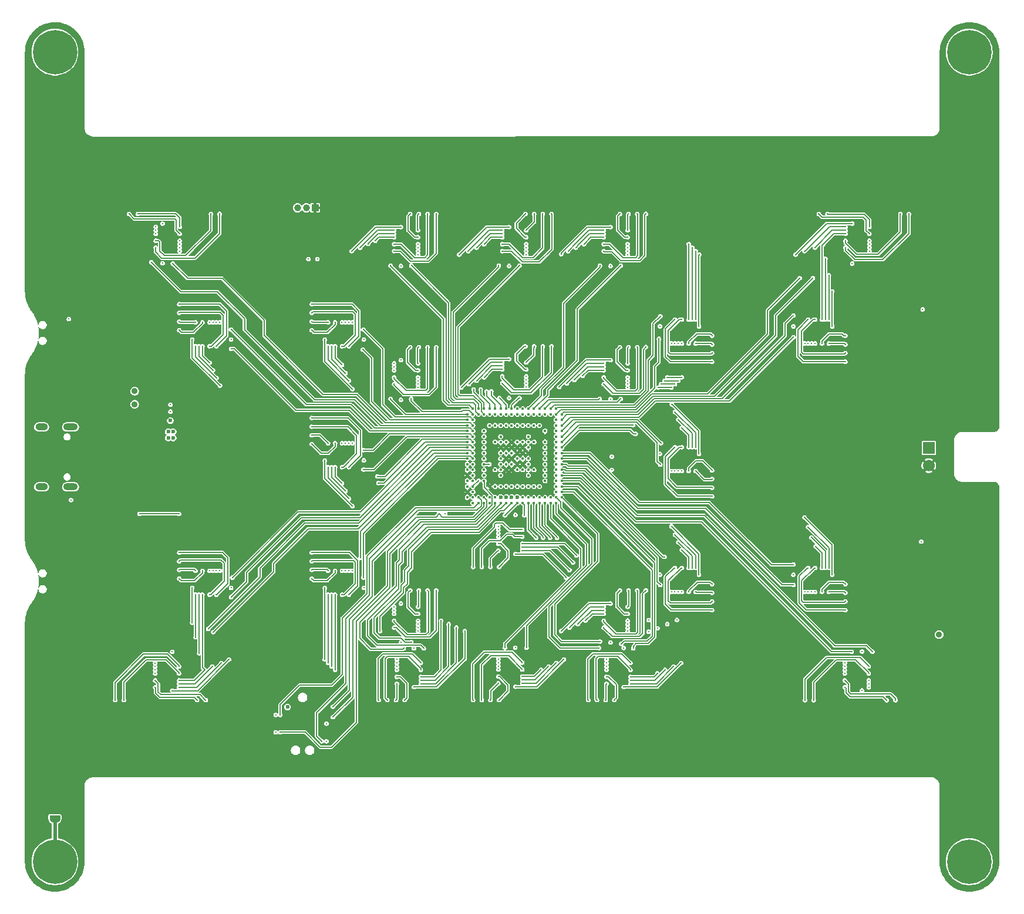
<source format=gbr>
%TF.GenerationSoftware,KiCad,Pcbnew,9.0.4*%
%TF.CreationDate,2025-08-20T10:27:04-06:00*%
%TF.ProjectId,cerberus,63657262-6572-4757-932e-6b696361645f,ERV A*%
%TF.SameCoordinates,Original*%
%TF.FileFunction,Copper,L6,Bot*%
%TF.FilePolarity,Positive*%
%FSLAX46Y46*%
G04 Gerber Fmt 4.6, Leading zero omitted, Abs format (unit mm)*
G04 Created by KiCad (PCBNEW 9.0.4) date 2025-08-20 10:27:04*
%MOMM*%
%LPD*%
G01*
G04 APERTURE LIST*
G04 Aperture macros list*
%AMFreePoly0*
4,1,23,0.500000,-0.750000,0.000000,-0.750000,0.000000,-0.745722,-0.065263,-0.745722,-0.191342,-0.711940,-0.304381,-0.646677,-0.396677,-0.554381,-0.461940,-0.441342,-0.495722,-0.315263,-0.495722,-0.250000,-0.500000,-0.250000,-0.500000,0.250000,-0.495722,0.250000,-0.495722,0.315263,-0.461940,0.441342,-0.396677,0.554381,-0.304381,0.646677,-0.191342,0.711940,-0.065263,0.745722,0.000000,0.745722,
0.000000,0.750000,0.500000,0.750000,0.500000,-0.750000,0.500000,-0.750000,$1*%
%AMFreePoly1*
4,1,23,0.000000,0.745722,0.065263,0.745722,0.191342,0.711940,0.304381,0.646677,0.396677,0.554381,0.461940,0.441342,0.495722,0.315263,0.495722,0.250000,0.500000,0.250000,0.500000,-0.250000,0.495722,-0.250000,0.495722,-0.315263,0.461940,-0.441342,0.396677,-0.554381,0.304381,-0.646677,0.191342,-0.711940,0.065263,-0.745722,0.000000,-0.745722,0.000000,-0.750000,-0.500000,-0.750000,
-0.500000,0.750000,0.000000,0.750000,0.000000,0.745722,0.000000,0.745722,$1*%
G04 Aperture macros list end*
%TA.AperFunction,ComponentPad*%
%ADD10C,0.800000*%
%TD*%
%TA.AperFunction,ComponentPad*%
%ADD11C,6.400000*%
%TD*%
%TA.AperFunction,HeatsinkPad*%
%ADD12O,2.100000X1.000000*%
%TD*%
%TA.AperFunction,HeatsinkPad*%
%ADD13O,1.800000X1.000000*%
%TD*%
%TA.AperFunction,ComponentPad*%
%ADD14R,1.000000X1.000000*%
%TD*%
%TA.AperFunction,ComponentPad*%
%ADD15C,1.000000*%
%TD*%
%TA.AperFunction,ComponentPad*%
%ADD16R,1.700000X1.700000*%
%TD*%
%TA.AperFunction,ComponentPad*%
%ADD17C,1.700000*%
%TD*%
%TA.AperFunction,SMDPad,CuDef*%
%ADD18FreePoly0,270.000000*%
%TD*%
%TA.AperFunction,SMDPad,CuDef*%
%ADD19FreePoly1,270.000000*%
%TD*%
%TA.AperFunction,SMDPad,CuDef*%
%ADD20C,0.365760*%
%TD*%
%TA.AperFunction,ViaPad*%
%ADD21C,0.300000*%
%TD*%
%TA.AperFunction,ViaPad*%
%ADD22C,0.600000*%
%TD*%
%TA.AperFunction,ViaPad*%
%ADD23C,0.900000*%
%TD*%
%TA.AperFunction,Conductor*%
%ADD24C,0.300000*%
%TD*%
%TA.AperFunction,Conductor*%
%ADD25C,0.200000*%
%TD*%
%TA.AperFunction,Conductor*%
%ADD26C,0.150000*%
%TD*%
%TA.AperFunction,Conductor*%
%ADD27C,0.500000*%
%TD*%
G04 APERTURE END LIST*
D10*
%TO.P,H2,1,1*%
%TO.N,unconnected-(H2-Pad1)_4*%
X209901228Y-33051227D03*
%TO.N,unconnected-(H2-Pad1)_2*%
X210604172Y-31354171D03*
%TO.N,unconnected-(H2-Pad1)*%
X210604172Y-34748283D03*
%TO.N,unconnected-(H2-Pad1)_6*%
X212301228Y-30651227D03*
D11*
%TO.N,unconnected-(H2-Pad1)_7*%
X212301228Y-33051227D03*
D10*
%TO.N,unconnected-(H2-Pad1)_5*%
X212301228Y-35451227D03*
%TO.N,unconnected-(H2-Pad1)_3*%
X213998284Y-31354171D03*
%TO.N,unconnected-(H2-Pad1)_8*%
X213998284Y-34748283D03*
%TO.N,unconnected-(H2-Pad1)_1*%
X214701228Y-33051227D03*
%TD*%
D12*
%TO.P,J1,S1,SHIELD*%
%TO.N,unconnected-(J1-SHIELD-PadS1)_2*%
X82706228Y-87118727D03*
D13*
%TO.N,unconnected-(J1-SHIELD-PadS1)_3*%
X78526228Y-87118727D03*
D12*
%TO.N,unconnected-(J1-SHIELD-PadS1)_1*%
X82706228Y-95758727D03*
D13*
%TO.N,unconnected-(J1-SHIELD-PadS1)*%
X78526228Y-95758727D03*
%TD*%
D14*
%TO.P,J36,1,Pin_1*%
%TO.N,GND*%
X117970000Y-55500000D03*
D15*
%TO.P,J36,2,Pin_2*%
%TO.N,/MCU/PD25_SERCOM8_DBG_UART_RX*%
X116700000Y-55500000D03*
%TO.P,J36,3,Pin_3*%
%TO.N,/MCU/PD24_SERCOM8_DBG_UART_TX*%
X115430000Y-55500000D03*
%TD*%
D10*
%TO.P,H3,1,1*%
%TO.N,Net-(JP1-B)*%
X78051228Y-149826227D03*
X78754172Y-148129171D03*
X78754172Y-151523283D03*
X80451228Y-147426227D03*
D11*
X80451228Y-149826227D03*
D10*
X80451228Y-152226227D03*
X82148284Y-148129171D03*
X82148284Y-151523283D03*
X82851228Y-149826227D03*
%TD*%
%TO.P,H4,1,1*%
%TO.N,unconnected-(H4-Pad1)_3*%
X209901228Y-149826227D03*
%TO.N,unconnected-(H4-Pad1)_4*%
X210604172Y-148129171D03*
%TO.N,unconnected-(H4-Pad1)_1*%
X210604172Y-151523283D03*
%TO.N,unconnected-(H4-Pad1)*%
X212301228Y-147426227D03*
D11*
%TO.N,unconnected-(H4-Pad1)_8*%
X212301228Y-149826227D03*
D10*
%TO.N,unconnected-(H4-Pad1)_2*%
X212301228Y-152226227D03*
%TO.N,unconnected-(H4-Pad1)_5*%
X213998284Y-148129171D03*
%TO.N,unconnected-(H4-Pad1)_7*%
X213998284Y-151523283D03*
%TO.N,unconnected-(H4-Pad1)_6*%
X214701228Y-149826227D03*
%TD*%
D16*
%TO.P,J34,1,Pin_1*%
%TO.N,VIN*%
X206466228Y-90163727D03*
D17*
%TO.P,J34,2,Pin_2*%
%TO.N,GND*%
X206466228Y-92703727D03*
%TD*%
D10*
%TO.P,H1,1,1*%
%TO.N,unconnected-(H1-Pad1)_8*%
X78051228Y-33051227D03*
%TO.N,unconnected-(H1-Pad1)_7*%
X78754172Y-31354171D03*
%TO.N,unconnected-(H1-Pad1)_6*%
X78754172Y-34748283D03*
%TO.N,unconnected-(H1-Pad1)_2*%
X80451228Y-30651227D03*
D11*
%TO.N,unconnected-(H1-Pad1)_3*%
X80451228Y-33051227D03*
D10*
%TO.N,unconnected-(H1-Pad1)*%
X80451228Y-35451227D03*
%TO.N,unconnected-(H1-Pad1)_5*%
X82148284Y-31354171D03*
%TO.N,unconnected-(H1-Pad1)_4*%
X82148284Y-34748283D03*
%TO.N,unconnected-(H1-Pad1)_1*%
X82851228Y-33051227D03*
%TD*%
D18*
%TO.P,JP1,1,A*%
%TO.N,GND*%
X80451228Y-142350000D03*
D19*
%TO.P,JP1,2,B*%
%TO.N,Net-(JP1-B)*%
X80451228Y-143650000D03*
%TD*%
D20*
%TO.P,U1,A2,PD10*%
%TO.N,/MCU/PD10_BUS_EN_18*%
X139921506Y-85289323D03*
%TO.P,U1,A3,PD8*%
%TO.N,/MCU/PD08_BUS_EN_12*%
X139921506Y-86089323D03*
%TO.P,U1,A4,PD6*%
%TO.N,/MCU/PD06_BUS_EN_6*%
X139921506Y-86889323D03*
%TO.P,U1,A5,PD19*%
%TO.N,/MCU/PD19_BUS_EN_2*%
X139921506Y-87689323D03*
%TO.P,U1,A6,PD4*%
%TO.N,/MCU/PD04_BUS_EN_8*%
X139921506Y-88489323D03*
%TO.P,U1,A7,PD16*%
%TO.N,/MCU/PD16_CORNER_IN_1*%
X139921506Y-89289322D03*
%TO.P,U1,A8,PD27*%
%TO.N,/MCU/PD27_BUS_EN_4*%
X139921506Y-90089322D03*
%TO.P,U1,A9,PD3*%
%TO.N,/MCU/PD03_BUS_EN_10*%
X139921506Y-90889322D03*
%TO.P,U1,A10,PD14*%
%TO.N,/MCU/PD14_BUS_EN_14*%
X139921506Y-91689322D03*
%TO.P,U1,A11,PD1*%
%TO.N,/MCU/OSC_P*%
X139921506Y-92489322D03*
%TO.P,U1,A12,PD0*%
%TO.N,/MCU/OSC_N*%
X139921506Y-93289322D03*
%TO.P,U1,A13,VSS*%
%TO.N,GND*%
X139921506Y-94089322D03*
%TO.P,U1,A14,D1+*%
%TO.N,unconnected-(U1A-D1+-PadA14)*%
X139921506Y-94889322D03*
%TO.P,U1,A15,USBRBIAS0*%
%TO.N,Net-(U1C-USBRBIAS0)*%
X139921506Y-95689322D03*
%TO.P,U1,A16,VSS*%
%TO.N,GND*%
X139921506Y-96489322D03*
%TO.P,U1,A17,USBID0*%
%TO.N,unconnected-(U1C-USBID0-PadA17)*%
X139921506Y-97289322D03*
%TO.P,U1,B1,PD12*%
%TO.N,/MCU/PD12_BUS_EN_16*%
X140721506Y-84489323D03*
%TO.P,U1,B2,PD11*%
%TO.N,/MCU/PD11_BUS_EN_17*%
X140721506Y-85289323D03*
%TO.P,U1,B3,PD9*%
%TO.N,/MCU/PD09_BUS_EN_11*%
X140721506Y-86089323D03*
%TO.P,U1,B4,PD20*%
%TO.N,/MCU/PD20_BUS_EN_5*%
X140721506Y-86889323D03*
%TO.P,U1,B5,PD5*%
%TO.N,/MCU/PD05_BUS_EN_1*%
X140721506Y-87689323D03*
%TO.P,U1,B6,PD18*%
%TO.N,/MCU/PD18_BUS_EN_7*%
X140721506Y-88489323D03*
%TO.P,U1,B7,PD17*%
%TO.N,/MCU/PD17_CORNER_OUT_1*%
X140721506Y-89289322D03*
%TO.P,U1,B8,PD28*%
%TO.N,/MCU/PD28_BUS_EN_3*%
X140721506Y-90089322D03*
%TO.P,U1,B9,PD26*%
%TO.N,/MCU/PD26_BUS_EN_9*%
X140721506Y-90889322D03*
%TO.P,U1,B10,PD2*%
%TO.N,/MCU/PD02_BUS_EN_13*%
X140721506Y-91689322D03*
%TO.P,U1,B11,PD13*%
%TO.N,unconnected-(U1B-PD13-PadB11)*%
X140721506Y-92489322D03*
%TO.P,U1,B12,USBRBIAS1*%
%TO.N,unconnected-(U1C-USBRBIAS1-PadB12)*%
X140721506Y-93289322D03*
%TO.P,U1,B13,VUSB3V3_1*%
%TO.N,unconnected-(U1D-VUSB3V3_1-PadB13)*%
X140721506Y-94089322D03*
%TO.P,U1,B14,D1-*%
%TO.N,unconnected-(U1A-D1--PadB14)*%
X140721506Y-94889322D03*
%TO.P,U1,B15,VBUS0*%
%TO.N,VBUS*%
X140721506Y-95689322D03*
%TO.P,U1,B16,VUSB3VB3_0*%
%TO.N,+3.3V*%
X140721506Y-96489322D03*
%TO.P,U1,B17,D0+*%
%TO.N,/MCU/USB_D_P*%
X140721506Y-97289322D03*
%TO.P,U1,B18,D0-*%
%TO.N,/MCU/USB_D_N*%
X140721506Y-98089321D03*
%TO.P,U1,C1,PA2*%
%TO.N,/MCU/PA02_BUS_EN_24*%
X141521506Y-84489323D03*
%TO.P,U1,C2,PA1*%
%TO.N,/MCU/PA01_BUS_EN_15*%
X141521506Y-85289323D03*
%TO.P,U1,C17,PC19*%
%TO.N,/MCU/PC19_JTAG_TDO*%
X141521506Y-97289322D03*
%TO.P,U1,C18,PC18*%
%TO.N,/MCU/PC18_JTAG_TMS_SWD*%
X141521506Y-98089321D03*
%TO.P,U1,D1,PA4*%
%TO.N,/MCU/PA04_CORNER_IN_2*%
X142321506Y-84489323D03*
%TO.P,U1,D2,PA3*%
%TO.N,/MCU/PA03_BUS_EN_23*%
X142321506Y-85289323D03*
%TO.P,U1,D5,PD25*%
%TO.N,/MCU/PD25_SERCOM8_DBG_UART_RX*%
X142321506Y-87689323D03*
%TO.P,U1,D6,PD21*%
%TO.N,unconnected-(U1B-PD21-PadD6)*%
X142321506Y-88489323D03*
%TO.P,U1,D7,VDDREG*%
%TO.N,+1.8V*%
X142321506Y-89289322D03*
%TO.P,U1,D8,PD15*%
%TO.N,unconnected-(U1B-PD15-PadD8)*%
X142321506Y-90089322D03*
%TO.P,U1,D9,PD29*%
%TO.N,unconnected-(U1B-PD29-PadD9)*%
X142321506Y-90889322D03*
%TO.P,U1,D10,PD23*%
%TO.N,unconnected-(U1B-PD23-PadD10)*%
X142321506Y-91689322D03*
%TO.P,U1,D11,PD24*%
%TO.N,/MCU/PD24_SERCOM8_DBG_UART_TX*%
X142321506Y-92489322D03*
%TO.P,U1,D12,USBID1*%
%TO.N,unconnected-(U1C-USBID1-PadD12)*%
X142321506Y-93289322D03*
%TO.P,U1,D13,VDDREG*%
%TO.N,+1.8V*%
X142321506Y-94089322D03*
%TO.P,U1,D14,PC20*%
%TO.N,/MCU/PC20_JTAG_TCK_SWCLK*%
X142321506Y-94889322D03*
%TO.P,U1,D17,PC17*%
%TO.N,/MCU/PC17_JTAG_TDI*%
X142321506Y-97289322D03*
%TO.P,U1,D18,\u002ARESET*%
%TO.N,/MCU/RESET_MCU*%
X142321506Y-98089321D03*
%TO.P,U1,E1,PA6*%
%TO.N,/MCU/PA06_CORNER_OUT_2*%
X143121506Y-84489323D03*
%TO.P,U1,E2,PA5*%
%TO.N,/MCU/PA05_LED_RED*%
X143121506Y-85289323D03*
%TO.P,U1,E4,PA0*%
%TO.N,/MCU/PA00_USR_BUTTON*%
X143121506Y-86889323D03*
%TO.P,U1,E15,VSS*%
%TO.N,GND*%
X143121506Y-95689322D03*
%TO.P,U1,E17,PC14*%
%TO.N,unconnected-(U1B-PC14-PadE17)*%
X143121506Y-97289322D03*
%TO.P,U1,E18,PC29*%
%TO.N,unconnected-(U1B-PC29-PadE18)*%
X143121506Y-98089321D03*
%TO.P,U1,F1,PA21*%
%TO.N,/MCU/PA21_CORNER_IN_3*%
X143921506Y-84489323D03*
%TO.P,U1,F2,PA30*%
%TO.N,unconnected-(U1A-PA30-PadF2)*%
X143921506Y-85289323D03*
%TO.P,U1,F4,PE4*%
%TO.N,unconnected-(U1B-PE4-PadF4)*%
X143921506Y-86889323D03*
%TO.P,U1,F7,PD7*%
%TO.N,unconnected-(U1B-PD7-PadF7)*%
X143921506Y-89289322D03*
%TO.P,U1,F12,VBUS1*%
%TO.N,unconnected-(U1C-VBUS1-PadF12)*%
X143921506Y-93289322D03*
%TO.P,U1,F15,VDDIO*%
%TO.N,+3.3V*%
X143921506Y-95689322D03*
%TO.P,U1,F17,PC13*%
%TO.N,unconnected-(U1B-PC13-PadF17)*%
X143921506Y-97289322D03*
%TO.P,U1,F18,PC12*%
%TO.N,/MCU/PC12_BUS_EN_21*%
X143921506Y-98089321D03*
%TO.P,U1,G1,PA23*%
%TO.N,/MCU/PA23_CORNER_OUT_3*%
X144721505Y-84489323D03*
%TO.P,U1,G2,PA31*%
%TO.N,unconnected-(U1A-PA31-PadG2)*%
X144721505Y-85289323D03*
%TO.P,U1,G4,PA22*%
%TO.N,unconnected-(U1A-PA22-PadG4)*%
X144721505Y-86889323D03*
%TO.P,U1,G6,PE5*%
%TO.N,unconnected-(U1B-PE5-PadG6)*%
X144721505Y-88489323D03*
%TO.P,U1,G7,VDDIO*%
%TO.N,+3.3V*%
X144721505Y-89289322D03*
%TO.P,U1,G8,VSS*%
%TO.N,GND*%
X144721505Y-90089322D03*
%TO.P,U1,G9,VDDIO*%
%TO.N,+3.3V*%
X144721505Y-90889322D03*
%TO.P,U1,G10,VDDIO*%
X144721505Y-91689322D03*
%TO.P,U1,G11,PG11*%
%TO.N,unconnected-(U1C-PG11-PadG11)*%
X144721505Y-92489322D03*
%TO.P,U1,G12,PC15*%
%TO.N,unconnected-(U1B-PC15-PadG12)*%
X144721505Y-93289322D03*
%TO.P,U1,G13,PG10*%
%TO.N,unconnected-(U1C-PG10-PadG13)*%
X144721505Y-94089322D03*
%TO.P,U1,G15,PC27*%
%TO.N,unconnected-(U1B-PC27-PadG15)*%
X144721505Y-95689322D03*
%TO.P,U1,G17,PG3*%
%TO.N,/MCU/PG03_DIFF_IN_+*%
X144721505Y-97289322D03*
%TO.P,U1,G18,PC28*%
%TO.N,/MCU/PC28_BUS_EN_22*%
X144721505Y-98089321D03*
%TO.P,U1,H1,PE0*%
%TO.N,/MCU/PE00_BUS_EN_26*%
X145521505Y-84489323D03*
%TO.P,U1,H2,PE1*%
%TO.N,unconnected-(U1B-PE1-PadH2)*%
X145521505Y-85289323D03*
%TO.P,U1,H4,PE6*%
%TO.N,unconnected-(U1B-PE6-PadH4)*%
X145521505Y-86889323D03*
%TO.P,U1,H7,VDDIO*%
%TO.N,+3.3V*%
X145521505Y-89289322D03*
%TO.P,U1,H8,VSS*%
%TO.N,GND*%
X145521505Y-90089322D03*
%TO.P,U1,H9,VDDIO*%
%TO.N,+3.3V*%
X145521505Y-90889322D03*
%TO.P,U1,H10,VSS*%
%TO.N,GND*%
X145521505Y-91689322D03*
%TO.P,U1,H11,VDDIO*%
%TO.N,+3.3V*%
X145521505Y-92489322D03*
%TO.P,U1,H12,VSS*%
%TO.N,GND*%
X145521505Y-93289322D03*
%TO.P,U1,H15,PC11*%
%TO.N,/MCU/PC11_LED_GREEN*%
X145521505Y-95689322D03*
%TO.P,U1,H17,PC10*%
%TO.N,/MCU/PC10_DIFF_OUT_-*%
X145521505Y-97289322D03*
%TO.P,U1,H18,PG2*%
%TO.N,/MCU/PG02_BUS_EN_19*%
X145521505Y-98089321D03*
%TO.P,U1,J1,PE2*%
%TO.N,/MCU/PE02_BUS_EN_25*%
X146321505Y-84489323D03*
%TO.P,U1,J2,PE7*%
%TO.N,unconnected-(U1B-PE7-PadJ2)*%
X146321505Y-85289323D03*
%TO.P,U1,J4,PE8*%
%TO.N,unconnected-(U1B-PE8-PadJ4)*%
X146321505Y-86889323D03*
%TO.P,U1,J7,VSS*%
%TO.N,GND*%
X146321505Y-89289322D03*
%TO.P,U1,J8,VSS*%
X146321505Y-90089322D03*
%TO.P,U1,J9,VDDIO*%
%TO.N,+3.3V*%
X146321505Y-90889322D03*
%TO.P,U1,J10,VSS*%
%TO.N,GND*%
X146321505Y-91689322D03*
%TO.P,U1,J11,VDDIO*%
%TO.N,+3.3V*%
X146321505Y-92489322D03*
%TO.P,U1,J12,VSS*%
%TO.N,GND*%
X146321505Y-93289322D03*
%TO.P,U1,J15,PG1*%
%TO.N,unconnected-(U1C-PG1-PadJ15)*%
X146321505Y-95689322D03*
%TO.P,U1,J17,PG5*%
%TO.N,/MCU/PG05_DIFF_IN_-*%
X146321505Y-97289322D03*
%TO.P,U1,J18,PG0*%
%TO.N,/MCU/PG00_BUS_EN_20*%
X146321505Y-98089321D03*
%TO.P,U1,K1,PA7*%
%TO.N,unconnected-(U1A-PA7-PadK1)*%
X147121505Y-84489323D03*
%TO.P,U1,K2,PA8*%
%TO.N,unconnected-(U1A-PA8-PadK2)*%
X147121505Y-85289323D03*
%TO.P,U1,K4,PE9*%
%TO.N,unconnected-(U1B-PE9-PadK4)*%
X147121505Y-86889323D03*
%TO.P,U1,K7,VDDIO*%
%TO.N,+3.3V*%
X147121505Y-89289322D03*
%TO.P,U1,K8,VSS*%
%TO.N,GND*%
X147121505Y-90089322D03*
%TO.P,U1,K9,VSS*%
X147121505Y-90889322D03*
%TO.P,U1,K10,VDDIO*%
%TO.N,+3.3V*%
X147121505Y-91689322D03*
%TO.P,U1,K11,VSS*%
%TO.N,GND*%
X147121505Y-92489322D03*
%TO.P,U1,K12,PG9*%
%TO.N,unconnected-(U1C-PG9-PadK12)*%
X147121505Y-93289322D03*
%TO.P,U1,K15,PC30*%
%TO.N,unconnected-(U1B-PC30-PadK15)*%
X147121505Y-95689322D03*
%TO.P,U1,K17,PC25*%
%TO.N,/MCU/PC25_DIFF_OUT_+*%
X147121505Y-97289322D03*
%TO.P,U1,K18,PC26*%
%TO.N,/MCU/PC26_BUS_EN_27*%
X147121505Y-98089321D03*
%TO.P,U1,L1,PA9*%
%TO.N,unconnected-(U1A-PA9-PadL1)*%
X147921505Y-84489323D03*
%TO.P,U1,L2,PA10*%
%TO.N,unconnected-(U1A-PA10-PadL2)*%
X147921505Y-85289323D03*
%TO.P,U1,L4,PE10*%
%TO.N,unconnected-(U1B-PE10-PadL4)*%
X147921505Y-86889323D03*
%TO.P,U1,L7,VDDIO*%
%TO.N,+3.3V*%
X147921505Y-89289322D03*
%TO.P,U1,L8,VSS*%
%TO.N,GND*%
X147921505Y-90089322D03*
%TO.P,U1,L9,VSS*%
X147921505Y-90889322D03*
%TO.P,U1,L10,VDDIO*%
%TO.N,+3.3V*%
X147921505Y-91689322D03*
%TO.P,U1,L11,VSS*%
%TO.N,GND*%
X147921505Y-92489322D03*
%TO.P,U1,L12,PG7*%
%TO.N,unconnected-(U1C-PG7-PadL12)*%
X147921505Y-93289322D03*
%TO.P,U1,L15,PG6*%
%TO.N,unconnected-(U1C-PG6-PadL15)*%
X147921505Y-95689322D03*
%TO.P,U1,L17,PG8*%
%TO.N,unconnected-(U1C-PG8-PadL17)*%
X147921505Y-97289322D03*
%TO.P,U1,L18,PC31*%
%TO.N,/MCU/PC31_BUS_EN_28*%
X147921505Y-98089321D03*
%TO.P,U1,M1,PA24*%
%TO.N,/MCU/PA24_BUS_EN_32*%
X148721505Y-84489323D03*
%TO.P,U1,M2,PA25*%
%TO.N,unconnected-(U1A-PA25-PadM2)*%
X148721505Y-85289323D03*
%TO.P,U1,M4,PE3*%
%TO.N,unconnected-(U1B-PE3-PadM4)*%
X148721505Y-86889323D03*
%TO.P,U1,M6,PE11*%
%TO.N,unconnected-(U1B-PE11-PadM6)*%
X148721505Y-88489323D03*
%TO.P,U1,M7,PB0*%
%TO.N,unconnected-(U1A-PB0-PadM7)*%
X148721505Y-89289322D03*
%TO.P,U1,M8,VDDIO*%
%TO.N,+3.3V*%
X148721505Y-90089322D03*
%TO.P,U1,M9,VSS*%
%TO.N,GND*%
X148721505Y-90889322D03*
%TO.P,U1,M10,VDDIO*%
%TO.N,+3.3V*%
X148721505Y-91689322D03*
%TO.P,U1,M11,PF7*%
%TO.N,unconnected-(U1B-PF7-PadM11)*%
X148721505Y-92489322D03*
%TO.P,U1,M12,PF8*%
%TO.N,unconnected-(U1B-PF8-PadM12)*%
X148721505Y-93289322D03*
%TO.P,U1,M13,PC8*%
%TO.N,unconnected-(U1B-PC8-PadM13)*%
X148721505Y-94089322D03*
%TO.P,U1,M15,PC23*%
%TO.N,unconnected-(U1B-PC23-PadM15)*%
X148721505Y-95689322D03*
%TO.P,U1,M17,PC24*%
%TO.N,unconnected-(U1B-PC24-PadM17)*%
X148721505Y-97289322D03*
%TO.P,U1,M18,PC9*%
%TO.N,/MCU/PC09_CORNER_OUT_4*%
X148721505Y-98089321D03*
%TO.P,U1,N1,PA26*%
%TO.N,/MCU/PA26_BUS_EN_31*%
X149521505Y-84489323D03*
%TO.P,U1,N2,PA27*%
%TO.N,unconnected-(U1A-PA27-PadN2)*%
X149521505Y-85289323D03*
%TO.P,U1,N4,PA19*%
%TO.N,unconnected-(U1A-PA19-PadN4)*%
X149521505Y-86889323D03*
%TO.P,U1,N7,PB1*%
%TO.N,unconnected-(U1A-PB1-PadN7)*%
X149521505Y-89289322D03*
%TO.P,U1,N12,PB17*%
%TO.N,unconnected-(U1A-PB17-PadN12)*%
X149521505Y-93289322D03*
%TO.P,U1,N15,PC5*%
%TO.N,unconnected-(U1B-PC5-PadN15)*%
X149521505Y-95689322D03*
%TO.P,U1,N17,PC6*%
%TO.N,unconnected-(U1B-PC6-PadN17)*%
X149521505Y-97289322D03*
%TO.P,U1,N18,PC7*%
%TO.N,/MCU/PC07_CORNER_IN_4*%
X149521505Y-98089321D03*
%TO.P,U1,P1,PA11*%
%TO.N,/MCU/PA11_BUS_EN_34*%
X150321505Y-84489323D03*
%TO.P,U1,P2,PA12*%
%TO.N,unconnected-(U1A-PA12-PadP2)*%
X150321505Y-85289323D03*
%TO.P,U1,P4,PA20*%
%TO.N,unconnected-(U1A-PA20-PadP4)*%
X150321505Y-86889323D03*
%TO.P,U1,P15,PC0*%
%TO.N,unconnected-(U1B-PC0-PadP15)*%
X150321505Y-95689322D03*
%TO.P,U1,P17,PC21*%
%TO.N,unconnected-(U1B-PC21-PadP17)*%
X150321505Y-97289322D03*
%TO.P,U1,P18,PC22*%
%TO.N,/MCU/PC22_CORNER_OUT_5*%
X150321505Y-98089321D03*
%TO.P,U1,R1,PA13*%
%TO.N,/MCU/PA13_BUS_EN_33*%
X151121505Y-84489323D03*
%TO.P,U1,R2,PA14*%
%TO.N,unconnected-(U1A-PA14-PadR2)*%
X151121505Y-85289323D03*
%TO.P,U1,R5,PB2*%
%TO.N,unconnected-(U1A-PB2-PadR5)*%
X151121505Y-87689323D03*
%TO.P,U1,R6,AVSS*%
%TO.N,GND*%
X151121505Y-88489323D03*
%TO.P,U1,R7,AVDD*%
%TO.N,+3.3V*%
X151121505Y-89289322D03*
%TO.P,U1,R8,PF1*%
%TO.N,unconnected-(U1B-PF1-PadR8)*%
X151121505Y-90089322D03*
%TO.P,U1,R9,PF2*%
%TO.N,unconnected-(U1B-PF2-PadR9)*%
X151121505Y-90889322D03*
%TO.P,U1,R10,PF6*%
%TO.N,unconnected-(U1B-PF6-PadR10)*%
X151121505Y-91689322D03*
%TO.P,U1,R11,PB26*%
%TO.N,unconnected-(U1A-PB26-PadR11)*%
X151121505Y-92489322D03*
%TO.P,U1,R12,VDDREG*%
%TO.N,+1.8V*%
X151121505Y-93289322D03*
%TO.P,U1,R13,PB12*%
%TO.N,unconnected-(U1A-PB12-PadR13)*%
X151121505Y-94089322D03*
%TO.P,U1,R14,PG4*%
%TO.N,unconnected-(U1C-PG4-PadR14)*%
X151121505Y-94889322D03*
%TO.P,U1,R17,PC3*%
%TO.N,/MCU/PC03_LED_BLUE*%
X151121505Y-97289322D03*
%TO.P,U1,R18,PC4*%
%TO.N,/MCU/PC04_CORNER_IN_5*%
X151121505Y-98089321D03*
%TO.P,U1,T1,PA28*%
%TO.N,/MCU/PA28_BUS_EN_40*%
X151921505Y-84489323D03*
%TO.P,U1,T2,PA29*%
%TO.N,/MCU/PA29_LED_YELLOW*%
X151921505Y-85289323D03*
%TO.P,U1,T17,PC1*%
%TO.N,/MCU/PC01_UI_LED_1*%
X151921505Y-97289322D03*
%TO.P,U1,T18,PC2*%
%TO.N,/MCU/PC02_BUS_EN_29*%
X151921505Y-98089321D03*
%TO.P,U1,U1,PA15*%
%TO.N,/MCU/PA15_BUS_EN_39*%
X152721505Y-84489323D03*
%TO.P,U1,U2,PA16*%
%TO.N,/MCU/PA16_BUS_EN_44*%
X152721505Y-85289323D03*
%TO.P,U1,U3,PA18*%
%TO.N,/MCU/PA18_PWR_SIG_4*%
X152721505Y-86089323D03*
%TO.P,U1,U4,PB3*%
%TO.N,/MCU/PB03_PWR_SIG_3*%
X152721505Y-86889323D03*
%TO.P,U1,U5,PB19*%
%TO.N,/MCU/PB19_PWR_SIG_2*%
X152721505Y-87689323D03*
%TO.P,U1,U6,PB4*%
%TO.N,/MCU/PB04_PWR_SIG_1*%
X152721505Y-88489323D03*
%TO.P,U1,U7,PF0*%
%TO.N,/MCU/PF00_UI_BUTTON_4*%
X152721505Y-89289322D03*
%TO.P,U1,U8,PB23*%
%TO.N,/MCU/PB23_UI_BUTTON_3*%
X152721505Y-90089322D03*
%TO.P,U1,U9,PB8/SUPC_OUT1*%
%TO.N,/MCU/PB08_UI_BUTTON_2*%
X152721505Y-90889322D03*
%TO.P,U1,U10,PF4*%
%TO.N,/MCU/PF04_UI_BUTTON_1*%
X152721505Y-91689322D03*
%TO.P,U1,U11,PB28*%
%TO.N,unconnected-(U1A-PB28-PadU11)*%
X152721505Y-92489322D03*
%TO.P,U1,U12,PB9*%
%TO.N,unconnected-(U1A-PB9-PadU12)*%
X152721505Y-93289322D03*
%TO.P,U1,U13,PB29*%
%TO.N,unconnected-(U1A-PB29-PadU13)*%
X152721505Y-94089322D03*
%TO.P,U1,U14,PB30*%
%TO.N,/MCU/PB30_UI_LED_4*%
X152721505Y-94889322D03*
%TO.P,U1,U15,PB24*%
%TO.N,/MCU/PB24_UI_LED_3*%
X152721505Y-95689322D03*
%TO.P,U1,U16,PB13*%
%TO.N,/MCU/PB13_UI_LED_2*%
X152721505Y-96489322D03*
%TO.P,U1,U17,PB15*%
%TO.N,/MCU/PB15_BUS_EN_35*%
X152721505Y-97289322D03*
%TO.P,U1,U18,PB16*%
%TO.N,/MCU/PB16_BUS_EN_30*%
X152721505Y-98089321D03*
%TO.P,U1,V2,PB18*%
%TO.N,/MCU/PB18_BUS_EN_43*%
X153521504Y-85289323D03*
%TO.P,U1,V3,PA17*%
%TO.N,/MCU/PA17_BUS_EN_50*%
X153521504Y-86089323D03*
%TO.P,U1,V4,PB20*%
%TO.N,/MCU/PB20_BUS_EN_49*%
X153521504Y-86889323D03*
%TO.P,U1,V5,PB5*%
%TO.N,/MCU/PB05_BUS_EN_46*%
X153521504Y-87689323D03*
%TO.P,U1,V6,PB21*%
%TO.N,/MCU/PB21_BUS_EN_45*%
X153521504Y-88489323D03*
%TO.P,U1,V7,PB6*%
%TO.N,/MCU/PB06_CORNER_IN_6*%
X153521504Y-89289322D03*
%TO.P,U1,V8,PB22*%
%TO.N,/MCU/PB22_CORNER_OUT_6*%
X153521504Y-90089322D03*
%TO.P,U1,V9,PB7/SUPC_OUT0*%
%TO.N,/MCU/PB07_BUS_EN_52*%
X153521504Y-90889322D03*
%TO.P,U1,V10,PB27*%
%TO.N,/MCU/PB27_BUS_EN_51*%
X153521504Y-91689322D03*
%TO.P,U1,V11,PF3*%
%TO.N,/MCU/PF03_BUS_EN_48*%
X153521504Y-92489322D03*
%TO.P,U1,V12,PF5*%
%TO.N,/MCU/PF05_BUS_EN_47*%
X153521504Y-93289322D03*
%TO.P,U1,V13,PB10*%
%TO.N,/MCU/PB10_BUS_EN_42*%
X153521504Y-94089322D03*
%TO.P,U1,V14,PB11*%
%TO.N,/MCU/PB11_BUS_EN_41*%
X153521504Y-94889322D03*
%TO.P,U1,V15,PB31*%
%TO.N,/MCU/PB31_BUS_EN_38*%
X153521504Y-95689322D03*
%TO.P,U1,V16,PB25*%
%TO.N,/MCU/PB25_BUS_EN_37*%
X153521504Y-96489322D03*
%TO.P,U1,V17,PB14*%
%TO.N,/MCU/PB14_BUS_EN_36*%
X153521504Y-97289322D03*
%TD*%
D21*
%TO.N,/MCU/OSC_P*%
X139921506Y-92489322D03*
%TO.N,/MCU/OSC_N*%
X139921506Y-93289322D03*
%TO.N,+1.8V*%
X142321506Y-89289322D03*
X151121505Y-93289322D03*
X142351228Y-94089322D03*
%TO.N,VBUS*%
X141551228Y-94851227D03*
%TO.N,/MCU/USB_D_N*%
X140721506Y-98089321D03*
%TO.N,/MCU/USB_D_P*%
X140721506Y-97289322D03*
%TO.N,/MCU/PC20_JTAG_TCK_SWCLK*%
X112936228Y-131151227D03*
%TO.N,/MCU/PC17_JTAG_TDI*%
X120550000Y-128950000D03*
%TO.N,/MCU/PC19_JTAG_TDO*%
X118950000Y-132450000D03*
%TO.N,/MCU/PC18_JTAG_TMS_SWD*%
X112936228Y-128651227D03*
D22*
%TO.N,+3.3V*%
X97500000Y-87800000D03*
D21*
X125000000Y-74505360D03*
X146321505Y-92489322D03*
D22*
X96800000Y-87800000D03*
X97500000Y-88700000D03*
D21*
X186951228Y-108430594D03*
X136731228Y-99651227D03*
X105851228Y-74505360D03*
X145521505Y-89289322D03*
X147121505Y-89289322D03*
X97101228Y-84900000D03*
X160567893Y-83100000D03*
X125000000Y-110330596D03*
X132231228Y-119051227D03*
X146831228Y-118951227D03*
X119601228Y-132451227D03*
X186951228Y-72605358D03*
X151121505Y-89289322D03*
X125000000Y-91927977D03*
X145941228Y-82951227D03*
X146321505Y-90889322D03*
X147921505Y-91689322D03*
X145941228Y-63900000D03*
X147121505Y-91689322D03*
D22*
X96800000Y-88700000D03*
D21*
X144721505Y-89289322D03*
X167700000Y-91007977D03*
X119601228Y-129901227D03*
X195426227Y-63551227D03*
X82778728Y-97651227D03*
X160751228Y-93301227D03*
X144721505Y-90889322D03*
X112296228Y-128651227D03*
X143921506Y-95689322D03*
X162467895Y-119000000D03*
X148721505Y-90089322D03*
D22*
X97101228Y-86200000D03*
D21*
X130334561Y-118200000D03*
X97101228Y-83901227D03*
X148721505Y-91689322D03*
X160570000Y-118200000D03*
X112296228Y-131151227D03*
X145521505Y-92489322D03*
X167700000Y-108430594D03*
X97376229Y-119551227D03*
X130334561Y-83200000D03*
X105851228Y-110330596D03*
X167700000Y-72605358D03*
D22*
X114000000Y-127500000D03*
D21*
X145521505Y-90889322D03*
X130334561Y-63900000D03*
X160751228Y-91401227D03*
X140721506Y-96489322D03*
X160571228Y-63900000D03*
X144721505Y-91689322D03*
X95976227Y-63500000D03*
X196826229Y-119500000D03*
X146861228Y-99800000D03*
X82471228Y-71551227D03*
X147921505Y-89289322D03*
%TO.N,/MCU/RESET_MCU*%
X135851228Y-99651227D03*
X120550000Y-127450000D03*
%TO.N,Net-(U1C-USBRBIAS0)*%
X139921506Y-95689322D03*
%TO.N,/MCU/Signal Panel Connectors/InnerPanelConn1/DIFF_OUT_1_+*%
X165667894Y-56391227D03*
X159592894Y-61751227D03*
%TO.N,/MCU/Signal Panel Connectors/InnerPanelConn1/DIFF_OUT_1_-*%
X159592894Y-60751227D03*
X164417894Y-56391227D03*
%TO.N,/MCU/Signal Panel Connectors/InnerPanelConn1/DIFF_OUT_2_+*%
X163042894Y-58751228D03*
X163167894Y-56391227D03*
%TO.N,/MCU/Signal Panel Connectors/InnerPanelConn1/DIFF_OUT_2_-*%
X163042894Y-59751226D03*
X161917894Y-56391227D03*
%TO.N,/MCU/Signal Panel Connectors/OuterPanelConn/DIFF_OUT_1_-*%
X150801228Y-56391227D03*
X144961953Y-60751227D03*
%TO.N,/MCU/Signal Panel Connectors/InnerPanelConn3/DIFF_OUT_1_+*%
X159592894Y-80951227D03*
X165667894Y-75591227D03*
%TO.N,/MCU/Signal Panel Connectors/InnerPanelConn3/DIFF_OUT_1_-*%
X159592894Y-79951227D03*
X164417894Y-75591227D03*
%TO.N,/MCU/Signal Panel Connectors/InnerPanelConn3/DIFF_OUT_2_+*%
X163042894Y-77951228D03*
X163167894Y-75591227D03*
%TO.N,/MCU/Signal Panel Connectors/OuterPanelConn/DIFF_OUT_2_+*%
X149551228Y-56391227D03*
X148411953Y-58751228D03*
%TO.N,/MCU/Signal Panel Connectors/InnerPanelConn3/DIFF_OUT_2_-*%
X161917894Y-75591227D03*
X163042894Y-78951226D03*
%TO.N,/MCU/Signal Panel Connectors/OuterPanelConn1/DIFF_OUT_1_+*%
X144961953Y-80813827D03*
X152051228Y-75491227D03*
%TO.N,/MCU/Signal Panel Connectors/OuterPanelConn/DIFF_OUT_2_-*%
X148301228Y-56391227D03*
X148411953Y-59751226D03*
%TO.N,/MCU/Signal Panel Connectors/OuterPanelConn1/DIFF_OUT_1_-*%
X144961953Y-79813827D03*
X150801228Y-75491227D03*
%TO.N,/MCU/Signal Panel Connectors/OuterPanelConn1/DIFF_OUT_2_+*%
X149551228Y-75491227D03*
X148411953Y-77813828D03*
%TO.N,/MCU/Signal Panel Connectors/OuterPanelConn1/DIFF_OUT_2_-*%
X148411953Y-78813826D03*
X148301228Y-75491227D03*
%TO.N,/MCU/Signal Panel Connectors/InnerPanelConn2/DIFF_OUT_1_+*%
X135434562Y-75591227D03*
X129359562Y-80951227D03*
%TO.N,/MCU/Signal Panel Connectors/InnerPanelConn2/DIFF_OUT_1_-*%
X129359562Y-79951227D03*
X134184562Y-75591227D03*
%TO.N,/MCU/Signal Panel Connectors/InnerPanelConn2/DIFF_OUT_2_+*%
X132809562Y-77951228D03*
X132934562Y-75591227D03*
%TO.N,/MCU/Signal Panel Connectors/InnerPanelConn2/DIFF_OUT_2_-*%
X132809562Y-78951226D03*
X131684562Y-75591227D03*
%TO.N,/MCU/Signal Panel Connectors/InnerPanelConn5/DIFF_OUT_1_+*%
X159592894Y-116059727D03*
X165667894Y-110699727D03*
%TO.N,/MCU/Signal Panel Connectors/InnerPanelConn5/DIFF_OUT_1_-*%
X164417894Y-110699727D03*
X159592894Y-115059727D03*
%TO.N,/MCU/Signal Panel Connectors/InnerPanelConn5/DIFF_OUT_2_+*%
X163167894Y-110699727D03*
X163042894Y-113059728D03*
%TO.N,/MCU/Signal Panel Connectors/InnerPanelConn5/DIFF_OUT_2_-*%
X163042894Y-114059726D03*
X161917894Y-110699727D03*
%TO.N,/MCU/Signal Panel Connectors/OuterPanelConn2/DIFF_OUT_1_+*%
X147840503Y-101951227D03*
X140751228Y-107311227D03*
%TO.N,/MCU/Signal Panel Connectors/OuterPanelConn2/DIFF_OUT_1_-*%
X142001228Y-107311227D03*
X147840503Y-102951227D03*
%TO.N,/MCU/Signal Panel Connectors/OuterPanelConn2/DIFF_OUT_2_+*%
X144390503Y-104951226D03*
X143251228Y-107311227D03*
%TO.N,/MCU/Signal Panel Connectors/OuterPanelConn2/DIFF_OUT_2_-*%
X144390503Y-103951228D03*
X144501228Y-107311227D03*
%TO.N,/MCU/Signal Panel Connectors/InnerPanelConn/DIFF_OUT_1_+*%
X129359562Y-61751227D03*
X135434562Y-56391227D03*
%TO.N,/MCU/Signal Panel Connectors/InnerPanelConn/DIFF_OUT_1_-*%
X129359562Y-60751227D03*
X134184562Y-56391227D03*
%TO.N,/MCU/Signal Panel Connectors/InnerPanelConn/DIFF_OUT_2_+*%
X132934562Y-56391227D03*
X132809562Y-58751228D03*
%TO.N,/MCU/Signal Panel Connectors/InnerPanelConn/DIFF_OUT_2_-*%
X132809562Y-59751226D03*
X131684562Y-56391227D03*
%TO.N,/MCU/Signal Panel Connectors/InnerPanelConn4/DIFF_OUT_1_+*%
X129359562Y-116059727D03*
X135434562Y-110699727D03*
%TO.N,/MCU/Signal Panel Connectors/OuterPanelConn/DIFF_OUT_1_+*%
X144961953Y-61751227D03*
X152051228Y-56391227D03*
%TO.N,/MCU/Signal Panel Connectors/InnerPanelConn4/DIFF_OUT_1_-*%
X129359562Y-115059727D03*
X134184562Y-110699727D03*
%TO.N,/MCU/Signal Panel Connectors/InnerPanelConn4/DIFF_OUT_2_+*%
X132809562Y-113059728D03*
X132934562Y-110699727D03*
%TO.N,/MCU/Signal Panel Connectors/InnerPanelConn4/DIFF_OUT_2_-*%
X132809562Y-114059726D03*
X131684562Y-110699727D03*
%TO.N,/MCU/Signal Panel Connectors/InnerPanelConn7/DIFF_OUT_1_+*%
X157367894Y-126511227D03*
X163442894Y-121151227D03*
%TO.N,/MCU/Signal Panel Connectors/InnerPanelConn7/DIFF_OUT_1_-*%
X163442894Y-122151227D03*
X158617894Y-126511227D03*
%TO.N,/MCU/Signal Panel Connectors/InnerPanelConn7/DIFF_OUT_2_+*%
X159867894Y-126511227D03*
X159992894Y-124151226D03*
%TO.N,/MCU/Signal Panel Connectors/InnerPanelConn7/DIFF_OUT_2_-*%
X159992894Y-123151228D03*
X161117894Y-126511227D03*
%TO.N,/MCU/Signal Panel Connectors/OuterPanelConn3/DIFF_OUT_1_+*%
X147840503Y-121101227D03*
X140751228Y-126511227D03*
%TO.N,/MCU/Signal Panel Connectors/OuterPanelConn3/DIFF_OUT_1_-*%
X147840503Y-122101227D03*
X142001228Y-126511227D03*
%TO.N,/MCU/Signal Panel Connectors/OuterPanelConn3/DIFF_OUT_2_+*%
X144390503Y-124101226D03*
X143251228Y-126511227D03*
%TO.N,/MCU/Signal Panel Connectors/OuterPanelConn3/DIFF_OUT_2_-*%
X144390503Y-123101228D03*
X144501228Y-126511227D03*
%TO.N,/MCU/Signal Panel Connectors/Dual_InnerSmallPanelConn/DIFF_OUT_1_+*%
X89151228Y-126511227D03*
X98351228Y-121676727D03*
%TO.N,/MCU/Signal Panel Connectors/Dual_InnerSmallPanelConn/DIFF_OUT_1_-*%
X98351228Y-122676727D03*
X90401228Y-126511227D03*
%TO.N,/MCU/Signal Panel Connectors/Dual_InnerSmallPanelConn/DIFF_OUT_2_+*%
X94901228Y-124676726D03*
X100951228Y-126511227D03*
%TO.N,/MCU/Signal Panel Connectors/Dual_InnerSmallPanelConn/DIFF_OUT_2_-*%
X94901228Y-123676728D03*
X102201228Y-126511227D03*
%TO.N,/MCU/Signal Panel Connectors/InnerPanelConn6/DIFF_OUT_1_+*%
X127134562Y-126511227D03*
X133209562Y-121151227D03*
%TO.N,/MCU/Signal Panel Connectors/InnerPanelConn6/DIFF_OUT_1_-*%
X133209562Y-122151227D03*
X128384562Y-126511227D03*
%TO.N,/MCU/Signal Panel Connectors/InnerPanelConn6/DIFF_OUT_2_+*%
X129634562Y-126511227D03*
X129759562Y-124151226D03*
%TO.N,/MCU/Signal Panel Connectors/InnerPanelConn6/DIFF_OUT_2_-*%
X129759562Y-123151228D03*
X130884562Y-126511227D03*
%TO.N,/MCU/Signal Panel Connectors/OuterPanelConn4/DIFF_OUT_1_+*%
X122851228Y-92907252D03*
X117491228Y-85817977D03*
%TO.N,/MCU/Signal Panel Connectors/OuterPanelConn4/DIFF_OUT_1_-*%
X117491228Y-87067977D03*
X121851228Y-92907252D03*
%TO.N,/MCU/Signal Panel Connectors/OuterPanelConn4/DIFF_OUT_2_+*%
X117491228Y-88317977D03*
X119851229Y-89457252D03*
%TO.N,/MCU/Signal Panel Connectors/OuterPanelConn4/DIFF_OUT_2_-*%
X117491228Y-89567977D03*
X120851227Y-89457252D03*
%TO.N,/MCU/Signal Panel Connectors/InnerPanelConn8/DIFF_OUT_1_+*%
X98370478Y-69405359D03*
X103730478Y-75480359D03*
%TO.N,/MCU/Signal Panel Connectors/InnerPanelConn8/DIFF_OUT_1_-*%
X102730478Y-75480359D03*
X98370478Y-70655359D03*
%TO.N,/MCU/Signal Panel Connectors/InnerPanelConn8/DIFF_OUT_2_+*%
X100730479Y-72030359D03*
X98370478Y-71905359D03*
%TO.N,/MCU/Signal Panel Connectors/InnerPanelConn8/DIFF_OUT_2_-*%
X101730477Y-72030359D03*
X98370478Y-73155359D03*
%TO.N,/MCU/Signal Panel Connectors/InnerPanelConn9/DIFF_OUT_1_+*%
X103730478Y-111305595D03*
X98370478Y-105230595D03*
%TO.N,/MCU/Signal Panel Connectors/InnerPanelConn9/DIFF_OUT_1_-*%
X102730478Y-111305595D03*
X98370478Y-106480595D03*
%TO.N,/MCU/Signal Panel Connectors/InnerPanelConn9/DIFF_OUT_2_+*%
X100730479Y-107855595D03*
X98370478Y-107730595D03*
%TO.N,/MCU/Signal Panel Connectors/InnerPanelConn9/DIFF_OUT_2_-*%
X98370478Y-108980595D03*
X101730477Y-107855595D03*
%TO.N,/MCU/Signal Panel Connectors/InnerPanelConn10/DIFF_OUT_1_+*%
X117491228Y-69405359D03*
X122851228Y-75480359D03*
%TO.N,/MCU/Signal Panel Connectors/InnerPanelConn10/DIFF_OUT_1_-*%
X121851228Y-75480359D03*
X117491228Y-70655359D03*
%TO.N,/MCU/Signal Panel Connectors/InnerPanelConn10/DIFF_OUT_2_+*%
X119851229Y-72030359D03*
X117491228Y-71905359D03*
%TO.N,/MCU/Signal Panel Connectors/InnerPanelConn10/DIFF_OUT_2_-*%
X117491228Y-73155359D03*
X120851227Y-72030359D03*
%TO.N,/MCU/Signal Panel Connectors/InnerPanelConn11/DIFF_OUT_1_+*%
X122851228Y-111305595D03*
X117491228Y-105230595D03*
%TO.N,/MCU/Signal Panel Connectors/InnerPanelConn11/DIFF_OUT_1_-*%
X121851228Y-111305595D03*
X117491228Y-106480595D03*
%TO.N,/MCU/Signal Panel Connectors/InnerPanelConn11/DIFF_OUT_2_+*%
X117491228Y-107730595D03*
X119851229Y-107855595D03*
%TO.N,/MCU/Signal Panel Connectors/InnerPanelConn11/DIFF_OUT_2_-*%
X117491228Y-108980595D03*
X120851227Y-107855595D03*
%TO.N,/MCU/Signal Panel Connectors/OuterPanelConn5/DIFF_OUT_1_+*%
X175211228Y-97117977D03*
X169851228Y-90028702D03*
%TO.N,/MCU/Signal Panel Connectors/OuterPanelConn5/DIFF_OUT_1_-*%
X175211228Y-95867977D03*
X170851228Y-90028702D03*
%TO.N,/MCU/Signal Panel Connectors/OuterPanelConn5/DIFF_OUT_2_+*%
X172851227Y-93478702D03*
X175211228Y-94617977D03*
%TO.N,/MCU/Signal Panel Connectors/OuterPanelConn5/DIFF_OUT_2_-*%
X175211228Y-93367977D03*
X171851229Y-93478702D03*
%TO.N,/MCU/Signal Panel Connectors/InnerPanelConn12/DIFF_OUT_1_+*%
X169851228Y-71630359D03*
X175211228Y-77705359D03*
%TO.N,/MCU/Signal Panel Connectors/InnerPanelConn12/DIFF_OUT_1_-*%
X175211228Y-76455359D03*
X170851228Y-71630359D03*
%TO.N,/MCU/Signal Panel Connectors/InnerPanelConn12/DIFF_OUT_2_+*%
X175211228Y-75205359D03*
X172851227Y-75080359D03*
%TO.N,/MCU/Signal Panel Connectors/InnerPanelConn12/DIFF_OUT_2_-*%
X175211228Y-73955359D03*
X171851229Y-75080359D03*
D23*
%TO.N,VIN*%
X91951228Y-83851227D03*
D21*
%TO.N,/MCU/Signal Panel Connectors/InnerPanelConn13/DIFF_OUT_1_+*%
X175211228Y-113530595D03*
X169851228Y-107455595D03*
%TO.N,/MCU/Signal Panel Connectors/InnerPanelConn13/DIFF_OUT_1_-*%
X175211228Y-112280595D03*
X170851228Y-107455595D03*
%TO.N,/MCU/Signal Panel Connectors/InnerPanelConn13/DIFF_OUT_2_+*%
X175211228Y-111030595D03*
X172851227Y-110905595D03*
%TO.N,/MCU/Signal Panel Connectors/InnerPanelConn13/DIFF_OUT_2_-*%
X171851229Y-110905595D03*
X175211228Y-109780595D03*
%TO.N,/MCU/Signal Panel Connectors/InnerPanelConn14/DIFF_OUT_1_+*%
X194431978Y-77705359D03*
X189071978Y-71630359D03*
%TO.N,/MCU/Signal Panel Connectors/InnerPanelConn14/DIFF_OUT_1_-*%
X190071978Y-71630359D03*
X194431978Y-76455359D03*
%TO.N,/MCU/Signal Panel Connectors/InnerPanelConn14/DIFF_OUT_2_+*%
X192071977Y-75080359D03*
X194431978Y-75205359D03*
%TO.N,/MCU/Signal Panel Connectors/InnerPanelConn14/DIFF_OUT_2_-*%
X191071979Y-75080359D03*
X194431978Y-73955359D03*
%TO.N,/MCU/Signal Panel Connectors/InnerPanelConn15/DIFF_OUT_1_+*%
X189071978Y-107455595D03*
X194431978Y-113530595D03*
%TO.N,/MCU/Signal Panel Connectors/InnerPanelConn15/DIFF_OUT_1_-*%
X190071978Y-107455595D03*
X194431978Y-112280595D03*
%TO.N,/MCU/Signal Panel Connectors/InnerPanelConn15/DIFF_OUT_2_+*%
X192071977Y-110905595D03*
X194431978Y-111030595D03*
%TO.N,/MCU/Signal Panel Connectors/InnerPanelConn15/DIFF_OUT_2_-*%
X194431978Y-109780595D03*
X191071979Y-110905595D03*
%TO.N,/MCU/Signal Panel Connectors/Dual_InnerSmallPanelConn1/DIFF_OUT_1_+*%
X95001228Y-61259227D03*
X104201228Y-56391227D03*
%TO.N,/MCU/Signal Panel Connectors/Dual_InnerSmallPanelConn1/DIFF_OUT_1_-*%
X95001228Y-60259227D03*
X102951228Y-56391227D03*
%TO.N,/MCU/Signal Panel Connectors/Dual_InnerSmallPanelConn1/DIFF_OUT_2_+*%
X98451228Y-58259228D03*
X92401228Y-56391227D03*
%TO.N,/MCU/Signal Panel Connectors/Dual_InnerSmallPanelConn1/DIFF_OUT_2_-*%
X98451228Y-59259226D03*
X91151228Y-56391227D03*
%TO.N,/MCU/Signal Panel Connectors/Dual_InnerSmallPanelConn2/DIFF_OUT_1_+*%
X194451228Y-61259227D03*
X203601228Y-56391227D03*
%TO.N,/MCU/Signal Panel Connectors/Dual_InnerSmallPanelConn2/DIFF_OUT_1_-*%
X194451228Y-60259227D03*
X202367895Y-56391227D03*
%TO.N,/MCU/Signal Panel Connectors/Dual_InnerSmallPanelConn2/DIFF_OUT_2_+*%
X191851228Y-56391227D03*
X197901228Y-58259228D03*
%TO.N,/MCU/Signal Panel Connectors/Dual_InnerSmallPanelConn2/DIFF_OUT_2_-*%
X197901228Y-59259226D03*
X190601228Y-56391227D03*
%TO.N,/MCU/Signal Panel Connectors/Dual_InnerSmallPanelConn3/DIFF_OUT_1_+*%
X188601228Y-126527977D03*
X197801228Y-121659977D03*
%TO.N,/MCU/Signal Panel Connectors/Dual_InnerSmallPanelConn3/DIFF_OUT_1_-*%
X197801228Y-122659977D03*
X189851228Y-126527977D03*
%TO.N,/MCU/Signal Panel Connectors/Dual_InnerSmallPanelConn3/DIFF_OUT_2_+*%
X194351228Y-124659976D03*
X200401228Y-126527977D03*
%TO.N,/MCU/Signal Panel Connectors/Dual_InnerSmallPanelConn3/DIFF_OUT_2_-*%
X201651228Y-126527977D03*
X194351228Y-123659978D03*
%TO.N,/MCU/PG05_DIFF_IN_-*%
X169851228Y-75080359D03*
X122851228Y-72030359D03*
X133209562Y-124151226D03*
X122851228Y-107855595D03*
X163042894Y-80951227D03*
X154651228Y-107751227D03*
X167351228Y-116151227D03*
X147840503Y-124101226D03*
X172851227Y-107455595D03*
X119851229Y-75480359D03*
X169851228Y-80951227D03*
X192071977Y-107455595D03*
X167851228Y-80951227D03*
X197901228Y-61259227D03*
X119851229Y-92907252D03*
X148411953Y-80813827D03*
X163442894Y-124151226D03*
X172851227Y-90028702D03*
X144390503Y-101951227D03*
X129359562Y-77951228D03*
X154451228Y-61751227D03*
X192051228Y-65251227D03*
X94901228Y-121676727D03*
X124476229Y-61259227D03*
X103730478Y-72030359D03*
X144961953Y-58751228D03*
X129359562Y-113059728D03*
X132809562Y-80951227D03*
X192071977Y-71630359D03*
X95001228Y-58259228D03*
X154251228Y-80851227D03*
X188551228Y-61751227D03*
X163042894Y-116059727D03*
X132809562Y-61751227D03*
X169851228Y-110905595D03*
X163042894Y-61751227D03*
X100730479Y-75480359D03*
X138351228Y-116051227D03*
X189071978Y-75080359D03*
X169651228Y-121651227D03*
X98451228Y-61259227D03*
X172851227Y-71630359D03*
X98351228Y-124676726D03*
X154651228Y-116051227D03*
X144390503Y-121101227D03*
X197801228Y-124659976D03*
X159992894Y-121151227D03*
X132809562Y-116059727D03*
X159592894Y-77951228D03*
X172851228Y-61751227D03*
X100730479Y-111305595D03*
X103730478Y-107855595D03*
X122851228Y-89457252D03*
X104451228Y-121151227D03*
X100751228Y-117451227D03*
X103751228Y-80051227D03*
X119851228Y-121151227D03*
X129359562Y-58751228D03*
X119851229Y-111305595D03*
X159592894Y-113059728D03*
X138351228Y-121151227D03*
X152751228Y-121151227D03*
X194451228Y-58259228D03*
X122851228Y-97451227D03*
X169851228Y-93478702D03*
X159592894Y-58751228D03*
X147840503Y-104951226D03*
X140151228Y-80951227D03*
X122851228Y-80451227D03*
X144961953Y-77813828D03*
X189051228Y-101551227D03*
D22*
X146321505Y-97289322D03*
D21*
X148411953Y-61751227D03*
X169851228Y-84951227D03*
X140051228Y-61751227D03*
X189071978Y-110905595D03*
X194351228Y-121659977D03*
X129759562Y-121151227D03*
X169851228Y-102651227D03*
%TO.N,/MCU/PC25_DIFF_OUT_+*%
X94901228Y-121176728D03*
X132809562Y-81451226D03*
X97376229Y-125151726D03*
X160567893Y-58276228D03*
X173326227Y-108430594D03*
X169351229Y-93478702D03*
X160567893Y-112584728D03*
X123351227Y-107855595D03*
X123351228Y-81651227D03*
X104251228Y-81151227D03*
X139051228Y-81451227D03*
X100255479Y-110330596D03*
X192546977Y-72605358D03*
X148411953Y-81313826D03*
X154151228Y-108851227D03*
X98451228Y-61759226D03*
X169351229Y-75080359D03*
X194351228Y-121159978D03*
X129759562Y-120651228D03*
D22*
X147121505Y-97289322D03*
D21*
X166051228Y-116634727D03*
X104230477Y-107855595D03*
X153151228Y-81351227D03*
X195426227Y-57784228D03*
X146865504Y-105426226D03*
X187251228Y-62251227D03*
X132809562Y-62251226D03*
X173326227Y-72605358D03*
X188551228Y-100151227D03*
X119376229Y-74505360D03*
X159992894Y-120651228D03*
X160567893Y-77476228D03*
X146865504Y-124576226D03*
X188571979Y-75080359D03*
X163042894Y-116559726D03*
X162467895Y-124626226D03*
X169351228Y-101451227D03*
X104230477Y-72030359D03*
X130334561Y-77476228D03*
X167451228Y-81451227D03*
X148411953Y-62251226D03*
X139551228Y-116551227D03*
X132234563Y-124626226D03*
X192546977Y-67551227D03*
X153451228Y-116551227D03*
X170751228Y-121151227D03*
X197901228Y-61759226D03*
X145936952Y-58276228D03*
X95976227Y-57784228D03*
X130334561Y-58276228D03*
X119376229Y-110330596D03*
X169426228Y-83851227D03*
X130334561Y-112584728D03*
X123351228Y-98551227D03*
X105551228Y-120651227D03*
X138751228Y-62251227D03*
X123351227Y-89457252D03*
X123251228Y-61751227D03*
X119351228Y-120651227D03*
X169351229Y-110905595D03*
X163042894Y-81451226D03*
X173326227Y-91003701D03*
X173351228Y-62251227D03*
X145936952Y-77338828D03*
X153851228Y-120651227D03*
X144390503Y-101451228D03*
X163042894Y-62251226D03*
X153451228Y-62176227D03*
X119376229Y-91932253D03*
X188571979Y-110905595D03*
X100251228Y-115351227D03*
X192546977Y-108430594D03*
X139551228Y-120551227D03*
X144390503Y-120601228D03*
X100255479Y-74505360D03*
X132809562Y-116559726D03*
X169351228Y-81451227D03*
X123351227Y-72030359D03*
X196826229Y-125134976D03*
%TO.N,/MCU/PC10_DIFF_OUT_-*%
X159592894Y-59251227D03*
X197801228Y-124159977D03*
X189571977Y-75080359D03*
X144390503Y-121601226D03*
X170351227Y-93478702D03*
X125600521Y-60725520D03*
X129359562Y-78451227D03*
X120351228Y-92907252D03*
X132809562Y-115559728D03*
X155151228Y-106651227D03*
X155551249Y-61252248D03*
X189571977Y-110905595D03*
X189551228Y-103051227D03*
X163042894Y-115559728D03*
X129359562Y-113559727D03*
X191551228Y-62851227D03*
X95001228Y-58759227D03*
X120351228Y-111305595D03*
X98351228Y-124176727D03*
X168751228Y-115551227D03*
X122351229Y-89457252D03*
X122351229Y-107855595D03*
X191571978Y-71630359D03*
X122351229Y-72030359D03*
X163442894Y-123651227D03*
X103151228Y-121651227D03*
X159592894Y-78451227D03*
X120351228Y-75480359D03*
X172351228Y-61251227D03*
X151651228Y-121651227D03*
X94901228Y-122176726D03*
X170351227Y-80451227D03*
X101230478Y-75480359D03*
X103230479Y-107855595D03*
X170351227Y-110905595D03*
X122351228Y-79351227D03*
X172351228Y-107455595D03*
X159592894Y-113559727D03*
X144961953Y-59251227D03*
X101230478Y-111305595D03*
X170351228Y-86051227D03*
X148411953Y-80313828D03*
X103251228Y-78951227D03*
X190051228Y-61251227D03*
X120351228Y-121651227D03*
X163042894Y-80451228D03*
X197901228Y-60759228D03*
X155351228Y-80351227D03*
X172351228Y-90028702D03*
X141251228Y-61251227D03*
X144961953Y-78313827D03*
X147840503Y-123601227D03*
X163042894Y-61251228D03*
X132809562Y-80451228D03*
X147840503Y-104451227D03*
X170351228Y-103751227D03*
X170351227Y-75080359D03*
X101251228Y-119751227D03*
X172351228Y-71630359D03*
X98451228Y-60759228D03*
X122351228Y-96351227D03*
X132809562Y-61251228D03*
X159992894Y-121651226D03*
D22*
X145521505Y-97289322D03*
D21*
X103230479Y-72030359D03*
X137251228Y-115551227D03*
X168451228Y-122151227D03*
X141251228Y-80451227D03*
X194451228Y-58759227D03*
X194351228Y-122159976D03*
X144390503Y-102451226D03*
X148411953Y-61251228D03*
X137251228Y-121651227D03*
X129759562Y-121651226D03*
X191571978Y-107455595D03*
X155851228Y-115551227D03*
X133209562Y-123651227D03*
X129359562Y-59251227D03*
X168351228Y-80451227D03*
%TO.N,/MCU/PG03_DIFF_IN_+*%
X166060729Y-114975227D03*
X150551228Y-122151227D03*
X171851228Y-60751227D03*
X156551228Y-79751227D03*
X102730478Y-72030359D03*
X102051228Y-122151227D03*
X170851228Y-93478702D03*
X142351228Y-79951227D03*
X144390503Y-102951227D03*
X132809562Y-60751227D03*
X148411953Y-79813827D03*
X190071978Y-75080359D03*
X101730477Y-111305595D03*
X171851229Y-107455595D03*
X190071978Y-110905595D03*
X171851229Y-90028702D03*
X197901228Y-60259227D03*
X142351228Y-60751227D03*
X95001228Y-59259226D03*
X121851228Y-72030359D03*
X167351228Y-122651227D03*
X121851228Y-78151227D03*
X94901228Y-122676727D03*
X170151228Y-114957814D03*
X144961953Y-59751226D03*
X163442894Y-123151228D03*
X102730478Y-107855595D03*
X156951228Y-115051227D03*
X191071979Y-71630359D03*
D22*
X144721505Y-97289322D03*
D21*
X132809562Y-79951227D03*
X194351228Y-122659977D03*
X147840503Y-103951228D03*
X147840503Y-123101228D03*
X190151228Y-104351227D03*
X191251228Y-60751227D03*
X163042894Y-79951227D03*
X120851228Y-122151227D03*
X148411953Y-60751227D03*
X144390503Y-122101227D03*
X129359562Y-78951226D03*
X170851228Y-104851227D03*
X129359562Y-114059726D03*
X129759562Y-122151227D03*
X121851228Y-89457252D03*
X144961953Y-78813826D03*
X156751228Y-60751227D03*
X170851228Y-87251227D03*
X101730477Y-75480359D03*
X120851227Y-75480359D03*
X132809562Y-115059727D03*
X159992894Y-122151227D03*
X170851228Y-79951227D03*
X136151228Y-122151227D03*
X129359562Y-59751226D03*
X159592894Y-114059726D03*
X102751228Y-77851227D03*
X126651228Y-60251227D03*
X136151228Y-115051227D03*
X170851228Y-110905595D03*
X120851227Y-92907252D03*
X191071979Y-107455595D03*
X155651228Y-105651227D03*
X159592894Y-59751226D03*
X98351228Y-123676728D03*
X120851227Y-111305595D03*
X98451228Y-60259227D03*
X171851229Y-71630359D03*
X163042894Y-60751227D03*
X170851228Y-75080359D03*
X159592894Y-78951226D03*
X121851228Y-95251227D03*
X197801228Y-123659978D03*
X168751228Y-79951227D03*
X163042894Y-115059727D03*
X194451228Y-59259226D03*
X133209562Y-123151228D03*
X121851228Y-107855595D03*
%TO.N,/MCU/_RESET_MCU*%
X92651228Y-99651227D03*
X98351228Y-99651227D03*
%TO.N,/MCU/PC12_BUS_EN_21*%
X130751228Y-119051227D03*
%TO.N,/MCU/PG00_BUS_EN_20*%
X127351228Y-116551227D03*
%TO.N,/MCU/PC28_BUS_EN_22*%
X133651228Y-119051227D03*
%TO.N,/MCU/PG02_BUS_EN_19*%
X131851228Y-118151227D03*
%TO.N,/MCU/PC26_BUS_EN_27*%
X145351228Y-99851227D03*
%TO.N,/MCU/PC31_BUS_EN_28*%
X148151228Y-99851227D03*
%TO.N,/MCU/PC09_CORNER_OUT_4*%
X149851228Y-103101227D03*
%TO.N,/MCU/PC07_CORNER_IN_4*%
X150851234Y-103101227D03*
%TO.N,/MCU/PC22_CORNER_OUT_5*%
X151851240Y-103101227D03*
%TO.N,/MCU/PC04_CORNER_IN_5*%
X152851246Y-103101227D03*
%TO.N,/MCU/PB15_BUS_EN_35*%
X158900000Y-119000000D03*
%TO.N,/MCU/PB14_BUS_EN_36*%
X159051228Y-118051227D03*
%TO.N,/MCU/PC02_BUS_EN_29*%
X145351228Y-118951227D03*
%TO.N,GND*%
X143951225Y-63851227D03*
X105851228Y-110970596D03*
X186951228Y-71965358D03*
X164051228Y-81451227D03*
X215950000Y-59550000D03*
X198400000Y-104900000D03*
X117491228Y-68751227D03*
X146351228Y-104451227D03*
X158767894Y-131201227D03*
X104351228Y-80051227D03*
X106000000Y-58500000D03*
X191101228Y-128267977D03*
X156917894Y-54651227D03*
X194400000Y-102900000D03*
X172351228Y-108951227D03*
X154651228Y-116651227D03*
X76950000Y-101550000D03*
X96851228Y-124151227D03*
X106000000Y-98000000D03*
X145801228Y-54651227D03*
X128950000Y-136550000D03*
X162751228Y-118451227D03*
X162051228Y-116051227D03*
X144151227Y-51701227D03*
X188551228Y-76151227D03*
X95336227Y-63500000D03*
X163851228Y-75591227D03*
X78950000Y-73550000D03*
X176951228Y-93367977D03*
X141451228Y-107311227D03*
X123251228Y-62351227D03*
X140151228Y-126511227D03*
X171000000Y-53500000D03*
X76950000Y-103550000D03*
X215950000Y-51550000D03*
X156651228Y-126511227D03*
X76950000Y-119550000D03*
X133751228Y-78951227D03*
X132534562Y-70901227D03*
X148651229Y-51701227D03*
X169351228Y-112051227D03*
X113950000Y-46550000D03*
X134034562Y-70901227D03*
X160451228Y-59151227D03*
D22*
X171101228Y-109180595D03*
D21*
X120351228Y-122751227D03*
X86000000Y-113500000D03*
X176951228Y-95867977D03*
X99751228Y-88901227D03*
X150801228Y-73751227D03*
X106950000Y-136550000D03*
X118851228Y-122751227D03*
X208950000Y-90550000D03*
X176000000Y-128500000D03*
X196951228Y-61251227D03*
X115751228Y-112730595D03*
X179901228Y-112130595D03*
X210101228Y-105901227D03*
X207201228Y-104984560D03*
X140751228Y-128251227D03*
X162767894Y-51701227D03*
X143351228Y-123151227D03*
X176951228Y-73955359D03*
X128534562Y-131201227D03*
X165051228Y-75591227D03*
X160667894Y-73851227D03*
X119950000Y-46550000D03*
X197466229Y-119500000D03*
X130351228Y-113551227D03*
X90551228Y-51734477D03*
X163950000Y-46550000D03*
X99251228Y-60251227D03*
X191501228Y-51734477D03*
X145365502Y-124576226D03*
X194431978Y-110451227D03*
X115751228Y-89567977D03*
X76950000Y-59550000D03*
X184950000Y-136550000D03*
X210950000Y-145550000D03*
X92676749Y-100176748D03*
X173950000Y-46550000D03*
X164051228Y-62251227D03*
X98016229Y-119551227D03*
X145851228Y-61300000D03*
X171000000Y-128500000D03*
X128551228Y-120651227D03*
X117491228Y-107051227D03*
X86000000Y-108500000D03*
X149551228Y-73751227D03*
X96630478Y-69405359D03*
X139051228Y-82051227D03*
X168751228Y-105551227D03*
X142651228Y-131201227D03*
X116500000Y-62900000D03*
X161950000Y-46550000D03*
X150151228Y-56391227D03*
X132934562Y-108959727D03*
X104201228Y-54651227D03*
X203950000Y-46550000D03*
X165667894Y-54651227D03*
X76950000Y-63550000D03*
X152001228Y-109051227D03*
X103251228Y-110351227D03*
X143301228Y-73751227D03*
X134184562Y-108959727D03*
X80451228Y-39901227D03*
X168751228Y-116051227D03*
X179901228Y-74805359D03*
X125000000Y-110970596D03*
X91000000Y-60500000D03*
X133651228Y-60751227D03*
X208950000Y-43550000D03*
X117491228Y-71315603D03*
X101251228Y-110351227D03*
X206000000Y-68500000D03*
D22*
X205600000Y-87500000D03*
D21*
X176951228Y-113530595D03*
X169801228Y-86051227D03*
X124551577Y-61851227D03*
X82500000Y-53500000D03*
X175211228Y-97751227D03*
X150401505Y-93289322D03*
X215950000Y-129550000D03*
X136000000Y-79000000D03*
X208950000Y-37550000D03*
X186000000Y-128500000D03*
X81000000Y-63500000D03*
X76950000Y-87550000D03*
X81000000Y-93500000D03*
X138751228Y-62851227D03*
X152301228Y-88101227D03*
X163617894Y-128251227D03*
X203500000Y-61000000D03*
X76950000Y-141550000D03*
X196950000Y-136550000D03*
X115751228Y-92067977D03*
X130151228Y-60251227D03*
X211000000Y-136500000D03*
X158951228Y-120651227D03*
X191651228Y-61200000D03*
X81950000Y-145550000D03*
X159927893Y-83100000D03*
X159767892Y-51701227D03*
X133851228Y-114051227D03*
X76950000Y-145550000D03*
X154000000Y-52000000D03*
X159930000Y-118200000D03*
X192051228Y-76151227D03*
X103751228Y-108851227D03*
X129634562Y-128251227D03*
X169651228Y-121051227D03*
X96000000Y-133500000D03*
X195950000Y-46550000D03*
X175211228Y-95201227D03*
X97950000Y-46550000D03*
X146851228Y-122651227D03*
X129534560Y-106009727D03*
X103751228Y-72951227D03*
X152950000Y-136550000D03*
X215950000Y-121550000D03*
X108500000Y-77000000D03*
D22*
X80131228Y-111480595D03*
D21*
X215950000Y-77550000D03*
X99751228Y-88251227D03*
X162367894Y-128251227D03*
X148951231Y-118951227D03*
X208950000Y-88550000D03*
X126684562Y-73851227D03*
X131000000Y-133500000D03*
X143351228Y-104951227D03*
X107950000Y-46550000D03*
X120851228Y-88451227D03*
X165950000Y-46550000D03*
X148301228Y-73751227D03*
X144151227Y-112001227D03*
X130351228Y-114551227D03*
X144001505Y-91689322D03*
X193251228Y-124751227D03*
X97351228Y-122151227D03*
X136051228Y-56391227D03*
X179901228Y-93717978D03*
X151451228Y-56391227D03*
X182000000Y-72000000D03*
X191151228Y-76151227D03*
X134000000Y-95500000D03*
X81000000Y-123500000D03*
D22*
X83281228Y-94638727D03*
D21*
X169851228Y-103751227D03*
X102201228Y-128251227D03*
X149251228Y-59751227D03*
X162451228Y-122651227D03*
X164051228Y-115051227D03*
X146351228Y-123651227D03*
X98370478Y-104551227D03*
X100255479Y-108830594D03*
X142651228Y-51701227D03*
X215950000Y-103550000D03*
X196751228Y-123151227D03*
X150321505Y-88569322D03*
X124951228Y-93751227D03*
X121950000Y-46550000D03*
X179901228Y-92217978D03*
X126000000Y-89000000D03*
X209950000Y-95550000D03*
X130734561Y-124626226D03*
X115751228Y-88317977D03*
X176000000Y-58500000D03*
X120351228Y-110351227D03*
X143851228Y-107311227D03*
X86000000Y-83500000D03*
X103351228Y-77851227D03*
X133751228Y-79951227D03*
X96630478Y-112730595D03*
X131034562Y-70901227D03*
X176951228Y-75205359D03*
X96630478Y-106480595D03*
X121351228Y-110351227D03*
X98370478Y-107151227D03*
X196171978Y-77705359D03*
X148301228Y-54651227D03*
X132351228Y-75591227D03*
X126684562Y-54651227D03*
X171851228Y-90951227D03*
X147921505Y-92489322D03*
X135884562Y-128251227D03*
X210950000Y-37550000D03*
X144151227Y-70801227D03*
X111000000Y-118500000D03*
X145101228Y-96751227D03*
X160551228Y-126511227D03*
X187200000Y-62900000D03*
X195351228Y-58651227D03*
X163267896Y-131201227D03*
X175211228Y-94001227D03*
X189000000Y-134000000D03*
X93851228Y-121151227D03*
X145801228Y-73751227D03*
X91000000Y-93500000D03*
X142351228Y-81501227D03*
X76950000Y-133550000D03*
X175950000Y-46550000D03*
X213000000Y-106500000D03*
X152051228Y-54651227D03*
X168451228Y-121551227D03*
X112801228Y-92217978D03*
X147051228Y-54651227D03*
X138951228Y-92451227D03*
X85151228Y-90601227D03*
X161000000Y-68500000D03*
X145901228Y-95301227D03*
X146851228Y-123151227D03*
X215950000Y-119550000D03*
X91950000Y-46550000D03*
X182950000Y-136550000D03*
X103700000Y-117200000D03*
X128351228Y-83051227D03*
X176000000Y-123500000D03*
X189951228Y-56391227D03*
X88950000Y-136550000D03*
X162767894Y-70901227D03*
X142500000Y-67500000D03*
X96025000Y-60700000D03*
X215950000Y-117550000D03*
X139921506Y-96489322D03*
X171451228Y-81451227D03*
X93680478Y-73805359D03*
X166351228Y-56391227D03*
X162200000Y-102700000D03*
X123351228Y-80451227D03*
X150751228Y-109051227D03*
X199751228Y-126527977D03*
X181000000Y-123500000D03*
X91651228Y-128251227D03*
X138000000Y-52000000D03*
X157950000Y-46550000D03*
X145751228Y-59551227D03*
X98370478Y-72551227D03*
X111950000Y-46550000D03*
X215950000Y-47550000D03*
X208950000Y-41550000D03*
X115751228Y-94567977D03*
X152351243Y-103101227D03*
X155400000Y-100000000D03*
X196000000Y-78500000D03*
X147151229Y-112001227D03*
X147001228Y-109051227D03*
X151000000Y-68500000D03*
X115751228Y-110230595D03*
X109500000Y-72000000D03*
X169950000Y-46550000D03*
X131834563Y-77476228D03*
X132950000Y-136550000D03*
X134000000Y-98000000D03*
X93851228Y-63351227D03*
X171851228Y-108451227D03*
X112801228Y-111130597D03*
X176951228Y-97117977D03*
X83950000Y-143550000D03*
X141571228Y-96551227D03*
X198951228Y-60251227D03*
X155950000Y-46550000D03*
X115751228Y-85817977D03*
X196000000Y-55000000D03*
X115751228Y-90817977D03*
X122851228Y-90451227D03*
X132251228Y-123151227D03*
X131034562Y-106009727D03*
X144001505Y-90889322D03*
X144501228Y-128251227D03*
X96630478Y-71905359D03*
X200500000Y-93500000D03*
X160551228Y-113551227D03*
X198951228Y-119551227D03*
X117491228Y-108351227D03*
X210101228Y-109401227D03*
X141606505Y-89289322D03*
X100451228Y-54651227D03*
X122950000Y-136550000D03*
X125000000Y-92567977D03*
X196751228Y-122151227D03*
X139951228Y-107311227D03*
D22*
X96626228Y-122926727D03*
D21*
X92051228Y-51734477D03*
X96000000Y-58799994D03*
X211950000Y-86550000D03*
X122351228Y-110351227D03*
X145950000Y-46550000D03*
X164200000Y-88600000D03*
X196000000Y-52000000D03*
X149351228Y-77751227D03*
X161267894Y-51701227D03*
X176951228Y-72705359D03*
X190950000Y-136550000D03*
X172851228Y-76151227D03*
X120550000Y-127950003D03*
X181950000Y-46550000D03*
X127934562Y-54651227D03*
X186000000Y-78500000D03*
X82000000Y-136500000D03*
X160951228Y-59151227D03*
D22*
X196076228Y-122909977D03*
D21*
X194431978Y-114251227D03*
X116000000Y-118500000D03*
X196171978Y-113630595D03*
X146851228Y-103451227D03*
X146321505Y-93289322D03*
X125950000Y-46550000D03*
X122351228Y-78151227D03*
X132351228Y-110699727D03*
X175211228Y-78351227D03*
X185950000Y-46550000D03*
X190601228Y-54651227D03*
X167950000Y-46550000D03*
X150751228Y-128251227D03*
X76950000Y-37550000D03*
X139500000Y-74500000D03*
X143351228Y-122151227D03*
X186000000Y-93500000D03*
X161267894Y-106009727D03*
X181000000Y-88500000D03*
X103200000Y-120900000D03*
X144851228Y-118951227D03*
X163751228Y-56391227D03*
X115751228Y-74405359D03*
X147921505Y-90089322D03*
X211000000Y-68500000D03*
X194431978Y-75851227D03*
X174950000Y-136550000D03*
X100251228Y-126511227D03*
X193251228Y-122651227D03*
X98370478Y-105851227D03*
X131251228Y-119051227D03*
X93950000Y-46550000D03*
X119376229Y-108830594D03*
X200751228Y-131184727D03*
X176951228Y-90867977D03*
X130251228Y-78851227D03*
X212301228Y-142936227D03*
X79000000Y-80000000D03*
X147121505Y-92489322D03*
X159300000Y-119400000D03*
X102951228Y-54651227D03*
X168801228Y-83851227D03*
X103950000Y-46550000D03*
X134634562Y-128251227D03*
X158451228Y-82775227D03*
X106000000Y-123500000D03*
X199121978Y-110630595D03*
X158951228Y-124151227D03*
X83950000Y-141550000D03*
X156000000Y-123500000D03*
X88651228Y-54651227D03*
X119300000Y-131900000D03*
X133751228Y-81451227D03*
X151551228Y-96851227D03*
X154251228Y-81351227D03*
X206000000Y-63500000D03*
X181000000Y-93500000D03*
X207201228Y-112984560D03*
X162209956Y-61809955D03*
X152301228Y-90501227D03*
X119376229Y-73005358D03*
X141351233Y-81704105D03*
X96951228Y-63551227D03*
X82500000Y-48556429D03*
X98950000Y-136550000D03*
X149551228Y-54651227D03*
X104251228Y-106751227D03*
X215950000Y-65550000D03*
X148950000Y-136550000D03*
X133851228Y-113051227D03*
X190000000Y-61900000D03*
X162451228Y-121651227D03*
X175211228Y-112951227D03*
X151950000Y-46550000D03*
X96630478Y-110230595D03*
X208950000Y-94550000D03*
X149251228Y-62251227D03*
X210151228Y-70801227D03*
X121000000Y-68000000D03*
X167351228Y-116651227D03*
X160551228Y-115551227D03*
X104951228Y-56391227D03*
X130034562Y-131201227D03*
X199121978Y-112130595D03*
X120800000Y-74500000D03*
X93680478Y-75305361D03*
X134151228Y-119051227D03*
X93680478Y-109630595D03*
X147921505Y-90889322D03*
X132934562Y-73851227D03*
X130251228Y-78351227D03*
X130800000Y-78351227D03*
X123351228Y-71051227D03*
X135434562Y-108959727D03*
X105851228Y-76351227D03*
X171851228Y-76151227D03*
X160751228Y-92351227D03*
X165051228Y-110699727D03*
X195851228Y-58651227D03*
X120851228Y-110351227D03*
X186000000Y-118500000D03*
X161267894Y-70901227D03*
X138951228Y-117051227D03*
X112801228Y-108130595D03*
X211000000Y-123500000D03*
X189551228Y-104351227D03*
X171950000Y-46550000D03*
X85651228Y-94251227D03*
X136000000Y-95500000D03*
X188601228Y-128267977D03*
X158950000Y-136550000D03*
X97351228Y-123151227D03*
X162067895Y-112584728D03*
X98370478Y-71251227D03*
X99651228Y-115351227D03*
X142001228Y-109051227D03*
X148251228Y-109051227D03*
X101751228Y-71151227D03*
X136576228Y-121726227D03*
X208950000Y-39550000D03*
X143351228Y-101451227D03*
X169351228Y-102651227D03*
X163167894Y-54651227D03*
X173751227Y-62676227D03*
X143351228Y-120651227D03*
X171000000Y-123500000D03*
X207201228Y-114317894D03*
X206000000Y-98500000D03*
X148051228Y-82951227D03*
X127751228Y-126511227D03*
X215950000Y-45550000D03*
X131034562Y-51701227D03*
X151451228Y-75491227D03*
X171851228Y-112051227D03*
X96000000Y-128500000D03*
X112801228Y-70805359D03*
X207950000Y-46550000D03*
X143950000Y-46550000D03*
X122851228Y-79351227D03*
X76950000Y-143550000D03*
X205500000Y-104300000D03*
X105600000Y-120000000D03*
X175211228Y-110451227D03*
X140751228Y-109051227D03*
X97476229Y-57784228D03*
X160551228Y-80451227D03*
X102251228Y-74551227D03*
X101000000Y-98000000D03*
X211950000Y-95550000D03*
X198951228Y-58251227D03*
X132134562Y-128251227D03*
X83950000Y-137550000D03*
X193950000Y-46550000D03*
X147151229Y-70801227D03*
X122851228Y-108851227D03*
X101151228Y-74051227D03*
X202401228Y-54651227D03*
X212301228Y-39901227D03*
X164267894Y-106200000D03*
X152301228Y-88901227D03*
X171351228Y-72551227D03*
X124951228Y-72551224D03*
X210151228Y-71301226D03*
X145351228Y-121051227D03*
X102950000Y-136550000D03*
X162067895Y-58276228D03*
X126684562Y-108959727D03*
X136151228Y-114551227D03*
X85651228Y-89551227D03*
X176000000Y-67000000D03*
X167451228Y-79451227D03*
X91000000Y-133500000D03*
X186951228Y-107790594D03*
X215950000Y-109550000D03*
X111000000Y-88500000D03*
X118950000Y-120200000D03*
X101651228Y-74551227D03*
X106000000Y-93500000D03*
X159950000Y-46550000D03*
X208950000Y-143550000D03*
X211000000Y-63500000D03*
X156951228Y-115651227D03*
X141606505Y-94089322D03*
X100151228Y-117451227D03*
X121351228Y-74500000D03*
X161767894Y-131201227D03*
X143501228Y-85751227D03*
X157367894Y-128251227D03*
X176951228Y-76455359D03*
X120351228Y-91951227D03*
X164417894Y-54651227D03*
D22*
X161317894Y-114809727D03*
D21*
X192546977Y-74105360D03*
X89950000Y-46550000D03*
X86000000Y-128500000D03*
X147501228Y-99800000D03*
X201151228Y-54651227D03*
X164051228Y-79951227D03*
X130251228Y-80451227D03*
X215950000Y-73550000D03*
X196000000Y-88500000D03*
X147551228Y-59751227D03*
X132871228Y-119051227D03*
X101551228Y-126511227D03*
X156751228Y-61451227D03*
X144721505Y-90089322D03*
X203000000Y-134000000D03*
X120851228Y-71051227D03*
X196751228Y-123651227D03*
X194431978Y-78351227D03*
X196251228Y-124151227D03*
X81000000Y-78500000D03*
X172851228Y-94451227D03*
X163800000Y-87400000D03*
X156950000Y-136550000D03*
X123351228Y-106851227D03*
X210151228Y-72301227D03*
X141000000Y-63500000D03*
X112801228Y-106630595D03*
X104851228Y-81151227D03*
X200500000Y-88500000D03*
X181000000Y-113500000D03*
X134034562Y-106009727D03*
X165051228Y-56391227D03*
X198951228Y-61751227D03*
X191000000Y-88500000D03*
X166000000Y-63500000D03*
X76950000Y-55550000D03*
X127934562Y-108959727D03*
X162551228Y-63851227D03*
X179901228Y-87717977D03*
X215950000Y-131550000D03*
X204700000Y-70200000D03*
X155151749Y-106050706D03*
X120550000Y-129450003D03*
X162451228Y-123151227D03*
X172950000Y-136550000D03*
X123950000Y-46550000D03*
X203251228Y-51734477D03*
X78950000Y-109550000D03*
D22*
X146686953Y-60501227D03*
D21*
X85950000Y-46550000D03*
X132534562Y-106009727D03*
X131851228Y-116051227D03*
X130351228Y-114051227D03*
X147051228Y-73751227D03*
X146851228Y-102451227D03*
X205950000Y-46550000D03*
X164051228Y-114051227D03*
X156000000Y-128500000D03*
X153950000Y-46550000D03*
X164051228Y-59751227D03*
X133551228Y-56391227D03*
X129184562Y-73851227D03*
X186000000Y-53500000D03*
X99000000Y-91000000D03*
X81000000Y-118500000D03*
X183950000Y-46550000D03*
X171000000Y-133500000D03*
X83950000Y-145550000D03*
X81000000Y-68500000D03*
X215950000Y-143550000D03*
X115751228Y-69405359D03*
X210101228Y-112401227D03*
X112950000Y-136550000D03*
X142950000Y-136550000D03*
D22*
X131084562Y-114809727D03*
D21*
X136651228Y-117051227D03*
X89901228Y-54651227D03*
X156063728Y-92300000D03*
X142001228Y-128251227D03*
X149351228Y-80751227D03*
X168051228Y-79451227D03*
D22*
X83281228Y-88238727D03*
D21*
X96000000Y-59249997D03*
X135434562Y-54651227D03*
X148051228Y-63851227D03*
X121851228Y-71051227D03*
X198950000Y-136550000D03*
X153451228Y-62751227D03*
X79631228Y-97651227D03*
X170851228Y-94451227D03*
D22*
X171101228Y-73355359D03*
D21*
X170851228Y-76151227D03*
X196171978Y-109837738D03*
X111000000Y-123500000D03*
X76950000Y-135550000D03*
X215950000Y-101550000D03*
X207201228Y-108984560D03*
X116000000Y-68000000D03*
X176951228Y-94617977D03*
X134798416Y-56391227D03*
X171351228Y-91051227D03*
X108950000Y-136550000D03*
X101000000Y-80000000D03*
X141950000Y-46550000D03*
X145301228Y-82951227D03*
X154651749Y-107150706D03*
X83950000Y-41550000D03*
X145351228Y-101951227D03*
X147436954Y-77338828D03*
X166117894Y-128251227D03*
X215950000Y-137550000D03*
X158951228Y-122151227D03*
X116950000Y-136550000D03*
X196171978Y-71455359D03*
X162950000Y-136550000D03*
X148951228Y-56391227D03*
X159251228Y-126511227D03*
X159767892Y-106009727D03*
X132298416Y-56404039D03*
X83950000Y-37550000D03*
X124850707Y-76551748D03*
X196171978Y-76455359D03*
X145751228Y-128251227D03*
X145851228Y-60251227D03*
X154000000Y-101700000D03*
X172351228Y-91451227D03*
X186950000Y-136550000D03*
X143000000Y-133500000D03*
X201000000Y-63500000D03*
X89551228Y-131167977D03*
X115751228Y-108980595D03*
X131834563Y-58276228D03*
D22*
X146686953Y-79563827D03*
D21*
X124051228Y-105751227D03*
X167151228Y-81876227D03*
X111000000Y-58500000D03*
X161917894Y-73851227D03*
X101251228Y-109851227D03*
X101701228Y-54651227D03*
X189051228Y-74151227D03*
X133651228Y-62251227D03*
X95876227Y-125151726D03*
X186951228Y-74751227D03*
X81000000Y-88500000D03*
X101000000Y-103500000D03*
X96630478Y-75655359D03*
X147121505Y-90889322D03*
X169851228Y-74151227D03*
X176951228Y-111030595D03*
D22*
X102000000Y-73500000D03*
D21*
X191000000Y-78500000D03*
X207251229Y-76834554D03*
X106000000Y-81000000D03*
X190501228Y-131184727D03*
X91000000Y-108500000D03*
X111000000Y-112500000D03*
X215950000Y-95550000D03*
X142551228Y-107311227D03*
X93851228Y-122651227D03*
X215950000Y-85550000D03*
X152751228Y-120551227D03*
X214000000Y-136500000D03*
X112801228Y-109630595D03*
X189551228Y-108451227D03*
X122351228Y-95251227D03*
X101000000Y-84000000D03*
X137950000Y-46550000D03*
X115751228Y-97067977D03*
X192351228Y-128267977D03*
X196171978Y-107309166D03*
X194786227Y-63551227D03*
X87950000Y-46550000D03*
X196171978Y-111102024D03*
X186000000Y-58500000D03*
X97500000Y-61275000D03*
X129950000Y-46550000D03*
X171351228Y-108451227D03*
X190151228Y-111951227D03*
X150151228Y-51701227D03*
X202951228Y-56391227D03*
X126000000Y-116200000D03*
X156917894Y-73851227D03*
X140301228Y-92101227D03*
X215950000Y-135550000D03*
X96630478Y-111480595D03*
X115751228Y-73155359D03*
X215950000Y-123550000D03*
X215950000Y-97550000D03*
X95950000Y-46550000D03*
X117491228Y-87651227D03*
X99251228Y-58251227D03*
X203651228Y-54651227D03*
X172351228Y-90951227D03*
X158951228Y-123151227D03*
X167351228Y-122051227D03*
X196171978Y-70205359D03*
X120950000Y-136550000D03*
X167976228Y-74751227D03*
X76950000Y-123550000D03*
X144151227Y-131201227D03*
X142651228Y-126511227D03*
X102251228Y-110351227D03*
X197950000Y-46550000D03*
X164867894Y-128251227D03*
X76950000Y-53550000D03*
X145651227Y-112001227D03*
X207251229Y-72834554D03*
X172351228Y-108451227D03*
X188101228Y-54651227D03*
X96630478Y-78155359D03*
X141851228Y-95651227D03*
X201751228Y-51734477D03*
X137751228Y-121151227D03*
X188400000Y-101600000D03*
X215950000Y-125550000D03*
X162067895Y-77476228D03*
X175885212Y-63500000D03*
X186951228Y-70551224D03*
X176951228Y-77705359D03*
X159000000Y-133500000D03*
X145301228Y-63900000D03*
X191051228Y-111951227D03*
X102300000Y-121600000D03*
X178950000Y-136550000D03*
X171451228Y-79951227D03*
X188950000Y-136550000D03*
X120000000Y-81000000D03*
X172851228Y-60251227D03*
X120351228Y-91451227D03*
X207251229Y-70167887D03*
X147601228Y-96751227D03*
X126451228Y-126511227D03*
X122851228Y-72951227D03*
X115751228Y-95817977D03*
X155851228Y-116151227D03*
X105950000Y-46550000D03*
X132251228Y-122651227D03*
X145851228Y-78251227D03*
X103801228Y-51734477D03*
X161917894Y-108959727D03*
X145851228Y-78751227D03*
X146851228Y-104451227D03*
X118900000Y-130600000D03*
X140051228Y-117051227D03*
X191000000Y-93500000D03*
X148951228Y-75491227D03*
X176000000Y-118500000D03*
X119851228Y-122751227D03*
X215950000Y-49550000D03*
X190551228Y-72551227D03*
X207251229Y-74167887D03*
X76950000Y-61550000D03*
X90401228Y-128251227D03*
X187900000Y-100151227D03*
X121851228Y-88451227D03*
X132251228Y-121651227D03*
X121851228Y-106851227D03*
X91000000Y-76000000D03*
X196171978Y-75205359D03*
X76950000Y-81550000D03*
X76950000Y-125550000D03*
X121000000Y-63500000D03*
X101151228Y-74551227D03*
X144501228Y-109051227D03*
X146321505Y-90089322D03*
X206000000Y-118500000D03*
X146051228Y-99851227D03*
X76950000Y-117550000D03*
X132934562Y-54651227D03*
X195851228Y-119551227D03*
X145851228Y-79251227D03*
X215950000Y-63550000D03*
X189051228Y-109951227D03*
X104000000Y-133500000D03*
X163851228Y-110699727D03*
X208950000Y-141550000D03*
X189851228Y-128267977D03*
X195351228Y-121651227D03*
X139500000Y-76500000D03*
X191551228Y-108951227D03*
X152301228Y-86501227D03*
X148721505Y-90889322D03*
X96000000Y-103500000D03*
X150551228Y-121551227D03*
X123851228Y-98551227D03*
X86000000Y-118500000D03*
D22*
X131500000Y-123000000D03*
D21*
X206000000Y-83500000D03*
D22*
X196176228Y-60009227D03*
D21*
X143351228Y-102951227D03*
X195351228Y-60751227D03*
X147121505Y-90089322D03*
X129184562Y-108959727D03*
X143301228Y-54651227D03*
X196171978Y-73955359D03*
X130151228Y-59551227D03*
X76950000Y-47550000D03*
X169351228Y-76151227D03*
X129694561Y-83200000D03*
X129534560Y-70901227D03*
X191251228Y-56391227D03*
X96000000Y-59700000D03*
X206000000Y-78500000D03*
X146851228Y-121651227D03*
X213950000Y-145550000D03*
X101751228Y-110351227D03*
X194950000Y-136550000D03*
X176951228Y-104780595D03*
X169851228Y-92551227D03*
X103451228Y-128251227D03*
X131351228Y-63851227D03*
X149501228Y-109051227D03*
X155351228Y-80851227D03*
X170351228Y-108451227D03*
X215950000Y-61550000D03*
X175211228Y-75851227D03*
X81000000Y-103500000D03*
X122351228Y-91951227D03*
X76950000Y-85550000D03*
X167700000Y-90367977D03*
X126651228Y-60951227D03*
X76950000Y-139550000D03*
X151121505Y-88489323D03*
X207201228Y-110317894D03*
X132351228Y-83051227D03*
X122851228Y-96351227D03*
X211000000Y-98500000D03*
X142351228Y-80451227D03*
X191000000Y-134000000D03*
X152051228Y-73751227D03*
X119376229Y-90432251D03*
X99101228Y-88901227D03*
X86950000Y-136550000D03*
X213000000Y-109500000D03*
X112801228Y-89217976D03*
X176951228Y-89617977D03*
X141251228Y-61851227D03*
X159417894Y-108959727D03*
X206000000Y-123500000D03*
D22*
X96726228Y-60009227D03*
D21*
X150151228Y-131201227D03*
X147001228Y-128251227D03*
X131834563Y-112584728D03*
X77950000Y-78550000D03*
D22*
X146115503Y-103201227D03*
D21*
X96141228Y-86151227D03*
X187400000Y-65200000D03*
X133751228Y-77951227D03*
X126950000Y-136550000D03*
X143251228Y-128251227D03*
X201500000Y-71500000D03*
X76950000Y-39550000D03*
X83950000Y-43550000D03*
X105851228Y-112151227D03*
X103851228Y-78951227D03*
X158167894Y-54651227D03*
X115751228Y-76905359D03*
X85151228Y-93201227D03*
X117950000Y-46550000D03*
X148651229Y-131201227D03*
X187951228Y-126527977D03*
X130434562Y-73851227D03*
X155651228Y-104951227D03*
X115751228Y-113980595D03*
X120851228Y-91951227D03*
X106000000Y-78500000D03*
X102751228Y-71151227D03*
X170950000Y-136550000D03*
X130434562Y-108959727D03*
X162651228Y-83051227D03*
X196751228Y-124151227D03*
X145521505Y-91689322D03*
X176951228Y-68955359D03*
X171951228Y-72551227D03*
X127934562Y-73851227D03*
X126000000Y-123500000D03*
X128551228Y-121651227D03*
X166051228Y-117151227D03*
D22*
X85151228Y-87801227D03*
D21*
X91000000Y-63500000D03*
X146950000Y-136550000D03*
X83950000Y-45550000D03*
X189551228Y-72551227D03*
X150151228Y-70801227D03*
X99251228Y-61751227D03*
X210101228Y-111901228D03*
X130000000Y-91000000D03*
X201000000Y-134000000D03*
X140151228Y-81551227D03*
X115751228Y-71905359D03*
X162551228Y-110699727D03*
X154700000Y-100900000D03*
X213000000Y-112500000D03*
X100751228Y-71151227D03*
X164051228Y-60751227D03*
X92950000Y-136550000D03*
X96630478Y-108980595D03*
X160950000Y-136550000D03*
X199121978Y-71805357D03*
X93680478Y-70805359D03*
X215950000Y-105550000D03*
X200401228Y-128267977D03*
X98370478Y-108351227D03*
X133851228Y-116551227D03*
X76950000Y-51550000D03*
X206000000Y-58500000D03*
X115751228Y-87067977D03*
X171000000Y-118500000D03*
X176951228Y-85867977D03*
X176951228Y-92117977D03*
X151651228Y-121051227D03*
X201651228Y-128267977D03*
X130651228Y-59051227D03*
X81950000Y-37550000D03*
X131751228Y-123651227D03*
X160551228Y-78351227D03*
X131534562Y-131201227D03*
X117491228Y-104551227D03*
X125651228Y-61351227D03*
X77950000Y-114550000D03*
X161917894Y-54651227D03*
X116000000Y-53500000D03*
X215950000Y-81550000D03*
X117491228Y-105851227D03*
X138000000Y-55000000D03*
X96630478Y-74405359D03*
X160967893Y-124626226D03*
X179901228Y-90717976D03*
X175211228Y-77051227D03*
X167700000Y-107790594D03*
X96630478Y-70655359D03*
X121351228Y-120226227D03*
X215950000Y-43550000D03*
X111000000Y-128500000D03*
X152301228Y-89751227D03*
X76950000Y-129550000D03*
X149441505Y-90089322D03*
X130251228Y-126511227D03*
X106000000Y-88500000D03*
X117491228Y-70051227D03*
X208950000Y-137550000D03*
X176951228Y-109780595D03*
D22*
X146115503Y-122351227D03*
D21*
X127950000Y-46550000D03*
X123451228Y-97451227D03*
D22*
X121000000Y-73500000D03*
D21*
X199121978Y-73305359D03*
X146351228Y-78251227D03*
X164051228Y-78951227D03*
X152301228Y-96101227D03*
X131851228Y-80951227D03*
X151351237Y-103101227D03*
X198951228Y-59251227D03*
X154000000Y-58000000D03*
X160551228Y-114051227D03*
D22*
X131084562Y-79701227D03*
D21*
X150151228Y-112001227D03*
X172451228Y-72551227D03*
X159417894Y-54651227D03*
X133950000Y-46550000D03*
X192551228Y-65251227D03*
X207201228Y-111651227D03*
X161051228Y-113551227D03*
X170851228Y-112051227D03*
X187950000Y-46550000D03*
X126451228Y-95229227D03*
X194400000Y-99000000D03*
X150351231Y-103101227D03*
X194431978Y-111651227D03*
D22*
X161717894Y-122401227D03*
D21*
X133851228Y-115051227D03*
X133651228Y-58751227D03*
X96630478Y-107730595D03*
X93680478Y-111130597D03*
X104701228Y-128251227D03*
X195326227Y-125134976D03*
X138851228Y-120651227D03*
X200500000Y-78500000D03*
X160551228Y-79451227D03*
X143351228Y-124151227D03*
X176951228Y-112280595D03*
X129694561Y-118200000D03*
X139921506Y-94089322D03*
X160667894Y-108959727D03*
X171451228Y-80951227D03*
X133000000Y-66500000D03*
X213950000Y-37550000D03*
X150000000Y-133500000D03*
X76950000Y-89550000D03*
X160451228Y-60251227D03*
X156000000Y-63500000D03*
X86000000Y-98500000D03*
X194400000Y-101600000D03*
X157951228Y-126511227D03*
X115751228Y-106480595D03*
X76950000Y-91550000D03*
X153851228Y-120051227D03*
X140369422Y-97689321D03*
X99950000Y-46550000D03*
X164267894Y-70901227D03*
X99101228Y-87651227D03*
X152001228Y-128251227D03*
X164051228Y-58751227D03*
X158617894Y-128251227D03*
X121000000Y-58500000D03*
X101000000Y-63500000D03*
X91051228Y-131167977D03*
X105859392Y-72551291D03*
X137800000Y-99600000D03*
X193046980Y-67551227D03*
X112801228Y-73805359D03*
X118853169Y-62880411D03*
X194400000Y-98000000D03*
X179901228Y-71805357D03*
X202251228Y-131184727D03*
X163167894Y-73851227D03*
X140801228Y-73751227D03*
X112801228Y-75305361D03*
X193251228Y-123651227D03*
X76950000Y-99550000D03*
X123851228Y-81651227D03*
X176951228Y-87117977D03*
X143351228Y-103951227D03*
X133551228Y-75591227D03*
X110950000Y-136550000D03*
X164500000Y-133500000D03*
X106051228Y-109351230D03*
X148651229Y-70801227D03*
X126475127Y-94028227D03*
X112801228Y-72305359D03*
X83950000Y-139550000D03*
X88451228Y-126511227D03*
X146751228Y-96751227D03*
X147436954Y-58276228D03*
X109950000Y-46550000D03*
X153451228Y-117151227D03*
X176951228Y-108530595D03*
D22*
X161317894Y-79701227D03*
D21*
X136000000Y-113500000D03*
X104500000Y-120500000D03*
X171000000Y-58500000D03*
X181000000Y-118500000D03*
X153151228Y-81851227D03*
X101000000Y-133500000D03*
X91851228Y-56391227D03*
X129051228Y-126511227D03*
X125000000Y-75145360D03*
X92901228Y-128251227D03*
X150801228Y-54651227D03*
X176951228Y-70205359D03*
X134184562Y-73851227D03*
X215950000Y-67550000D03*
X160451228Y-59651227D03*
X145521505Y-93289322D03*
X215950000Y-83550000D03*
X200900000Y-108200000D03*
X96630478Y-73155359D03*
X167851749Y-88850706D03*
X154000000Y-55000000D03*
X120851228Y-106851227D03*
X115751228Y-78155359D03*
X208950000Y-45550000D03*
X114950000Y-136550000D03*
X104251228Y-71151227D03*
X158167894Y-108959727D03*
X142900000Y-88100000D03*
X100950000Y-136550000D03*
X119851228Y-88451227D03*
X140051228Y-120051227D03*
X170151228Y-115551227D03*
X112801228Y-95217977D03*
X152651228Y-56391227D03*
X194400000Y-100100000D03*
X191651228Y-72551227D03*
X96461228Y-83901227D03*
X130884562Y-128251227D03*
X191051228Y-108451227D03*
X118500000Y-79500000D03*
X177950000Y-46550000D03*
X188500000Y-62400000D03*
X96630478Y-105230595D03*
X186000000Y-88500000D03*
X149501228Y-128251227D03*
X176951228Y-107280595D03*
X191851228Y-54651227D03*
X169351228Y-94451227D03*
X136950000Y-136550000D03*
X179901228Y-76305359D03*
X134851228Y-75591227D03*
X102300000Y-115700000D03*
D22*
X121601228Y-109580595D03*
D21*
X78950000Y-145550000D03*
X208500000Y-56000000D03*
X167700000Y-71965358D03*
X76950000Y-95550000D03*
X213950000Y-95550000D03*
X99101228Y-88251227D03*
X196926229Y-57784228D03*
X98370478Y-68751227D03*
X152301228Y-87301227D03*
X195351228Y-59151227D03*
X93851228Y-123651227D03*
D22*
X190321978Y-109180595D03*
D21*
X195351228Y-59751227D03*
X165651228Y-111351227D03*
X208950000Y-92550000D03*
X121000000Y-53500000D03*
X124951228Y-109551227D03*
X115950000Y-46550000D03*
X138950000Y-136550000D03*
X163450000Y-102700000D03*
X133034564Y-131201227D03*
X91000000Y-98500000D03*
X144950000Y-136550000D03*
X111000000Y-53500000D03*
X101000000Y-86000000D03*
X190001228Y-51734477D03*
X215950000Y-107550000D03*
X147151229Y-51701227D03*
X176951228Y-106030595D03*
X191551228Y-108451227D03*
D22*
X131084562Y-60501227D03*
D21*
X204950000Y-136550000D03*
X201500000Y-75500000D03*
X149950000Y-46550000D03*
X162551228Y-75591227D03*
X134950000Y-136550000D03*
X102751228Y-106751227D03*
X160667894Y-54651227D03*
X133384562Y-128251227D03*
X164267894Y-51701227D03*
X134931228Y-99651227D03*
X142351228Y-61351227D03*
X152651228Y-75491227D03*
D22*
X135151228Y-93151227D03*
D21*
X168851228Y-101451227D03*
X115900000Y-58600000D03*
X160267894Y-131201227D03*
X199121978Y-76305359D03*
X130751228Y-121151227D03*
X199121978Y-74805359D03*
X112801228Y-90717976D03*
X156551228Y-80251227D03*
X97351228Y-123651227D03*
D22*
X137378614Y-92903739D03*
D21*
X168751228Y-79451227D03*
X192151228Y-111951227D03*
X154451228Y-62451227D03*
X138500000Y-97000000D03*
X140950000Y-136550000D03*
X142051228Y-54651227D03*
X154151749Y-108150706D03*
X173326227Y-109930596D03*
X158167894Y-73851227D03*
X179901228Y-109130595D03*
X134034562Y-51701227D03*
X152301228Y-95301227D03*
X160551228Y-114551227D03*
X137000000Y-59000000D03*
X181000000Y-63500000D03*
X145651227Y-131201227D03*
X90551228Y-56391227D03*
X150751228Y-96851227D03*
X201950000Y-46550000D03*
X119851228Y-71051227D03*
X176950000Y-136550000D03*
X170751228Y-120551227D03*
X194431978Y-77051227D03*
X132351231Y-118151227D03*
X194431978Y-74551227D03*
X115751228Y-75655359D03*
X149351228Y-79751227D03*
X162051228Y-80951227D03*
X99251228Y-59251227D03*
X130950000Y-136550000D03*
X148651229Y-112001227D03*
X100651228Y-119751227D03*
X159767892Y-70901227D03*
X111000000Y-107500000D03*
X196171978Y-72705359D03*
X133600000Y-110699727D03*
X86000000Y-103500000D03*
X164051228Y-77951227D03*
X168851228Y-81876227D03*
X175211228Y-111651227D03*
X117491228Y-85151227D03*
X115751228Y-93317977D03*
X120351228Y-109851227D03*
X136000000Y-63500000D03*
X104950000Y-136550000D03*
X165667894Y-108959727D03*
X106000000Y-63500000D03*
X125000000Y-116200000D03*
X166950000Y-136550000D03*
X147471228Y-118951227D03*
X93680478Y-72305359D03*
X192950000Y-136550000D03*
X164417894Y-73851227D03*
D22*
X80131228Y-75655359D03*
D21*
X163800000Y-83350000D03*
X128384562Y-128251227D03*
X189950000Y-46550000D03*
X111000000Y-93500000D03*
X84950000Y-136550000D03*
X179901228Y-73305359D03*
X145365502Y-105426226D03*
X170351228Y-91051227D03*
X140051228Y-62451227D03*
X79000000Y-53500000D03*
X181000000Y-67000000D03*
X124950000Y-136550000D03*
X89751228Y-126511227D03*
X211000000Y-128500000D03*
X171451228Y-80451227D03*
X115751228Y-111480595D03*
X128551228Y-124151227D03*
X96461228Y-84901227D03*
X76950000Y-79550000D03*
X144551228Y-73751227D03*
X95000000Y-91000000D03*
X204251228Y-56391227D03*
X130434562Y-54651227D03*
X208950000Y-145550000D03*
X167751228Y-110451227D03*
X103551228Y-56391227D03*
X93680478Y-108130595D03*
X99500000Y-66500000D03*
X171451228Y-60251224D03*
X196171978Y-106044881D03*
X143851228Y-126511227D03*
X106000000Y-118500000D03*
X100751228Y-106751227D03*
X202950000Y-136550000D03*
X186000000Y-123500000D03*
X152301228Y-91301227D03*
X170351228Y-72551227D03*
X171426229Y-62676227D03*
X215950000Y-57550000D03*
X181000000Y-53500000D03*
X201051228Y-126527977D03*
X194431978Y-112951227D03*
X152301228Y-85701227D03*
X215950000Y-75550000D03*
X207251229Y-71501220D03*
X161951228Y-123651227D03*
X106000000Y-128500000D03*
X141351228Y-126511227D03*
X144551228Y-54651227D03*
X76950000Y-127550000D03*
X173751228Y-60251227D03*
X76950000Y-49550000D03*
X101000000Y-93500000D03*
X172351228Y-60251227D03*
X208950000Y-139550000D03*
X143251228Y-109051227D03*
X91000000Y-71000000D03*
X213950000Y-47550000D03*
X134184562Y-54651227D03*
X168950000Y-136550000D03*
X161117894Y-128251227D03*
X121351228Y-91951227D03*
X77950000Y-68550000D03*
X82000000Y-143000000D03*
X78950000Y-37550000D03*
X166000000Y-90500000D03*
X132251228Y-123651227D03*
X166000000Y-58500000D03*
X163107895Y-119000000D03*
X209950000Y-86550000D03*
X199901228Y-54651227D03*
X215950000Y-113550000D03*
X165667894Y-73851227D03*
X199121978Y-109130595D03*
X142051228Y-73751227D03*
X128000000Y-90000000D03*
X93851228Y-124751227D03*
D22*
X191000000Y-73500000D03*
D21*
X158450000Y-118500000D03*
X215950000Y-37550000D03*
X136000000Y-98000000D03*
X115751228Y-70655359D03*
X156917894Y-108959727D03*
X155300000Y-92300000D03*
X76950000Y-65550000D03*
X130351228Y-115551227D03*
X96950000Y-136550000D03*
X146251228Y-59051227D03*
X215950000Y-99550000D03*
X129694561Y-63900000D03*
X210101228Y-106901227D03*
X146851228Y-103951227D03*
X111000000Y-133500000D03*
X128551228Y-123151227D03*
X190051228Y-76151227D03*
X130151228Y-61251227D03*
X175211228Y-114251227D03*
X149251228Y-60751227D03*
X215950000Y-79550000D03*
X108000000Y-81000000D03*
X129534560Y-51701227D03*
X180950000Y-136550000D03*
X117491228Y-88951227D03*
X135000000Y-83000000D03*
X179901228Y-89217976D03*
D22*
X161317894Y-60501227D03*
D21*
X159867894Y-128251227D03*
X106000000Y-103500000D03*
X203700000Y-109100000D03*
X207201228Y-106317894D03*
X105851228Y-75145360D03*
X142651228Y-112001227D03*
X76950000Y-67550000D03*
X156963728Y-92321227D03*
X161051228Y-78351227D03*
X94950000Y-136550000D03*
D22*
X171101228Y-91753702D03*
D21*
X215950000Y-141550000D03*
X131000000Y-68500000D03*
X175211228Y-96501227D03*
X210950000Y-47550000D03*
X215950000Y-53550000D03*
X207201228Y-107651227D03*
X135950000Y-46550000D03*
X76950000Y-93550000D03*
X159417894Y-73851227D03*
X145521505Y-90089322D03*
X140301228Y-92901227D03*
X130851228Y-113551227D03*
X169851228Y-109951227D03*
X79000000Y-136500000D03*
X167751228Y-70651224D03*
X160951228Y-121151227D03*
X170301228Y-87251227D03*
X76950000Y-43550000D03*
X145751228Y-59051227D03*
X199121978Y-107630593D03*
X189351228Y-54651227D03*
X162767894Y-106009727D03*
X196000000Y-93500000D03*
X99000000Y-86000000D03*
X83950000Y-39550000D03*
X111000000Y-63500000D03*
X192546977Y-109930596D03*
X162451228Y-123651227D03*
X172851228Y-112051227D03*
X179901228Y-95217977D03*
X150151228Y-75491227D03*
X136051228Y-75591227D03*
X136151228Y-110699727D03*
X163167894Y-108959727D03*
X143981125Y-82571330D03*
X147551228Y-61751227D03*
X211000000Y-118500000D03*
X151000000Y-63500000D03*
X131950000Y-46550000D03*
X145651227Y-70801227D03*
X96630478Y-113980595D03*
X95851228Y-121651227D03*
X102801228Y-131167977D03*
X100951228Y-128251227D03*
X115751228Y-107730595D03*
X215950000Y-139550000D03*
X206950000Y-136550000D03*
X207251229Y-75501221D03*
X122300000Y-74500000D03*
X201000000Y-118500000D03*
X76950000Y-45550000D03*
X196171978Y-104780595D03*
X186000000Y-63500000D03*
X142651228Y-70801227D03*
X76950000Y-41550000D03*
X97351228Y-124151227D03*
D22*
X102480478Y-109580595D03*
D21*
X147151229Y-131201227D03*
X130251228Y-79451227D03*
X181000000Y-128500000D03*
X211000000Y-58500000D03*
X176000000Y-53500000D03*
X150950000Y-136550000D03*
X179901228Y-107630593D03*
X96500000Y-58800000D03*
X141000000Y-78000000D03*
X135451228Y-117151227D03*
X139950000Y-46550000D03*
X215950000Y-111550000D03*
X99000000Y-84000000D03*
X164950000Y-136550000D03*
X91000000Y-73500000D03*
X96630478Y-76905359D03*
X189001228Y-131184727D03*
X126000000Y-128500000D03*
X215950000Y-41550000D03*
X147451228Y-80851227D03*
X92401228Y-54651227D03*
X186951228Y-106451227D03*
X127134562Y-128251227D03*
X101301228Y-131167977D03*
X124951228Y-89951227D03*
X135434562Y-73851227D03*
X146000000Y-68500000D03*
X76950000Y-97550000D03*
X99751228Y-87651227D03*
X196171978Y-68955359D03*
X77950000Y-104550000D03*
X199950000Y-46550000D03*
X138951228Y-93251227D03*
X191651228Y-73051227D03*
X155551228Y-61851227D03*
X188551228Y-111951227D03*
X145651227Y-51701227D03*
X215950000Y-145550000D03*
X141351228Y-81051227D03*
X79000000Y-48500000D03*
X76950000Y-83550000D03*
X143121506Y-95689322D03*
X112801228Y-87717977D03*
X131951228Y-61651227D03*
X143700000Y-92500000D03*
X76950000Y-131550000D03*
X90950000Y-136550000D03*
X101950000Y-46550000D03*
X173326227Y-74105360D03*
X131684562Y-73851227D03*
X120300000Y-74500000D03*
X91151228Y-54651227D03*
X158551225Y-63851227D03*
X134800000Y-110700000D03*
X146851228Y-123651227D03*
X118950000Y-136550000D03*
X192051231Y-62851227D03*
X199716542Y-101861890D03*
X147950000Y-46550000D03*
X123351228Y-88451227D03*
X76950000Y-115550000D03*
X81000000Y-58500000D03*
X193251228Y-121151227D03*
X76950000Y-121550000D03*
X112951228Y-129250000D03*
X162551228Y-56391227D03*
X93680478Y-106630595D03*
D22*
X121601228Y-91182252D03*
D21*
X112801228Y-93717978D03*
X176951228Y-88367977D03*
X166251228Y-75591227D03*
X143501228Y-87301227D03*
X204151228Y-128267977D03*
X210151228Y-75301226D03*
X149251228Y-58751227D03*
X89151228Y-128251227D03*
X136000000Y-77000000D03*
X145751228Y-109051227D03*
X210151228Y-74801227D03*
X76950000Y-57550000D03*
X167751749Y-91950706D03*
X101751228Y-106751227D03*
X211000000Y-132000000D03*
X176000000Y-133500000D03*
X155000000Y-75500000D03*
X186951228Y-110401230D03*
X146321505Y-89289322D03*
X119851228Y-106851227D03*
X98351228Y-100151230D03*
X76950000Y-137550000D03*
X206000000Y-128500000D03*
X173326227Y-92503703D03*
X128251228Y-63851227D03*
X126000000Y-63500000D03*
X181000000Y-133500000D03*
X191950000Y-46550000D03*
X196171978Y-108573452D03*
X98370478Y-70051227D03*
X191151228Y-72551227D03*
X160433029Y-61369426D03*
X132534562Y-51701227D03*
X159931228Y-63900000D03*
X215950000Y-127550000D03*
X164417894Y-108959727D03*
X145901228Y-96751227D03*
X81000000Y-99000000D03*
X215950000Y-55550000D03*
X137251228Y-114551227D03*
X120300000Y-74000000D03*
X103251228Y-74551227D03*
X121351228Y-122751227D03*
X172451228Y-73051227D03*
X130151228Y-59051227D03*
X138351228Y-114551227D03*
X117491228Y-86451227D03*
X207201228Y-103651227D03*
X213950000Y-86550000D03*
X215950000Y-39550000D03*
X112950000Y-131750000D03*
X194400000Y-97000000D03*
X154950000Y-136550000D03*
X137751228Y-117051227D03*
X215950000Y-115550000D03*
X175211228Y-74551227D03*
X102301228Y-51734477D03*
X117491228Y-72551227D03*
X131684562Y-54651227D03*
X131684562Y-108959727D03*
X149351228Y-78751227D03*
X140801228Y-54651227D03*
X169301228Y-84951227D03*
X176951228Y-71455359D03*
X160551228Y-78851227D03*
X190104783Y-66004782D03*
X129184562Y-54651227D03*
X207201228Y-115651227D03*
X181000000Y-58500000D03*
X202400000Y-108800000D03*
X127351228Y-117051230D03*
X148251228Y-128251227D03*
X164051228Y-113051227D03*
X190551228Y-108451227D03*
X215950000Y-69550000D03*
X189251228Y-126527977D03*
X179901228Y-110630595D03*
X171851228Y-94451227D03*
X115751228Y-105230595D03*
X200950000Y-136550000D03*
X133651228Y-59751227D03*
X202901228Y-128267977D03*
X215950000Y-71550000D03*
X189000000Y-103100000D03*
X164051228Y-116551227D03*
X139500000Y-78600000D03*
X179950000Y-46550000D03*
X100255479Y-73005358D03*
X215950000Y-133550000D03*
X145851228Y-80351227D03*
X164451228Y-119051227D03*
X152301228Y-92101227D03*
X196171978Y-112366309D03*
X170251228Y-104851227D03*
X146321505Y-91689322D03*
X81000000Y-83500000D03*
%TO.N,/MCU/PB16_BUS_EN_30*%
X148451228Y-118951227D03*
%TO.N,/MCU/PF05_BUS_EN_47*%
X195351228Y-119551227D03*
%TO.N,/MCU/PB10_BUS_EN_42*%
X168351228Y-105851227D03*
%TO.N,/MCU/PB27_BUS_EN_51*%
X186951228Y-109901227D03*
%TO.N,/MCU/PB11_BUS_EN_41*%
X167751228Y-109901227D03*
%TO.N,/MCU/PB31_BUS_EN_38*%
X163851228Y-119051227D03*
%TO.N,/MCU/PB25_BUS_EN_37*%
X162101228Y-118401227D03*
%TO.N,/MCU/PF03_BUS_EN_48*%
X198351228Y-119551227D03*
%TO.N,/MCU/PB22_CORNER_OUT_6*%
X164200000Y-88100000D03*
%TO.N,/MCU/PB06_CORNER_IN_6*%
X163800000Y-86851227D03*
%TO.N,/MCU/PA17_BUS_EN_50*%
X186951228Y-71051227D03*
%TO.N,/MCU/PA28_BUS_EN_40*%
X167751228Y-71151227D03*
%TO.N,/MCU/PB18_BUS_EN_43*%
X189751228Y-65651227D03*
%TO.N,/MCU/PB20_BUS_EN_49*%
X186951228Y-74151227D03*
%TO.N,/MCU/PB05_BUS_EN_46*%
X167851228Y-89451227D03*
%TO.N,/MCU/PB07_BUS_EN_52*%
X186951228Y-106951227D03*
%TO.N,/MCU/PA15_BUS_EN_39*%
X167551228Y-74401227D03*
%TO.N,/MCU/PB21_BUS_EN_45*%
X167751228Y-92551227D03*
%TO.N,/MCU/PA16_BUS_EN_44*%
X187848773Y-65651227D03*
%TO.N,/MCU/PA13_BUS_EN_33*%
X162051228Y-83051227D03*
%TO.N,/MCU/PA11_BUS_EN_34*%
X159001228Y-83051227D03*
%TO.N,/MCU/PA24_BUS_EN_32*%
X159051228Y-63851227D03*
%TO.N,/MCU/PA26_BUS_EN_31*%
X162051228Y-63851227D03*
%TO.N,/MCU/PA23_CORNER_OUT_3*%
X143381124Y-81971332D03*
%TO.N,/MCU/PA21_CORNER_IN_3*%
X142701228Y-82001227D03*
%TO.N,/MCU/PA06_CORNER_OUT_2*%
X141851228Y-81701227D03*
%TO.N,/MCU/PA04_CORNER_IN_2*%
X140825228Y-81701227D03*
%TO.N,/MCU/PD17_CORNER_OUT_1*%
X126951228Y-94251227D03*
%TO.N,/MCU/PD16_CORNER_IN_1*%
X127100000Y-95200000D03*
%TO.N,/MCU/PD12_BUS_EN_16*%
X128851228Y-63851227D03*
%TO.N,/MCU/PD04_BUS_EN_8*%
X124951228Y-93251227D03*
%TO.N,/MCU/PD14_BUS_EN_14*%
X124951228Y-108851227D03*
%TO.N,/MCU/PA03_BUS_EN_23*%
X147451228Y-63851227D03*
%TO.N,/MCU/PD26_BUS_EN_9*%
X102551228Y-116251227D03*
%TO.N,/MCU/PD06_BUS_EN_6*%
X94351228Y-63351227D03*
%TO.N,/MCU/PD10_BUS_EN_18*%
X128851228Y-83051227D03*
%TO.N,/MCU/PD05_BUS_EN_1*%
X105851228Y-73051227D03*
%TO.N,/MCU/PD27_BUS_EN_4*%
X105851228Y-111651227D03*
%TO.N,/MCU/PE02_BUS_EN_25*%
X147451228Y-82951227D03*
%TO.N,/MCU/PA02_BUS_EN_24*%
X144451228Y-63851227D03*
%TO.N,/MCU/PD02_BUS_EN_13*%
X124501228Y-106001227D03*
%TO.N,/MCU/PE00_BUS_EN_26*%
X144551228Y-82951227D03*
%TO.N,/MCU/PD03_BUS_EN_10*%
X103300000Y-116700000D03*
%TO.N,/MCU/PD28_BUS_EN_3*%
X106051228Y-108851227D03*
%TO.N,/MCU/PD09_BUS_EN_11*%
X124951228Y-73051227D03*
%TO.N,/MCU/PD19_BUS_EN_2*%
X105851228Y-75851227D03*
%TO.N,/MCU/PD18_BUS_EN_7*%
X124951228Y-90451227D03*
%TO.N,/MCU/PD20_BUS_EN_5*%
X97451228Y-63551227D03*
%TO.N,/MCU/PD11_BUS_EN_17*%
X131834563Y-83051227D03*
%TO.N,/MCU/PD08_BUS_EN_12*%
X124851228Y-75951227D03*
%TO.N,/MCU/PA01_BUS_EN_15*%
X131851228Y-63851227D03*
D23*
%TO.N,VAA*%
X207951228Y-117051227D03*
X91951228Y-81951227D03*
D21*
%TO.N,/MCU/Connectors/UI_HARD_SHUTDOWN*%
X205581229Y-70167887D03*
X205376228Y-103651227D03*
%TO.N,/MCU/PA29_LED_YELLOW*%
X151921505Y-85289323D03*
%TO.N,/MCU/PB04_PWR_SIG_1*%
X152721505Y-88489323D03*
%TO.N,/MCU/PB19_PWR_SIG_2*%
X152721505Y-87689323D03*
%TO.N,/MCU/PB03_PWR_SIG_3*%
X152721505Y-86889323D03*
%TO.N,/MCU/PA18_PWR_SIG_4*%
X152721505Y-86089323D03*
%TO.N,/MCU/PF04_UI_BUTTON_1*%
X152721505Y-91689322D03*
%TO.N,/MCU/PB08_UI_BUTTON_2*%
X152721505Y-90889322D03*
%TO.N,/MCU/PB23_UI_BUTTON_3*%
X152721505Y-90089322D03*
%TO.N,/MCU/PF00_UI_BUTTON_4*%
X152721505Y-89289322D03*
%TO.N,/MCU/PA05_LED_RED*%
X143121506Y-85289323D03*
%TO.N,/MCU/PC11_LED_GREEN*%
X145521505Y-95689322D03*
%TO.N,/MCU/PC03_LED_BLUE*%
X151121505Y-97289322D03*
%TO.N,/MCU/PC01_UI_LED_1*%
X151921505Y-97289322D03*
%TO.N,/MCU/PB13_UI_LED_2*%
X152721505Y-96489322D03*
%TO.N,/MCU/PB24_UI_LED_3*%
X152721505Y-95689322D03*
%TO.N,/MCU/PB30_UI_LED_4*%
X152721505Y-94889322D03*
%TO.N,/MCU/PA00_USR_BUTTON*%
X143121506Y-86889323D03*
%TO.N,/MCU/PD24_SERCOM8_DBG_UART_TX*%
X117000000Y-62900000D03*
X143100000Y-92500000D03*
%TO.N,/MCU/PD25_SERCOM8_DBG_UART_RX*%
X142321506Y-87689323D03*
X118300000Y-62900000D03*
%TD*%
D24*
%TO.N,+1.8V*%
X142351228Y-94089322D02*
X142321506Y-94089322D01*
D25*
%TO.N,VBUS*%
X140721506Y-95680949D02*
X141551228Y-94851227D01*
X140721506Y-95689322D02*
X140721506Y-95680949D01*
D26*
%TO.N,/MCU/PC20_JTAG_TCK_SWCLK*%
X116551227Y-131151227D02*
X118700000Y-133300000D01*
X143520000Y-97019999D02*
X142351228Y-95851227D01*
X118700000Y-133300000D02*
X120347688Y-133300000D01*
X142351228Y-95851227D02*
X142351228Y-94919044D01*
X120347688Y-133300000D02*
X123900000Y-129747688D01*
X123900000Y-129747688D02*
X123900000Y-115100000D01*
X142351228Y-94919044D02*
X142321506Y-94889322D01*
X128751228Y-105348772D02*
X133268217Y-100831783D01*
X143520000Y-98382455D02*
X143520000Y-97019999D01*
X133268217Y-100831783D02*
X141070672Y-100831783D01*
X123900000Y-115100000D02*
X128751228Y-110248772D01*
X141070672Y-100831783D02*
X143520000Y-98382455D01*
X112936228Y-131151227D02*
X116551227Y-131151227D01*
X128751228Y-110248772D02*
X128751228Y-105348772D01*
%TO.N,/MCU/PC17_JTAG_TDI*%
X135554578Y-100454577D02*
X140947878Y-100454577D01*
X132946506Y-100454577D02*
X135651228Y-100454577D01*
X142720000Y-97687816D02*
X142321506Y-97289322D01*
X128395528Y-110004472D02*
X128395528Y-105005555D01*
X140947878Y-100454577D02*
X142720000Y-98682455D01*
X120550000Y-128950000D02*
X123400000Y-126100000D01*
X123400000Y-126100000D02*
X123400000Y-115000000D01*
X142720000Y-98682455D02*
X142720000Y-97687816D01*
X123400000Y-115000000D02*
X128395528Y-110004472D01*
X128395528Y-105005555D02*
X132946506Y-100454577D01*
%TO.N,/MCU/PC19_JTAG_TDO*%
X141521506Y-97289322D02*
X141921506Y-97689322D01*
X118200000Y-128295142D02*
X118200000Y-131700000D01*
X122400000Y-114800000D02*
X122400000Y-124095142D01*
X132848773Y-99151227D02*
X125826228Y-106173772D01*
X141921506Y-98480949D02*
X141251228Y-99151227D01*
X122400000Y-124095142D02*
X118200000Y-128295142D01*
X125826228Y-106173772D02*
X125826228Y-111373772D01*
X118200000Y-131700000D02*
X118950000Y-132450000D01*
X141251228Y-99151227D02*
X132848773Y-99151227D01*
X125826228Y-111373772D02*
X122400000Y-114800000D01*
X141921506Y-97689322D02*
X141921506Y-98480949D01*
%TO.N,/MCU/PC18_JTAG_TMS_SWD*%
X121900000Y-114700000D02*
X121900000Y-122804910D01*
X115751228Y-124351227D02*
X112936228Y-127166227D01*
X125451228Y-111148772D02*
X121900000Y-114700000D01*
X120353683Y-124351227D02*
X115751228Y-124351227D01*
X132448773Y-98751227D02*
X125451228Y-105748772D01*
X121900000Y-122804910D02*
X120353683Y-124351227D01*
X125451228Y-105748772D02*
X125451228Y-111148772D01*
X141521506Y-98089321D02*
X140859600Y-98751227D01*
X140859600Y-98751227D02*
X132448773Y-98751227D01*
X112936228Y-127166227D02*
X112936228Y-128651227D01*
%TO.N,/MCU/RESET_MCU*%
X142272506Y-98089321D02*
X142272506Y-98626338D01*
X122900000Y-114900000D02*
X126226228Y-111573772D01*
X126226228Y-106473772D02*
X132598773Y-100101227D01*
X142321506Y-98089321D02*
X142272506Y-98089321D01*
X140797617Y-100101227D02*
X136301228Y-100101227D01*
X122900000Y-125100000D02*
X122900000Y-114900000D01*
X142272506Y-98626338D02*
X140797617Y-100101227D01*
X120550000Y-127450000D02*
X122900000Y-125100000D01*
X132598773Y-100101227D02*
X135401228Y-100101227D01*
X126226228Y-111573772D02*
X126226228Y-106473772D01*
X135401228Y-100101227D02*
X135851228Y-99651227D01*
X136301228Y-100101227D02*
X135851228Y-99651227D01*
%TO.N,/MCU/Signal Panel Connectors/InnerPanelConn1/DIFF_OUT_1_+*%
X159651228Y-61851227D02*
X160784128Y-61851227D01*
X160784128Y-61851227D02*
X162036128Y-63103227D01*
X159592894Y-61751227D02*
X159592894Y-61792893D01*
X159592894Y-61792893D02*
X159651228Y-61851227D01*
X165500000Y-56559121D02*
X165667894Y-56391227D01*
X164796773Y-63103227D02*
X165500000Y-62400000D01*
X165500000Y-62400000D02*
X165500000Y-56559121D01*
X162036128Y-63103227D02*
X164796773Y-63103227D01*
%TO.N,/MCU/Signal Panel Connectors/InnerPanelConn1/DIFF_OUT_1_-*%
X159592894Y-60751227D02*
X160451228Y-60751227D01*
X164197773Y-62702227D02*
X164500000Y-62400000D01*
X164500000Y-56473333D02*
X164417894Y-56391227D01*
X164500000Y-62400000D02*
X164500000Y-56473333D01*
X162402228Y-62702227D02*
X164197773Y-62702227D01*
X160451228Y-60751227D02*
X162402228Y-62702227D01*
%TO.N,/MCU/Signal Panel Connectors/InnerPanelConn1/DIFF_OUT_2_+*%
X163042894Y-58751228D02*
X163042894Y-56516227D01*
X163042894Y-56516227D02*
X163167894Y-56391227D01*
%TO.N,/MCU/Signal Panel Connectors/InnerPanelConn1/DIFF_OUT_2_-*%
X163042894Y-59751226D02*
X162651226Y-59751226D01*
X161600000Y-56709121D02*
X161917894Y-56391227D01*
X161600000Y-58700000D02*
X161600000Y-56709121D01*
X162651226Y-59751226D02*
X161600000Y-58700000D01*
%TO.N,/MCU/Signal Panel Connectors/OuterPanelConn/DIFF_OUT_1_-*%
X150800000Y-56392455D02*
X150801228Y-56391227D01*
X149422774Y-62677226D02*
X150800000Y-61300000D01*
X147374773Y-62177227D02*
X147377228Y-62177227D01*
X147377228Y-62177227D02*
X147877227Y-62677226D01*
X147125228Y-61927682D02*
X147374773Y-62177227D01*
X150800000Y-61300000D02*
X150800000Y-56392455D01*
X144961953Y-60751227D02*
X145951228Y-60751227D01*
X147125228Y-61925227D02*
X147125228Y-61927682D01*
X147877227Y-62677226D02*
X149422774Y-62677226D01*
X145951228Y-60751227D02*
X147125228Y-61925227D01*
%TO.N,/MCU/Signal Panel Connectors/InnerPanelConn3/DIFF_OUT_1_+*%
X159592894Y-80951227D02*
X160943894Y-82302227D01*
X165300000Y-75959121D02*
X165667894Y-75591227D01*
X164697773Y-82302227D02*
X165300000Y-81700000D01*
X165300000Y-81700000D02*
X165300000Y-75959121D01*
X160943894Y-82302227D02*
X164697773Y-82302227D01*
%TO.N,/MCU/Signal Panel Connectors/InnerPanelConn3/DIFF_OUT_1_-*%
X164500000Y-75673333D02*
X164417894Y-75591227D01*
X161451227Y-81951227D02*
X164148773Y-81951227D01*
X159592894Y-80092894D02*
X161451227Y-81951227D01*
X159592894Y-79951227D02*
X159592894Y-80092894D01*
X164500000Y-81600000D02*
X164500000Y-75673333D01*
X164148773Y-81951227D02*
X164500000Y-81600000D01*
%TO.N,/MCU/Signal Panel Connectors/InnerPanelConn3/DIFF_OUT_2_+*%
X163042894Y-77951228D02*
X163042894Y-75716227D01*
X163042894Y-75716227D02*
X163167894Y-75591227D01*
%TO.N,/MCU/Signal Panel Connectors/OuterPanelConn/DIFF_OUT_2_+*%
X148411953Y-58751228D02*
X149600000Y-57563181D01*
X149600000Y-57563181D02*
X149600000Y-56499999D01*
X149600000Y-56499999D02*
X149551228Y-56451227D01*
X149551228Y-56451227D02*
X149551228Y-56391227D01*
%TO.N,/MCU/Signal Panel Connectors/InnerPanelConn3/DIFF_OUT_2_-*%
X162751226Y-78951226D02*
X161500000Y-77700000D01*
X161500000Y-76009121D02*
X161917894Y-75591227D01*
X161500000Y-77700000D02*
X161500000Y-76009121D01*
X163042894Y-78951226D02*
X162751226Y-78951226D01*
%TO.N,/MCU/Signal Panel Connectors/OuterPanelConn1/DIFF_OUT_1_+*%
X146300000Y-82200000D02*
X149100000Y-82200000D01*
X152000000Y-79300000D02*
X152000000Y-75542455D01*
X149100000Y-82200000D02*
X152000000Y-79300000D01*
X144961953Y-80813827D02*
X144961953Y-80861953D01*
X152000000Y-75542455D02*
X152051228Y-75491227D01*
X144961953Y-80861953D02*
X146300000Y-82200000D01*
%TO.N,/MCU/Signal Panel Connectors/OuterPanelConn/DIFF_OUT_2_-*%
X147000000Y-57692455D02*
X148301228Y-56391227D01*
X147000000Y-58500000D02*
X147000000Y-57692455D01*
X148411953Y-59751226D02*
X148251226Y-59751226D01*
X148251226Y-59751226D02*
X147000000Y-58500000D01*
%TO.N,/MCU/Signal Panel Connectors/OuterPanelConn1/DIFF_OUT_1_-*%
X148902455Y-81800000D02*
X150800000Y-79902455D01*
X146658126Y-81800000D02*
X148902455Y-81800000D01*
X144961953Y-79813827D02*
X144961953Y-80103827D01*
X150800000Y-75492455D02*
X150801228Y-75491227D01*
X144961953Y-80103827D02*
X146658126Y-81800000D01*
X150800000Y-79902455D02*
X150800000Y-75492455D01*
%TO.N,/MCU/Signal Panel Connectors/OuterPanelConn1/DIFF_OUT_2_+*%
X149500000Y-76725781D02*
X149500000Y-75702455D01*
X149500000Y-75702455D02*
X149551228Y-75651227D01*
X149551228Y-75651227D02*
X149551228Y-75491227D01*
X148411953Y-77813828D02*
X149500000Y-76725781D01*
%TO.N,/MCU/Signal Panel Connectors/OuterPanelConn1/DIFF_OUT_2_-*%
X148213826Y-78813826D02*
X147000000Y-77600000D01*
X147000000Y-77600000D02*
X147000000Y-76596227D01*
X148105000Y-75491227D02*
X148301228Y-75491227D01*
X147000000Y-76596227D02*
X148105000Y-75491227D01*
X148411953Y-78813826D02*
X148213826Y-78813826D01*
%TO.N,/MCU/Signal Panel Connectors/InnerPanelConn2/DIFF_OUT_1_+*%
X129359562Y-80951227D02*
X129359562Y-81059562D01*
X130700000Y-82400000D02*
X134400000Y-82400000D01*
X129359562Y-81059562D02*
X130700000Y-82400000D01*
X135400000Y-75625789D02*
X135434562Y-75591227D01*
X134400000Y-82400000D02*
X135400000Y-81400000D01*
X135400000Y-81400000D02*
X135400000Y-75625789D01*
%TO.N,/MCU/Signal Panel Connectors/InnerPanelConn2/DIFF_OUT_1_-*%
X134200000Y-81602455D02*
X134200000Y-75606665D01*
X129359562Y-79951227D02*
X129359562Y-80150394D01*
X134200000Y-75606665D02*
X134184562Y-75591227D01*
X133925228Y-81877227D02*
X134200000Y-81602455D01*
X131086395Y-81877227D02*
X133925228Y-81877227D01*
X129359562Y-80150394D02*
X131086395Y-81877227D01*
%TO.N,/MCU/Signal Panel Connectors/InnerPanelConn2/DIFF_OUT_2_+*%
X132751228Y-75774561D02*
X132934562Y-75591227D01*
X132809562Y-77951228D02*
X132751228Y-77892894D01*
X132751228Y-77892894D02*
X132751228Y-75774561D01*
%TO.N,/MCU/Signal Panel Connectors/InnerPanelConn2/DIFF_OUT_2_-*%
X131300000Y-75975789D02*
X131684562Y-75591227D01*
X132451226Y-78951226D02*
X131300000Y-77800000D01*
X132809562Y-78951226D02*
X132451226Y-78951226D01*
X131300000Y-77800000D02*
X131300000Y-75975789D01*
%TO.N,/MCU/Signal Panel Connectors/InnerPanelConn5/DIFF_OUT_1_+*%
X164763274Y-117336726D02*
X165202228Y-116897772D01*
X159592894Y-116059727D02*
X159592894Y-116092894D01*
X165202228Y-111165393D02*
X165667894Y-110699727D01*
X165202228Y-116897772D02*
X165202228Y-111165393D01*
X160836726Y-117336726D02*
X164763274Y-117336726D01*
X159592894Y-116092894D02*
X160836726Y-117336726D01*
%TO.N,/MCU/Signal Panel Connectors/InnerPanelConn5/DIFF_OUT_1_-*%
X159592894Y-115192894D02*
X161385726Y-116985726D01*
X161385726Y-116985726D02*
X164214274Y-116985726D01*
X159592894Y-115059727D02*
X159592894Y-115192894D01*
X164500000Y-110781833D02*
X164417894Y-110699727D01*
X164500000Y-116700000D02*
X164500000Y-110781833D01*
X164214274Y-116985726D02*
X164500000Y-116700000D01*
%TO.N,/MCU/Signal Panel Connectors/InnerPanelConn5/DIFF_OUT_2_+*%
X163200000Y-112902622D02*
X163200000Y-110731833D01*
X163200000Y-110731833D02*
X163167894Y-110699727D01*
X163042894Y-113059728D02*
X163200000Y-112902622D01*
%TO.N,/MCU/Signal Panel Connectors/InnerPanelConn5/DIFF_OUT_2_-*%
X163042894Y-114059726D02*
X162559726Y-114059726D01*
X161500000Y-111117621D02*
X161917894Y-110699727D01*
X161500000Y-113000000D02*
X161500000Y-111117621D01*
X162559726Y-114059726D02*
X161500000Y-113000000D01*
%TO.N,/MCU/Signal Panel Connectors/OuterPanelConn2/DIFF_OUT_1_+*%
X143777228Y-101627682D02*
X143527683Y-101877227D01*
X143522773Y-101877227D02*
X140751228Y-104648772D01*
X144051228Y-100951227D02*
X143851228Y-101151227D01*
X140751228Y-104648772D02*
X140751228Y-107311227D01*
X143777228Y-101622772D02*
X143777228Y-101627682D01*
X143851228Y-101151227D02*
X143851228Y-101548772D01*
X145001228Y-100951227D02*
X144051228Y-100951227D01*
X146001228Y-101951227D02*
X145001228Y-100951227D01*
X143851228Y-101548772D02*
X143777228Y-101622772D01*
X143527683Y-101877227D02*
X143522773Y-101877227D01*
X147840503Y-101951227D02*
X146001228Y-101951227D01*
%TO.N,/MCU/Signal Panel Connectors/OuterPanelConn2/DIFF_OUT_1_-*%
X146425228Y-102627682D02*
X146425228Y-102625228D01*
X145625001Y-102601227D02*
X144703350Y-103522878D01*
X146674773Y-102877227D02*
X146425228Y-102627682D01*
X146401227Y-102601227D02*
X145625001Y-102601227D01*
X147840503Y-102951227D02*
X146751227Y-102951227D01*
X146677227Y-102877227D02*
X146674773Y-102877227D01*
X143077122Y-103522878D02*
X142001228Y-104598772D01*
X146425228Y-102625228D02*
X146401227Y-102601227D01*
X142001228Y-104598772D02*
X142001228Y-107311227D01*
X144703350Y-103522878D02*
X143077122Y-103522878D01*
X146751227Y-102951227D02*
X146677227Y-102877227D01*
%TO.N,/MCU/Signal Panel Connectors/OuterPanelConn2/DIFF_OUT_2_+*%
X144348774Y-104951226D02*
X143251228Y-106048772D01*
X143251228Y-106048772D02*
X143251228Y-107311227D01*
X144390503Y-104951226D02*
X144348774Y-104951226D01*
%TO.N,/MCU/Signal Panel Connectors/OuterPanelConn2/DIFF_OUT_2_-*%
X144751228Y-103951228D02*
X145800000Y-105000000D01*
X145800000Y-105000000D02*
X145800000Y-106000000D01*
X144390503Y-103951228D02*
X144751228Y-103951228D01*
X144501228Y-107298772D02*
X144501228Y-107311227D01*
X145800000Y-106000000D02*
X144501228Y-107298772D01*
%TO.N,/MCU/Signal Panel Connectors/InnerPanelConn/DIFF_OUT_1_+*%
X130254840Y-61751227D02*
X131703613Y-63200000D01*
X134300000Y-63200000D02*
X135400000Y-62100000D01*
X131703613Y-63200000D02*
X134300000Y-63200000D01*
X135400000Y-62100000D02*
X135400000Y-56425789D01*
X135400000Y-56425789D02*
X135434562Y-56391227D01*
X129359562Y-61751227D02*
X130254840Y-61751227D01*
%TO.N,/MCU/Signal Panel Connectors/InnerPanelConn/DIFF_OUT_1_-*%
X129359562Y-60751227D02*
X130351228Y-60751227D01*
X132277227Y-62677226D02*
X133828841Y-62677226D01*
X133828841Y-62677226D02*
X134200000Y-62306067D01*
X134200000Y-56406665D02*
X134184562Y-56391227D01*
X130351228Y-60751227D02*
X132277227Y-62677226D01*
X134200000Y-62306067D02*
X134200000Y-56406665D01*
%TO.N,/MCU/Signal Panel Connectors/InnerPanelConn/DIFF_OUT_2_+*%
X132751228Y-58692894D02*
X132751228Y-56574561D01*
X132751228Y-56574561D02*
X132934562Y-56391227D01*
X132809562Y-58751228D02*
X132751228Y-58692894D01*
%TO.N,/MCU/Signal Panel Connectors/InnerPanelConn/DIFF_OUT_2_-*%
X132809562Y-59751226D02*
X132351226Y-59751226D01*
X131400000Y-56675789D02*
X131684562Y-56391227D01*
X132351226Y-59751226D02*
X131400000Y-58800000D01*
X131400000Y-58800000D02*
X131400000Y-56675789D01*
%TO.N,/MCU/Signal Panel Connectors/InnerPanelConn4/DIFF_OUT_1_+*%
X135400000Y-116500000D02*
X135400000Y-110734289D01*
X135400000Y-110734289D02*
X135434562Y-110699727D01*
X131005840Y-117402227D02*
X134497773Y-117402227D01*
X129663340Y-116059727D02*
X131005840Y-117402227D01*
X134497773Y-117402227D02*
X135400000Y-116500000D01*
X129359562Y-116059727D02*
X129663340Y-116059727D01*
%TO.N,/MCU/Signal Panel Connectors/OuterPanelConn/DIFF_OUT_1_+*%
X146303034Y-61751227D02*
X147851807Y-63300000D01*
X152100000Y-56439999D02*
X152051228Y-56391227D01*
X144961953Y-61751227D02*
X146303034Y-61751227D01*
X152100000Y-61500000D02*
X152100000Y-56439999D01*
X150300000Y-63300000D02*
X152100000Y-61500000D01*
X147851807Y-63300000D02*
X150300000Y-63300000D01*
%TO.N,/MCU/Signal Panel Connectors/InnerPanelConn4/DIFF_OUT_1_-*%
X133953683Y-117051227D02*
X134300000Y-116704910D01*
X129359562Y-115159562D02*
X131251227Y-117051227D01*
X131251227Y-117051227D02*
X133953683Y-117051227D01*
X134300000Y-116704910D02*
X134300000Y-110815165D01*
X134300000Y-110815165D02*
X134184562Y-110699727D01*
X129359562Y-115059727D02*
X129359562Y-115159562D01*
%TO.N,/MCU/Signal Panel Connectors/InnerPanelConn4/DIFF_OUT_2_+*%
X132900000Y-112969290D02*
X132900000Y-110734289D01*
X132809562Y-113059728D02*
X132900000Y-112969290D01*
X132900000Y-110734289D02*
X132934562Y-110699727D01*
%TO.N,/MCU/Signal Panel Connectors/InnerPanelConn4/DIFF_OUT_2_-*%
X132359726Y-114059726D02*
X131400000Y-113100000D01*
X131400000Y-113100000D02*
X131400000Y-110984289D01*
X131400000Y-110984289D02*
X131684562Y-110699727D01*
X132809562Y-114059726D02*
X132359726Y-114059726D01*
%TO.N,/MCU/Signal Panel Connectors/InnerPanelConn7/DIFF_OUT_1_+*%
X163442894Y-121142894D02*
X162174227Y-119874227D01*
X162174227Y-119874227D02*
X158025773Y-119874227D01*
X163442894Y-121151227D02*
X163442894Y-121142894D01*
X158025773Y-119874227D02*
X157300000Y-120600000D01*
X157300000Y-126443333D02*
X157367894Y-126511227D01*
X157300000Y-120600000D02*
X157300000Y-126443333D01*
%TO.N,/MCU/Signal Panel Connectors/InnerPanelConn7/DIFF_OUT_1_-*%
X163442894Y-122042894D02*
X161625227Y-120225227D01*
X158774773Y-120225227D02*
X158500000Y-120500000D01*
X158500000Y-120500000D02*
X158500000Y-126393333D01*
X163442894Y-122151227D02*
X163442894Y-122042894D01*
X161625227Y-120225227D02*
X158774773Y-120225227D01*
X158500000Y-126393333D02*
X158617894Y-126511227D01*
%TO.N,/MCU/Signal Panel Connectors/InnerPanelConn7/DIFF_OUT_2_+*%
X159900000Y-124244120D02*
X159900000Y-126479121D01*
X159992894Y-124151226D02*
X159900000Y-124244120D01*
X159900000Y-126479121D02*
X159867894Y-126511227D01*
%TO.N,/MCU/Signal Panel Connectors/InnerPanelConn7/DIFF_OUT_2_-*%
X159992894Y-123151228D02*
X160251228Y-123151228D01*
X161400000Y-126193332D02*
X161117894Y-126475438D01*
X161400000Y-124300000D02*
X161400000Y-126193332D01*
X160251228Y-123151228D02*
X161400000Y-124300000D01*
X161117894Y-126475438D02*
X161117894Y-126511227D01*
%TO.N,/MCU/Signal Panel Connectors/OuterPanelConn3/DIFF_OUT_1_+*%
X147840503Y-121101227D02*
X147840503Y-121040503D01*
X140700000Y-126457544D02*
X140751228Y-126508772D01*
X147840503Y-121040503D02*
X146400000Y-119600000D01*
X142400000Y-119600000D02*
X140700000Y-121300000D01*
X140700000Y-121300000D02*
X140700000Y-126457544D01*
X146400000Y-119600000D02*
X142400000Y-119600000D01*
X140751228Y-126508772D02*
X140751228Y-126511227D01*
%TO.N,/MCU/Signal Panel Connectors/OuterPanelConn3/DIFF_OUT_1_-*%
X143297773Y-120102227D02*
X142000000Y-121400000D01*
X145902227Y-120102227D02*
X143297773Y-120102227D01*
X147840503Y-122101227D02*
X147840503Y-122040503D01*
X142000000Y-121400000D02*
X142000000Y-126509999D01*
X147840503Y-122040503D02*
X145902227Y-120102227D01*
X142000000Y-126509999D02*
X142001228Y-126511227D01*
%TO.N,/MCU/Signal Panel Connectors/OuterPanelConn3/DIFF_OUT_2_+*%
X143251228Y-126451227D02*
X143251228Y-126511227D01*
X143300000Y-125191729D02*
X143300000Y-126402455D01*
X143300000Y-126402455D02*
X143251228Y-126451227D01*
X144390503Y-124101226D02*
X143300000Y-125191729D01*
%TO.N,/MCU/Signal Panel Connectors/OuterPanelConn3/DIFF_OUT_2_-*%
X145800000Y-125212455D02*
X144501228Y-126511227D01*
X145800000Y-124355362D02*
X145800000Y-125212455D01*
X144390503Y-123101228D02*
X144545866Y-123101228D01*
X144545866Y-123101228D02*
X145800000Y-124355362D01*
%TO.N,/MCU/Signal Panel Connectors/Dual_InnerSmallPanelConn/DIFF_OUT_1_+*%
X98351228Y-121676727D02*
X98351228Y-121551228D01*
X98351228Y-121551228D02*
X96700000Y-119900000D01*
X89100000Y-124000000D02*
X89100000Y-126459999D01*
X96700000Y-119900000D02*
X93200000Y-119900000D01*
X89100000Y-126459999D02*
X89151228Y-126511227D01*
X93200000Y-119900000D02*
X89100000Y-124000000D01*
%TO.N,/MCU/Signal Panel Connectors/Dual_InnerSmallPanelConn/DIFF_OUT_1_-*%
X93577228Y-120725227D02*
X90400000Y-123902455D01*
X98351228Y-122676727D02*
X98351228Y-122551228D01*
X90400000Y-126509999D02*
X90401228Y-126511227D01*
X96525227Y-120725227D02*
X93577228Y-120725227D01*
X90400000Y-123902455D02*
X90400000Y-126509999D01*
X98351228Y-122551228D02*
X96525227Y-120725227D01*
%TO.N,/MCU/Signal Panel Connectors/Dual_InnerSmallPanelConn/DIFF_OUT_2_+*%
X95251228Y-125751227D02*
X95585228Y-126085227D01*
X95585228Y-126085227D02*
X100525228Y-126085227D01*
X95251228Y-125747615D02*
X95251228Y-125751227D01*
X95000228Y-124775726D02*
X95000228Y-125496615D01*
X94901228Y-124676726D02*
X95000228Y-124775726D01*
X95000228Y-125496615D02*
X95251228Y-125747615D01*
X100525228Y-126085227D02*
X100951228Y-126511227D01*
%TO.N,/MCU/Signal Panel Connectors/Dual_InnerSmallPanelConn/DIFF_OUT_2_-*%
X95351228Y-124126728D02*
X95351228Y-125351227D01*
X101424228Y-125734227D02*
X102201228Y-126511227D01*
X95351228Y-125351227D02*
X95734228Y-125734227D01*
X94901228Y-123676728D02*
X95351228Y-124126728D01*
X95734228Y-125734227D02*
X101424228Y-125734227D01*
%TO.N,/MCU/Signal Panel Connectors/InnerPanelConn6/DIFF_OUT_1_+*%
X133209562Y-121151227D02*
X133209562Y-121109562D01*
X127100000Y-120500000D02*
X127100000Y-126476665D01*
X133209562Y-121109562D02*
X131974227Y-119874227D01*
X127725773Y-119874227D02*
X127100000Y-120500000D01*
X127100000Y-126476665D02*
X127134562Y-126511227D01*
X131974227Y-119874227D02*
X127725773Y-119874227D01*
%TO.N,/MCU/Signal Panel Connectors/InnerPanelConn6/DIFF_OUT_1_-*%
X133209562Y-122009562D02*
X131425227Y-120225227D01*
X128100000Y-126226665D02*
X128384562Y-126511227D01*
X128100000Y-120500000D02*
X128100000Y-126226665D01*
X133209562Y-122151227D02*
X133209562Y-122009562D01*
X128374773Y-120225227D02*
X128100000Y-120500000D01*
X131425227Y-120225227D02*
X128374773Y-120225227D01*
%TO.N,/MCU/Signal Panel Connectors/InnerPanelConn6/DIFF_OUT_2_+*%
X129759562Y-124151226D02*
X129759562Y-126386227D01*
X129759562Y-126386227D02*
X129634562Y-126511227D01*
%TO.N,/MCU/Signal Panel Connectors/InnerPanelConn6/DIFF_OUT_2_-*%
X131200000Y-124100000D02*
X131200000Y-126195789D01*
X130251228Y-123151228D02*
X131200000Y-124100000D01*
X131200000Y-126195789D02*
X130884562Y-126511227D01*
X129759562Y-123151228D02*
X130251228Y-123151228D01*
%TO.N,/MCU/Signal Panel Connectors/OuterPanelConn4/DIFF_OUT_1_+*%
X124500000Y-87600000D02*
X122700000Y-85800000D01*
X124500000Y-91258480D02*
X124500000Y-87600000D01*
X117509205Y-85800000D02*
X117491228Y-85817977D01*
X122700000Y-85800000D02*
X117509205Y-85800000D01*
X122851228Y-92907252D02*
X124500000Y-91258480D01*
%TO.N,/MCU/Signal Panel Connectors/OuterPanelConn4/DIFF_OUT_1_-*%
X122066988Y-92907252D02*
X123951228Y-91023012D01*
X123951228Y-91023012D02*
X123951228Y-88351228D01*
X117523251Y-87100000D02*
X117491228Y-87067977D01*
X121851228Y-92907252D02*
X122066988Y-92907252D01*
X122700000Y-87100000D02*
X117523251Y-87100000D01*
X123951228Y-88351228D02*
X122700000Y-87100000D01*
%TO.N,/MCU/Signal Panel Connectors/OuterPanelConn4/DIFF_OUT_2_+*%
X117509205Y-88300000D02*
X117491228Y-88317977D01*
X119851229Y-89457252D02*
X118693977Y-88300000D01*
X118693977Y-88300000D02*
X117509205Y-88300000D01*
%TO.N,/MCU/Signal Panel Connectors/OuterPanelConn4/DIFF_OUT_2_-*%
X119900000Y-90900000D02*
X118823251Y-90900000D01*
X120851227Y-89457252D02*
X120851227Y-89948773D01*
X120851227Y-89948773D02*
X119900000Y-90900000D01*
X118823251Y-90900000D02*
X117491228Y-89567977D01*
%TO.N,/MCU/Signal Panel Connectors/InnerPanelConn8/DIFF_OUT_1_+*%
X103730478Y-75469522D02*
X105200000Y-74000000D01*
X105200000Y-70400000D02*
X104200000Y-69400000D01*
X105200000Y-74000000D02*
X105200000Y-70400000D01*
X103730478Y-75480359D02*
X103730478Y-75469522D01*
X98375837Y-69400000D02*
X98370478Y-69405359D01*
X104200000Y-69400000D02*
X98375837Y-69400000D01*
%TO.N,/MCU/Signal Panel Connectors/InnerPanelConn8/DIFF_OUT_1_-*%
X104301228Y-70600000D02*
X98425837Y-70600000D01*
X98425837Y-70600000D02*
X98370478Y-70655359D01*
X104677228Y-70976000D02*
X104301228Y-70600000D01*
X103020478Y-75480359D02*
X104677228Y-73823609D01*
X104677228Y-73823609D02*
X104677228Y-70976000D01*
X102730478Y-75480359D02*
X103020478Y-75480359D01*
%TO.N,/MCU/Signal Panel Connectors/InnerPanelConn8/DIFF_OUT_2_+*%
X100730479Y-72030359D02*
X100709611Y-72051227D01*
X100709611Y-72051227D02*
X98516346Y-72051227D01*
X98516346Y-72051227D02*
X98370478Y-71905359D01*
%TO.N,/MCU/Signal Panel Connectors/InnerPanelConn8/DIFF_OUT_2_-*%
X101730477Y-72169523D02*
X101730477Y-72030359D01*
X98370478Y-73155359D02*
X98715119Y-73500000D01*
X100400000Y-73500000D02*
X101730477Y-72169523D01*
X98715119Y-73500000D02*
X100400000Y-73500000D01*
%TO.N,/MCU/Signal Panel Connectors/InnerPanelConn9/DIFF_OUT_1_+*%
X105400000Y-109700000D02*
X105400000Y-106000000D01*
X103730478Y-111305595D02*
X103794405Y-111305595D01*
X98401073Y-105200000D02*
X98370478Y-105230595D01*
X105400000Y-106000000D02*
X104600000Y-105200000D01*
X104600000Y-105200000D02*
X98401073Y-105200000D01*
X103794405Y-111305595D02*
X105400000Y-109700000D01*
%TO.N,/MCU/Signal Panel Connectors/InnerPanelConn9/DIFF_OUT_1_-*%
X98551073Y-106300000D02*
X98370478Y-106480595D01*
X104851228Y-106748772D02*
X104402456Y-106300000D01*
X102730478Y-111305595D02*
X102894405Y-111305595D01*
X104851228Y-109348772D02*
X104851228Y-106748772D01*
X104402456Y-106300000D02*
X98551073Y-106300000D01*
X102894405Y-111305595D02*
X104851228Y-109348772D01*
%TO.N,/MCU/Signal Panel Connectors/InnerPanelConn9/DIFF_OUT_2_+*%
X98401073Y-107700000D02*
X98370478Y-107730595D01*
X100574884Y-107700000D02*
X98401073Y-107700000D01*
X100730479Y-107855595D02*
X100574884Y-107700000D01*
%TO.N,/MCU/Signal Panel Connectors/InnerPanelConn9/DIFF_OUT_2_-*%
X98689883Y-109300000D02*
X98370478Y-108980595D01*
X101730477Y-107855595D02*
X101730477Y-108169523D01*
X100600000Y-109300000D02*
X98689883Y-109300000D01*
X101730477Y-108169523D02*
X100600000Y-109300000D01*
%TO.N,/MCU/Signal Panel Connectors/InnerPanelConn10/DIFF_OUT_1_+*%
X123300000Y-69400000D02*
X117496587Y-69400000D01*
X117496587Y-69400000D02*
X117491228Y-69405359D01*
X122851228Y-75480359D02*
X124300000Y-74031587D01*
X124300000Y-74031587D02*
X124300000Y-70400000D01*
X124300000Y-70400000D02*
X123300000Y-69400000D01*
%TO.N,/MCU/Signal Panel Connectors/InnerPanelConn10/DIFF_OUT_1_-*%
X123402456Y-70500000D02*
X117646587Y-70500000D01*
X117646587Y-70500000D02*
X117491228Y-70655359D01*
X123777228Y-70874772D02*
X123402456Y-70500000D01*
X121851228Y-75480359D02*
X122141228Y-75480359D01*
X122141228Y-75480359D02*
X123777228Y-73844359D01*
X123777228Y-73844359D02*
X123777228Y-70874772D01*
%TO.N,/MCU/Signal Panel Connectors/InnerPanelConn10/DIFF_OUT_2_+*%
X117637096Y-72051227D02*
X117491228Y-71905359D01*
X119830361Y-72051227D02*
X117637096Y-72051227D01*
X119851229Y-72030359D02*
X119830361Y-72051227D01*
%TO.N,/MCU/Signal Panel Connectors/InnerPanelConn10/DIFF_OUT_2_-*%
X120851227Y-72030359D02*
X120851227Y-72348773D01*
X119700000Y-73500000D02*
X117835869Y-73500000D01*
X120851227Y-72348773D02*
X119700000Y-73500000D01*
X117835869Y-73500000D02*
X117491228Y-73155359D01*
%TO.N,/MCU/Signal Panel Connectors/InnerPanelConn11/DIFF_OUT_1_+*%
X124128228Y-106428228D02*
X122900000Y-105200000D01*
X122900000Y-105200000D02*
X117521823Y-105200000D01*
X117521823Y-105200000D02*
X117491228Y-105230595D01*
X122851228Y-111305595D02*
X124128228Y-110028595D01*
X124128228Y-110028595D02*
X124128228Y-106428228D01*
%TO.N,/MCU/Signal Panel Connectors/InnerPanelConn11/DIFF_OUT_1_-*%
X123777228Y-106677228D02*
X123500000Y-106400000D01*
X122141228Y-111305595D02*
X123777228Y-109669595D01*
X123777228Y-109669595D02*
X123777228Y-106677228D01*
X117571823Y-106400000D02*
X117491228Y-106480595D01*
X123500000Y-106400000D02*
X117571823Y-106400000D01*
X121851228Y-111305595D02*
X122141228Y-111305595D01*
%TO.N,/MCU/Signal Panel Connectors/InnerPanelConn11/DIFF_OUT_2_+*%
X117521823Y-107700000D02*
X117491228Y-107730595D01*
X119851229Y-107855595D02*
X119695634Y-107700000D01*
X119695634Y-107700000D02*
X117521823Y-107700000D01*
%TO.N,/MCU/Signal Panel Connectors/InnerPanelConn11/DIFF_OUT_2_-*%
X119700000Y-109300000D02*
X117810633Y-109300000D01*
X120851227Y-108148773D02*
X119700000Y-109300000D01*
X120851227Y-107855595D02*
X120851227Y-108148773D01*
X117810633Y-109300000D02*
X117491228Y-108980595D01*
%TO.N,/MCU/Signal Panel Connectors/OuterPanelConn5/DIFF_OUT_1_+*%
X175193251Y-97100000D02*
X175211228Y-97117977D01*
X168500228Y-95400228D02*
X170200000Y-97100000D01*
X169851228Y-90028702D02*
X168500228Y-91379702D01*
X168500228Y-91379702D02*
X168500228Y-95400228D01*
X170200000Y-97100000D02*
X175193251Y-97100000D01*
%TO.N,/MCU/Signal Panel Connectors/OuterPanelConn5/DIFF_OUT_1_-*%
X175143251Y-95800000D02*
X175211228Y-95867977D01*
X168851228Y-91644964D02*
X168851228Y-94553682D01*
X170467490Y-90028702D02*
X168851228Y-91644964D01*
X168851228Y-94553682D02*
X170097546Y-95800000D01*
X170851228Y-90028702D02*
X170467490Y-90028702D01*
X170097546Y-95800000D02*
X175143251Y-95800000D01*
%TO.N,/MCU/Signal Panel Connectors/OuterPanelConn5/DIFF_OUT_2_+*%
X172851227Y-93478702D02*
X174072525Y-94700000D01*
X174072525Y-94700000D02*
X175129205Y-94700000D01*
X175129205Y-94700000D02*
X175211228Y-94617977D01*
%TO.N,/MCU/Signal Panel Connectors/OuterPanelConn5/DIFF_OUT_2_-*%
X172900000Y-92000000D02*
X173843251Y-92000000D01*
X173843251Y-92000000D02*
X175211228Y-93367977D01*
X171851229Y-93478702D02*
X171851229Y-93048771D01*
X171851229Y-93048771D02*
X172900000Y-92000000D01*
%TO.N,/MCU/Signal Panel Connectors/InnerPanelConn12/DIFF_OUT_1_+*%
X175205869Y-77700000D02*
X175211228Y-77705359D01*
X168500000Y-77000000D02*
X169200000Y-77700000D01*
X169200000Y-77700000D02*
X175205869Y-77700000D01*
X169851228Y-71630359D02*
X168500000Y-72981587D01*
X168500000Y-72981587D02*
X168500000Y-77000000D01*
%TO.N,/MCU/Signal Panel Connectors/InnerPanelConn12/DIFF_OUT_1_-*%
X175100000Y-76600000D02*
X175211228Y-76488772D01*
X169200000Y-76600000D02*
X175100000Y-76600000D01*
X170851228Y-71630359D02*
X170466662Y-71630359D01*
X170466662Y-71630359D02*
X168925228Y-73171793D01*
X168925228Y-73171793D02*
X168925228Y-76325228D01*
X168925228Y-76325228D02*
X169200000Y-76600000D01*
X175211228Y-76488772D02*
X175211228Y-76455359D01*
%TO.N,/MCU/Signal Panel Connectors/InnerPanelConn12/DIFF_OUT_2_+*%
X175057096Y-75051227D02*
X175211228Y-75205359D01*
X172880359Y-75051227D02*
X175057096Y-75051227D01*
X172851227Y-75080359D02*
X172880359Y-75051227D01*
%TO.N,/MCU/Signal Panel Connectors/InnerPanelConn12/DIFF_OUT_2_-*%
X175211228Y-73955359D02*
X175211228Y-73911228D01*
X173000000Y-73700000D02*
X171851229Y-74848771D01*
X175211228Y-73911228D02*
X175000000Y-73700000D01*
X171851229Y-74848771D02*
X171851229Y-75080359D01*
X175000000Y-73700000D02*
X173000000Y-73700000D01*
%TO.N,/MCU/Signal Panel Connectors/InnerPanelConn13/DIFF_OUT_1_+*%
X169330595Y-113530595D02*
X175211228Y-113530595D01*
X168500000Y-108700000D02*
X168500000Y-112700000D01*
X169744405Y-107455595D02*
X168500000Y-108700000D01*
X169851228Y-107455595D02*
X169744405Y-107455595D01*
X168500000Y-112700000D02*
X169330595Y-113530595D01*
%TO.N,/MCU/Signal Panel Connectors/InnerPanelConn13/DIFF_OUT_1_-*%
X170851228Y-107455595D02*
X170744405Y-107455595D01*
X168925229Y-109274771D02*
X168925229Y-112226456D01*
X174991823Y-112500000D02*
X175211228Y-112280595D01*
X168925229Y-112226456D02*
X169198773Y-112500000D01*
X169198773Y-112500000D02*
X174991823Y-112500000D01*
X170744405Y-107455595D02*
X168925229Y-109274771D01*
%TO.N,/MCU/Signal Panel Connectors/InnerPanelConn13/DIFF_OUT_2_+*%
X172851227Y-110905595D02*
X172945632Y-111000000D01*
X175211228Y-111000000D02*
X175211228Y-111030595D01*
X172945632Y-111000000D02*
X175211228Y-111000000D01*
%TO.N,/MCU/Signal Panel Connectors/InnerPanelConn13/DIFF_OUT_2_-*%
X171851229Y-110905595D02*
X171851229Y-110748771D01*
X174930633Y-109500000D02*
X175211228Y-109780595D01*
X171851229Y-110748771D02*
X173100000Y-109500000D01*
X173100000Y-109500000D02*
X174930633Y-109500000D01*
%TO.N,/MCU/Signal Panel Connectors/InnerPanelConn14/DIFF_OUT_1_+*%
X187600000Y-73102337D02*
X187600000Y-76900000D01*
X189071978Y-71630359D02*
X187600000Y-73102337D01*
X187600000Y-76900000D02*
X188400000Y-77700000D01*
X194426619Y-77700000D02*
X194431978Y-77705359D01*
X188400000Y-77700000D02*
X194426619Y-77700000D01*
%TO.N,/MCU/Signal Panel Connectors/InnerPanelConn14/DIFF_OUT_1_-*%
X188125228Y-73277227D02*
X188125228Y-76327682D01*
X190071978Y-71630359D02*
X189772096Y-71630359D01*
X188125228Y-76327682D02*
X188397546Y-76600000D01*
X188397546Y-76600000D02*
X194287337Y-76600000D01*
X194287337Y-76600000D02*
X194431978Y-76455359D01*
X189772096Y-71630359D02*
X188125228Y-73277227D01*
%TO.N,/MCU/Signal Panel Connectors/InnerPanelConn14/DIFF_OUT_2_+*%
X194306978Y-75080359D02*
X194431978Y-75205359D01*
X192071977Y-75080359D02*
X194306978Y-75080359D01*
%TO.N,/MCU/Signal Panel Connectors/InnerPanelConn14/DIFF_OUT_2_-*%
X191071979Y-75080359D02*
X191071979Y-74728021D01*
X191071979Y-74728021D02*
X192100000Y-73700000D01*
X194201979Y-73955359D02*
X194431978Y-73955359D01*
X193946620Y-73700000D02*
X194201979Y-73955359D01*
X192100000Y-73700000D02*
X193946620Y-73700000D01*
%TO.N,/MCU/Signal Panel Connectors/InnerPanelConn15/DIFF_OUT_1_+*%
X187774228Y-108625772D02*
X188944405Y-107455595D01*
X187774228Y-112472421D02*
X187774228Y-108625772D01*
X188944405Y-107455595D02*
X189071978Y-107455595D01*
X194431978Y-113530595D02*
X194401383Y-113500000D01*
X188801807Y-113500000D02*
X187774228Y-112472421D01*
X194401383Y-113500000D02*
X188801807Y-113500000D01*
%TO.N,/MCU/Signal Panel Connectors/InnerPanelConn15/DIFF_OUT_1_-*%
X188125228Y-112125228D02*
X188400000Y-112400000D01*
X194312573Y-112400000D02*
X194431978Y-112280595D01*
X190071978Y-107455595D02*
X189945633Y-107455595D01*
X188125228Y-109276000D02*
X188125228Y-112125228D01*
X188400000Y-112400000D02*
X194312573Y-112400000D01*
X189945633Y-107455595D02*
X188125228Y-109276000D01*
%TO.N,/MCU/Signal Panel Connectors/InnerPanelConn15/DIFF_OUT_2_+*%
X192071977Y-110905595D02*
X194306978Y-110905595D01*
X194306978Y-110905595D02*
X194431978Y-111030595D01*
%TO.N,/MCU/Signal Panel Connectors/InnerPanelConn15/DIFF_OUT_2_-*%
X191071979Y-110528021D02*
X192100000Y-109500000D01*
X194151383Y-109500000D02*
X194431978Y-109780595D01*
X192100000Y-109500000D02*
X194151383Y-109500000D01*
X191071979Y-110905595D02*
X191071979Y-110528021D01*
%TO.N,/MCU/Signal Panel Connectors/Dual_InnerSmallPanelConn1/DIFF_OUT_1_+*%
X95851227Y-62751227D02*
X100648773Y-62751227D01*
X104201228Y-59198772D02*
X104201228Y-56391227D01*
X95001228Y-61901228D02*
X95851227Y-62751227D01*
X95001228Y-61259227D02*
X95001228Y-61901228D01*
X100648773Y-62751227D02*
X104201228Y-59198772D01*
%TO.N,/MCU/Signal Panel Connectors/Dual_InnerSmallPanelConn1/DIFF_OUT_1_-*%
X95525228Y-60425227D02*
X95525228Y-60427682D01*
X95600000Y-60502454D02*
X95600000Y-61800000D01*
X95525228Y-60427682D02*
X95600000Y-60502454D01*
X96200227Y-62400227D02*
X99299773Y-62400227D01*
X95600000Y-61800000D02*
X96200227Y-62400227D01*
X95359228Y-60259227D02*
X95525228Y-60425227D01*
X102951228Y-56548772D02*
X102951228Y-56391227D01*
X95001228Y-60259227D02*
X95359228Y-60259227D01*
X102900000Y-58800000D02*
X102900000Y-56600000D01*
X99299773Y-62400227D02*
X102900000Y-58800000D01*
X102900000Y-56600000D02*
X102951228Y-56548772D01*
%TO.N,/MCU/Signal Panel Connectors/Dual_InnerSmallPanelConn1/DIFF_OUT_2_+*%
X97891227Y-56391227D02*
X92401228Y-56391227D01*
X98451228Y-56951228D02*
X97891227Y-56391227D01*
X98451228Y-58259228D02*
X98451228Y-56951228D01*
%TO.N,/MCU/Signal Panel Connectors/Dual_InnerSmallPanelConn1/DIFF_OUT_2_-*%
X97902229Y-57960683D02*
X97902229Y-57607773D01*
X97900000Y-57605544D02*
X97900000Y-57248193D01*
X97900000Y-57962912D02*
X97902229Y-57960683D01*
X98451228Y-59259226D02*
X97900000Y-58707998D01*
X97900000Y-57248193D02*
X97751807Y-57100000D01*
X97751807Y-57100000D02*
X91860001Y-57100000D01*
X91860001Y-57100000D02*
X91151228Y-56391227D01*
X97900000Y-58707998D02*
X97900000Y-57962912D01*
X97902229Y-57607773D02*
X97900000Y-57605544D01*
%TO.N,/MCU/Signal Panel Connectors/Dual_InnerSmallPanelConn2/DIFF_OUT_1_+*%
X199800000Y-63000000D02*
X203601228Y-59198772D01*
X194451228Y-61259227D02*
X194451228Y-61651228D01*
X203601228Y-59198772D02*
X203601228Y-56391227D01*
X195800000Y-63000000D02*
X199800000Y-63000000D01*
X194451228Y-61651228D02*
X195800000Y-63000000D01*
%TO.N,/MCU/Signal Panel Connectors/Dual_InnerSmallPanelConn2/DIFF_OUT_1_-*%
X194451228Y-60259227D02*
X194451228Y-60599227D01*
X194451228Y-60599227D02*
X196062227Y-62210226D01*
X196062227Y-62210226D02*
X199130040Y-62210226D01*
X202367895Y-58972371D02*
X202367895Y-56391227D01*
X199130040Y-62210226D02*
X202367895Y-58972371D01*
%TO.N,/MCU/Signal Panel Connectors/Dual_InnerSmallPanelConn2/DIFF_OUT_2_+*%
X197151228Y-56451227D02*
X191911228Y-56451227D01*
X197901228Y-58259228D02*
X197901228Y-57201227D01*
X191911228Y-56451227D02*
X191851228Y-56391227D01*
X197901228Y-57201227D02*
X197151228Y-56451227D01*
%TO.N,/MCU/Signal Panel Connectors/Dual_InnerSmallPanelConn2/DIFF_OUT_2_-*%
X191061228Y-56851227D02*
X190601228Y-56391227D01*
X197450228Y-58808226D02*
X197450228Y-57317327D01*
X197450228Y-57317327D02*
X196985128Y-56852227D01*
X196985128Y-56852227D02*
X191745128Y-56852227D01*
X191745128Y-56852227D02*
X191744128Y-56851227D01*
X191744128Y-56851227D02*
X191061228Y-56851227D01*
X197901228Y-59259226D02*
X197450228Y-58808226D01*
%TO.N,/MCU/Signal Panel Connectors/Dual_InnerSmallPanelConn3/DIFF_OUT_1_+*%
X197801228Y-121659977D02*
X197801228Y-121601228D01*
X191725773Y-120374227D02*
X188601228Y-123498772D01*
X188601228Y-123498772D02*
X188601228Y-126527977D01*
X196574227Y-120374227D02*
X191725773Y-120374227D01*
X197801228Y-121601228D02*
X196574227Y-120374227D01*
%TO.N,/MCU/Signal Panel Connectors/Dual_InnerSmallPanelConn3/DIFF_OUT_1_-*%
X189851228Y-123948772D02*
X189851228Y-126527977D01*
X195925227Y-120725227D02*
X193074773Y-120725227D01*
X193074773Y-120725227D02*
X189851228Y-123948772D01*
X197801228Y-122659977D02*
X197801228Y-122601228D01*
X197801228Y-122601228D02*
X195925227Y-120725227D01*
X189851228Y-126527977D02*
X189853683Y-126527977D01*
%TO.N,/MCU/Signal Panel Connectors/Dual_InnerSmallPanelConn3/DIFF_OUT_2_+*%
X194500228Y-124808976D02*
X194500228Y-125407820D01*
X194500228Y-125407820D02*
X195094635Y-126002227D01*
X194351228Y-124659976D02*
X194500228Y-124808976D01*
X195094635Y-126002227D02*
X199875478Y-126002227D01*
X199875478Y-126002227D02*
X200401228Y-126527977D01*
%TO.N,/MCU/Signal Panel Connectors/Dual_InnerSmallPanelConn3/DIFF_OUT_2_-*%
X194351228Y-123659978D02*
X194851228Y-124159978D01*
X194851228Y-124159978D02*
X194851228Y-125262432D01*
X194851228Y-125262432D02*
X195240023Y-125651227D01*
X201651228Y-126297978D02*
X201651228Y-126527977D01*
X201004477Y-125651227D02*
X201651228Y-126297978D01*
X195240023Y-125651227D02*
X201004477Y-125651227D01*
%TO.N,/MCU/PG05_DIFF_IN_-*%
X157148772Y-77951228D02*
X154251228Y-80848772D01*
X100751228Y-117451227D02*
X100730479Y-117430478D01*
X149803684Y-124101226D02*
X152751228Y-121153682D01*
X192051228Y-65251227D02*
X192071977Y-65271976D01*
X119851229Y-77452270D02*
X122850186Y-80451227D01*
X172851227Y-105648771D02*
X169853683Y-102651227D01*
X167151229Y-124151226D02*
X169651228Y-121651227D01*
X159592894Y-77951228D02*
X157148772Y-77951228D01*
X143051227Y-58751228D02*
X140051228Y-61751227D01*
X172851227Y-90028702D02*
X172851227Y-87948771D01*
X98351228Y-124676726D02*
X100925729Y-124676726D01*
X155878228Y-60324227D02*
X157451227Y-58751228D01*
X154651228Y-107751227D02*
X151851227Y-104951226D01*
X172851227Y-87948771D02*
X169853683Y-84951227D01*
X188551228Y-61751227D02*
X188651228Y-61751227D01*
X119851229Y-92907252D02*
X119851229Y-94453683D01*
X144961953Y-58751228D02*
X143051227Y-58751228D01*
X151851227Y-104951226D02*
X147840503Y-104951226D01*
X172851227Y-107455595D02*
X172851227Y-105648771D01*
X192071977Y-104571976D02*
X189051228Y-101551227D01*
X133209562Y-124151226D02*
X135353684Y-124151226D01*
X147840503Y-124101226D02*
X149803684Y-124101226D01*
X135353684Y-124151226D02*
X138351228Y-121153682D01*
X152751228Y-121153682D02*
X152751228Y-121151227D01*
X169851228Y-80951227D02*
X167851228Y-80951227D01*
X188651228Y-61751227D02*
X192143227Y-58259228D01*
X119851229Y-111305595D02*
X119851228Y-121151227D01*
X169853683Y-84951227D02*
X169851228Y-84951227D01*
X154451228Y-61751227D02*
X155625228Y-60577227D01*
X100925729Y-124676726D02*
X104451228Y-121151227D01*
X119851229Y-94453683D02*
X122848773Y-97451227D01*
X140151228Y-80948772D02*
X140151228Y-80951227D01*
X100730479Y-75480359D02*
X100730479Y-77032933D01*
X100730479Y-117430478D02*
X100730479Y-111305595D01*
X143286172Y-77813828D02*
X140151228Y-80948772D01*
X155874773Y-60324227D02*
X155878228Y-60324227D01*
X157642727Y-113059728D02*
X154651228Y-116051227D01*
X172851227Y-71630359D02*
X172851228Y-61751227D01*
X124476229Y-61259227D02*
X124551228Y-61184228D01*
X138351228Y-121151227D02*
X138351228Y-116051227D01*
X144961953Y-77813828D02*
X143286172Y-77813828D01*
X119851229Y-75480359D02*
X119851229Y-77452270D01*
X126973772Y-58751228D02*
X129359562Y-58751228D01*
X155625228Y-60573772D02*
X155874773Y-60324227D01*
X163442894Y-124151226D02*
X167151229Y-124151226D01*
X138351228Y-121153682D02*
X138351228Y-121151227D01*
X124551228Y-61173772D02*
X126973772Y-58751228D01*
X192143227Y-58259228D02*
X194451228Y-58259228D01*
X103748773Y-80051227D02*
X103751228Y-80051227D01*
X192071977Y-107455595D02*
X192071977Y-104571976D01*
X159592894Y-113059728D02*
X157642727Y-113059728D01*
X155625228Y-60577227D02*
X155625228Y-60573772D01*
X192071977Y-65271976D02*
X192071977Y-71630359D01*
X100730479Y-77032933D02*
X103748773Y-80051227D01*
X124551228Y-61184228D02*
X124551228Y-61173772D01*
X157451227Y-58751228D02*
X159592894Y-58751228D01*
X122848773Y-97451227D02*
X122851228Y-97451227D01*
X169853683Y-102651227D02*
X169851228Y-102651227D01*
X154251228Y-80848772D02*
X154251228Y-80851227D01*
X122850186Y-80451227D02*
X122851228Y-80451227D01*
%TO.N,/MCU/PC25_DIFF_OUT_+*%
X160567893Y-112584728D02*
X157417727Y-112584728D01*
X192546977Y-104146976D02*
X188551228Y-100151227D01*
X119376229Y-74505360D02*
X119376229Y-77676228D01*
X100251228Y-115351227D02*
X100255479Y-115346976D01*
X123348773Y-98551227D02*
X123351228Y-98551227D01*
X173326227Y-72605358D02*
X173326227Y-62276228D01*
X153451228Y-62053033D02*
X157228033Y-58276228D01*
X104248773Y-81151227D02*
X104251228Y-81151227D01*
X119376229Y-94578683D02*
X123348773Y-98551227D01*
X142726227Y-58276228D02*
X138751228Y-62251227D01*
X132234563Y-124626226D02*
X135478684Y-124626226D01*
X97376229Y-125151726D02*
X101053184Y-125151726D01*
X195426227Y-57784228D02*
X191718227Y-57784228D01*
X192546977Y-108430594D02*
X192546977Y-104146976D01*
X154151228Y-108751227D02*
X150826227Y-105426226D01*
X119376229Y-110330596D02*
X119376229Y-120626226D01*
X119376229Y-91932253D02*
X119376229Y-94578683D01*
X154151228Y-108851227D02*
X154151228Y-108751227D01*
X153451228Y-62176227D02*
X153451228Y-62053033D01*
X139551228Y-120551227D02*
X139551228Y-116551227D01*
X192546977Y-67551227D02*
X192546977Y-72605358D01*
X100255479Y-77157933D02*
X104248773Y-81151227D01*
X146865504Y-124576226D02*
X149928684Y-124576226D01*
X150826227Y-105426226D02*
X146865504Y-105426226D01*
X169451228Y-83851227D02*
X173326227Y-87726226D01*
X149928684Y-124576226D02*
X153851228Y-120653682D01*
X135478684Y-124626226D02*
X139551228Y-120553682D01*
X173326227Y-87726226D02*
X173326227Y-91003701D01*
X173326227Y-105426226D02*
X169351228Y-101451227D01*
X100255479Y-74505360D02*
X100255479Y-77157933D01*
X173326227Y-108430594D02*
X173326227Y-105426226D01*
X169351228Y-81451227D02*
X167451228Y-81451227D01*
X162467895Y-124626226D02*
X167278684Y-124626226D01*
X157228033Y-58276228D02*
X160567893Y-58276228D01*
X157417727Y-112584728D02*
X153451228Y-116551227D01*
X119376229Y-120626226D02*
X119351228Y-120651227D01*
X119376229Y-77676228D02*
X123351228Y-81651227D01*
X101053184Y-125151726D02*
X105551228Y-120653682D01*
X126726227Y-58276228D02*
X123251228Y-61751227D01*
X105551228Y-120653682D02*
X105551228Y-120651227D01*
X153851228Y-120653682D02*
X153851228Y-120651227D01*
X170751228Y-121153682D02*
X170751228Y-121151227D01*
X145936952Y-77338828D02*
X143161172Y-77338828D01*
X191718227Y-57784228D02*
X187251228Y-62251227D01*
X143161172Y-77338828D02*
X139051228Y-81448772D01*
X130334561Y-58276228D02*
X126726227Y-58276228D01*
X157023772Y-77476228D02*
X153151228Y-81348772D01*
X145936952Y-58276228D02*
X142726227Y-58276228D01*
X153151228Y-81348772D02*
X153151228Y-81351227D01*
X173326227Y-62276228D02*
X173351228Y-62251227D01*
X160567893Y-77476228D02*
X157023772Y-77476228D01*
X139051228Y-81448772D02*
X139051228Y-81451227D01*
X169426228Y-83851227D02*
X169451228Y-83851227D01*
X139551228Y-120553682D02*
X139551228Y-120551227D01*
X100255479Y-115346976D02*
X100255479Y-110330596D01*
X167278684Y-124626226D02*
X170751228Y-121153682D01*
%TO.N,/MCU/PC10_DIFF_OUT_-*%
X191551228Y-71609609D02*
X191571978Y-71630359D01*
X103151228Y-121653682D02*
X103151228Y-121651227D01*
X143248773Y-59251227D02*
X141251228Y-61248772D01*
X101230478Y-75480359D02*
X101230478Y-76932932D01*
X191551228Y-62851227D02*
X191551228Y-71609609D01*
X172351228Y-90028702D02*
X172351228Y-88051227D01*
X141251228Y-80448772D02*
X141251228Y-80451227D01*
X135253683Y-123651227D02*
X137251228Y-121653682D01*
X137251228Y-121653682D02*
X137251228Y-121651227D01*
X170353683Y-103751227D02*
X170351228Y-103751227D01*
X191571978Y-105071977D02*
X189551228Y-103051227D01*
X155351228Y-80348772D02*
X155351228Y-80351227D01*
X192543228Y-58759227D02*
X190051228Y-61251227D01*
X101230478Y-111305595D02*
X101230478Y-119730477D01*
X137251228Y-121651227D02*
X137251228Y-115551227D01*
X101230478Y-119730477D02*
X101251228Y-119751227D01*
X143386173Y-78313827D02*
X141251228Y-80448772D01*
X172351228Y-71630359D02*
X172351228Y-61251227D01*
X157840273Y-113559727D02*
X155851228Y-115548772D01*
X155151228Y-106651227D02*
X152951228Y-104451227D01*
X170351227Y-80451227D02*
X168351228Y-80451227D01*
X144961953Y-59251227D02*
X143248773Y-59251227D01*
X147840503Y-123601227D02*
X149703683Y-123601227D01*
X127048773Y-59251227D02*
X129359562Y-59251227D01*
X163442894Y-123651227D02*
X166953683Y-123651227D01*
X125651228Y-60674813D02*
X125651228Y-60648772D01*
X125651228Y-60648772D02*
X127048773Y-59251227D01*
X103248773Y-78951227D02*
X103251228Y-78951227D01*
X120351228Y-77351227D02*
X122351228Y-79351227D01*
X151651228Y-121653682D02*
X151651228Y-121651227D01*
X98351228Y-124176727D02*
X100628183Y-124176727D01*
X172351228Y-88051227D02*
X170351228Y-86051227D01*
X172351228Y-107455595D02*
X172351228Y-105748772D01*
X191571978Y-107455595D02*
X191571978Y-105071977D01*
X122348773Y-96351227D02*
X122351228Y-96351227D01*
X156052228Y-60750227D02*
X157551228Y-59251227D01*
X120351228Y-94353682D02*
X122348773Y-96351227D01*
X159592894Y-78451227D02*
X157248773Y-78451227D01*
X101230478Y-76932932D02*
X103248773Y-78951227D01*
X194451228Y-58759227D02*
X192543228Y-58759227D01*
X159592894Y-113559727D02*
X157840273Y-113559727D01*
X125600521Y-60725520D02*
X125651228Y-60674813D01*
X120351228Y-75480359D02*
X120351228Y-77351227D01*
X120351228Y-92907252D02*
X120351228Y-94353682D01*
X168451228Y-122153682D02*
X168451228Y-122151227D01*
X100628183Y-124176727D02*
X103151228Y-121653682D01*
X149703683Y-123601227D02*
X151651228Y-121653682D01*
X141251228Y-61248772D02*
X141251228Y-61251227D01*
X152951228Y-104451227D02*
X147840503Y-104451227D01*
X144961953Y-78313827D02*
X143386173Y-78313827D01*
X156052228Y-60751269D02*
X156052228Y-60750227D01*
X133209562Y-123651227D02*
X135253683Y-123651227D01*
X155551249Y-61252248D02*
X156052228Y-60751269D01*
X155851228Y-115548772D02*
X155851228Y-115551227D01*
X166953683Y-123651227D02*
X168451228Y-122153682D01*
X120351228Y-111305595D02*
X120351228Y-121651227D01*
X157248773Y-78451227D02*
X155351228Y-80348772D01*
X172351228Y-105748772D02*
X170353683Y-103751227D01*
X157551228Y-59251227D02*
X159592894Y-59251227D01*
%TO.N,/MCU/PG03_DIFF_IN_+*%
X147840503Y-123101228D02*
X149601227Y-123101228D01*
X157351229Y-78951226D02*
X156551228Y-79751227D01*
X163442894Y-123151228D02*
X166851227Y-123151228D01*
X120851227Y-111305595D02*
X120851228Y-122151227D01*
X191071979Y-71630359D02*
X191071979Y-60930476D01*
X171851229Y-71630359D02*
X171851229Y-60751228D01*
X129359562Y-59751226D02*
X127151229Y-59751226D01*
X191071979Y-105271978D02*
X190151228Y-104351227D01*
X191071979Y-60930476D02*
X191251228Y-60751227D01*
X143488629Y-78813826D02*
X142351228Y-79951227D01*
X171851229Y-90028702D02*
X171851229Y-88251228D01*
X98351228Y-123676728D02*
X100525727Y-123676728D01*
X101730477Y-111305595D02*
X101730477Y-121830476D01*
X156751228Y-60751227D02*
X157751229Y-59751226D01*
X171851229Y-88251228D02*
X170851228Y-87251227D01*
X120851227Y-75480359D02*
X120851227Y-77151226D01*
X155651228Y-105651227D02*
X153951229Y-103951228D01*
X171851229Y-60751228D02*
X171851228Y-60751227D01*
X133209562Y-123151228D02*
X135151227Y-123151228D01*
X191071979Y-107455595D02*
X191071979Y-105271978D01*
X159592894Y-114059726D02*
X157942729Y-114059726D01*
X127151229Y-59751226D02*
X126651228Y-60251227D01*
X144961953Y-59751226D02*
X143351229Y-59751226D01*
X100525727Y-123676728D02*
X102051228Y-122151227D01*
X136151228Y-122151227D02*
X136151228Y-115051227D01*
X120851227Y-77151226D02*
X121851228Y-78151227D01*
X143351229Y-59751226D02*
X142351228Y-60751227D01*
X101730477Y-75480359D02*
X101730477Y-76830476D01*
X194451228Y-59259226D02*
X192743229Y-59259226D01*
X157751229Y-59751226D02*
X159592894Y-59751226D01*
X166851227Y-123151228D02*
X167351228Y-122651227D01*
X120851227Y-94251226D02*
X121851228Y-95251227D01*
X101730477Y-121830476D02*
X102051228Y-122151227D01*
X120851227Y-92907252D02*
X120851227Y-94251226D01*
X144961953Y-78813826D02*
X143488629Y-78813826D01*
X171851229Y-105851228D02*
X170851228Y-104851227D01*
X157942729Y-114059726D02*
X156951228Y-115051227D01*
X135151227Y-123151228D02*
X136151228Y-122151227D01*
X153951229Y-103951228D02*
X147840503Y-103951228D01*
X149601227Y-123101228D02*
X150551228Y-122151227D01*
X171851229Y-107455595D02*
X171851229Y-105851228D01*
X168751228Y-79951227D02*
X170851228Y-79951227D01*
X192743229Y-59259226D02*
X191251228Y-60751227D01*
X159592894Y-78951226D02*
X157351229Y-78951226D01*
X101730477Y-76830476D02*
X102751228Y-77851227D01*
D27*
%TO.N,Net-(JP1-B)*%
X80451228Y-149826227D02*
X80451228Y-143650000D01*
D26*
%TO.N,/MCU/_RESET_MCU*%
X92651228Y-99651227D02*
X98351228Y-99651227D01*
%TO.N,/MCU/PC12_BUS_EN_21*%
X129650512Y-106749488D02*
X130100000Y-106300000D01*
X143921506Y-98483985D02*
X143921506Y-98089321D01*
X124400000Y-115300000D02*
X129650512Y-110049488D01*
X141218008Y-101187483D02*
X143921506Y-98483985D01*
X124400000Y-117600000D02*
X124400000Y-115300000D01*
X129650512Y-110049488D02*
X129650512Y-106749488D01*
X130751228Y-119051227D02*
X130602455Y-119200000D01*
X130100000Y-106300000D02*
X130100000Y-104752455D01*
X126000000Y-119200000D02*
X124400000Y-117600000D01*
X130602455Y-119200000D02*
X126000000Y-119200000D01*
X130100000Y-104752455D02*
X133664972Y-101187483D01*
X133664972Y-101187483D02*
X141218008Y-101187483D01*
%TO.N,/MCU/PG00_BUS_EN_20*%
X131256928Y-109743072D02*
X131256928Y-108085597D01*
X141607951Y-102300000D02*
X144706724Y-99201227D01*
X130717612Y-110282388D02*
X131256928Y-109743072D01*
X146313134Y-98089321D02*
X146321505Y-98089321D01*
X127351228Y-116551227D02*
X127351228Y-114407299D01*
X131900000Y-107442525D02*
X131900000Y-105100000D01*
X145201228Y-99201227D02*
X146313134Y-98089321D01*
X144706724Y-99201227D02*
X145201228Y-99201227D01*
X131256928Y-108085597D02*
X131900000Y-107442525D01*
X130717612Y-111040915D02*
X130717612Y-110282388D01*
X134700000Y-102300000D02*
X141607951Y-102300000D01*
X131900000Y-105100000D02*
X134700000Y-102300000D01*
X127351228Y-114407299D02*
X130717612Y-111040915D01*
%TO.N,/MCU/PC28_BUS_EN_22*%
X126925000Y-118625000D02*
X125500000Y-117200000D01*
X133225001Y-118625000D02*
X126925000Y-118625000D01*
X130501228Y-106598772D02*
X130501228Y-105098772D01*
X130501228Y-105098772D02*
X134056817Y-101543183D01*
X130006212Y-107093788D02*
X130501228Y-106598772D01*
X141365344Y-101543183D02*
X144721505Y-98187022D01*
X133651228Y-119051227D02*
X133225001Y-118625000D01*
X125500000Y-117200000D02*
X125500000Y-114975000D01*
X130006212Y-110468788D02*
X130006212Y-107093788D01*
X125500000Y-114975000D02*
X130006212Y-110468788D01*
X134056817Y-101543183D02*
X141365344Y-101543183D01*
%TO.N,/MCU/PG02_BUS_EN_19*%
X131501228Y-104751227D02*
X134353572Y-101898883D01*
X127226228Y-117551227D02*
X126500000Y-116824999D01*
X130361912Y-110765834D02*
X130361912Y-109990543D01*
X145513134Y-98089321D02*
X145521505Y-98089321D01*
X126500000Y-114627746D02*
X130361912Y-110765834D01*
X130951227Y-118151227D02*
X130351227Y-117551227D01*
X141512680Y-101898883D02*
X144560336Y-98851227D01*
X130900000Y-109452455D02*
X130900000Y-107787517D01*
X144560336Y-98851227D02*
X144751228Y-98851227D01*
X130900000Y-107787517D02*
X131501228Y-107186289D01*
X131851228Y-118151227D02*
X130951227Y-118151227D01*
X130351227Y-117551227D02*
X127226228Y-117551227D01*
X130361912Y-109990543D02*
X130900000Y-109452455D01*
X144751228Y-98851227D02*
X145513134Y-98089321D01*
X131501228Y-107186289D02*
X131501228Y-104751227D01*
X134353572Y-101898883D02*
X141512680Y-101898883D01*
X126500000Y-116824999D02*
X126500000Y-114627746D01*
%TO.N,/MCU/PC26_BUS_EN_27*%
X147113134Y-98089321D02*
X147121505Y-98089321D01*
X145351228Y-99851227D02*
X147113134Y-98089321D01*
%TO.N,/MCU/PC31_BUS_EN_28*%
X148151228Y-98351228D02*
X147921505Y-98121505D01*
X148151228Y-99851227D02*
X148151228Y-98351228D01*
X147921505Y-98121505D02*
X147921505Y-98089321D01*
%TO.N,/MCU/PC09_CORNER_OUT_4*%
X149851228Y-103101227D02*
X148701228Y-101951227D01*
X148701228Y-98109598D02*
X148721505Y-98089321D01*
X148701228Y-101951227D02*
X148701228Y-98109598D01*
%TO.N,/MCU/PC07_CORNER_IN_4*%
X150851234Y-103101227D02*
X150851234Y-102951233D01*
X150851234Y-102951233D02*
X149521505Y-101621504D01*
X149521505Y-101621504D02*
X149521505Y-98089321D01*
%TO.N,/MCU/PC22_CORNER_OUT_5*%
X151851240Y-103101227D02*
X151851240Y-102998775D01*
X150301228Y-98109598D02*
X150321505Y-98089321D01*
X151851240Y-102998775D02*
X150301228Y-101448763D01*
X150301228Y-101448763D02*
X150301228Y-98109598D01*
%TO.N,/MCU/PC04_CORNER_IN_5*%
X151121505Y-101269034D02*
X151227463Y-101374992D01*
X152851246Y-103101227D02*
X152851246Y-102998775D01*
X152851246Y-102998775D02*
X151227463Y-101374992D01*
X151121505Y-98089321D02*
X151121505Y-101269034D01*
%TO.N,/MCU/PB15_BUS_EN_35*%
X153401228Y-97969045D02*
X152721505Y-97289322D01*
X158900000Y-119000000D02*
X153300000Y-119000000D01*
X151700000Y-113008527D02*
X157900000Y-106808527D01*
X153401228Y-98801228D02*
X153401228Y-97969045D01*
X157900000Y-106808527D02*
X157900000Y-103300000D01*
X157900000Y-103300000D02*
X153401228Y-98801228D01*
X151700000Y-117400000D02*
X151700000Y-113008527D01*
X153300000Y-119000000D02*
X151700000Y-117400000D01*
%TO.N,/MCU/PB14_BUS_EN_36*%
X152556928Y-117103891D02*
X152556928Y-112654635D01*
X158700000Y-106511563D02*
X158700000Y-102467818D01*
X152556928Y-112654635D02*
X158700000Y-106511563D01*
X158700000Y-102467818D02*
X153521504Y-97289322D01*
X153504264Y-118051227D02*
X152556928Y-117103891D01*
X159051228Y-118051227D02*
X153504264Y-118051227D01*
%TO.N,/MCU/PC02_BUS_EN_29*%
X145351228Y-118951227D02*
X145351228Y-118351227D01*
X145351228Y-118351227D02*
X156300000Y-107402455D01*
X151921505Y-100321505D02*
X151921505Y-98089321D01*
X156300000Y-107402455D02*
X156300000Y-104700000D01*
X156300000Y-104700000D02*
X151921505Y-100321505D01*
%TO.N,/MCU/PB16_BUS_EN_30*%
X148451228Y-115754263D02*
X157100000Y-107105491D01*
X152721505Y-99621505D02*
X152721505Y-98089321D01*
X148451228Y-118951227D02*
X148451228Y-115754263D01*
X157100000Y-107105491D02*
X157100000Y-104000000D01*
X157100000Y-104000000D02*
X152721505Y-99621505D01*
%TO.N,/MCU/PF05_BUS_EN_47*%
X154150000Y-93450000D02*
X153989322Y-93289322D01*
X173700000Y-100800000D02*
X164200000Y-100800000D01*
X153989322Y-93289322D02*
X153521504Y-93289322D01*
X195351228Y-119551227D02*
X192451227Y-119551227D01*
X164200000Y-100800000D02*
X156850000Y-93450000D01*
X192451227Y-119551227D02*
X173700000Y-100800000D01*
X156850000Y-93450000D02*
X154150000Y-93450000D01*
%TO.N,/MCU/PB10_BUS_EN_42*%
X168351228Y-105851227D02*
X168151227Y-105851227D01*
X168151227Y-105851227D02*
X156389322Y-94089322D01*
X156389322Y-94089322D02*
X153521504Y-94089322D01*
%TO.N,/MCU/PB27_BUS_EN_51*%
X157242935Y-91689322D02*
X153521504Y-91689322D01*
X186951228Y-109901227D02*
X185301516Y-109901227D01*
X174300289Y-98900000D02*
X164453613Y-98900000D01*
X185301516Y-109901227D02*
X174300289Y-98900000D01*
X164453613Y-98900000D02*
X157242935Y-91689322D01*
%TO.N,/MCU/PB11_BUS_EN_41*%
X153521504Y-94889322D02*
X156214322Y-94889322D01*
X167278578Y-105953578D02*
X167278578Y-109428577D01*
X156214322Y-94889322D02*
X167278578Y-105953578D01*
X167278578Y-109428577D02*
X167751228Y-109901227D01*
%TO.N,/MCU/PB31_BUS_EN_38*%
X166922878Y-117432613D02*
X166922878Y-106772878D01*
X163851228Y-118751227D02*
X164245528Y-118356927D01*
X165998564Y-118356927D02*
X166922878Y-117432613D01*
X163851228Y-119051227D02*
X163851228Y-118751227D01*
X155839322Y-95689322D02*
X153521504Y-95689322D01*
X166922878Y-106772878D02*
X155839322Y-95689322D01*
X164245528Y-118356927D02*
X165998564Y-118356927D01*
%TO.N,/MCU/PB25_BUS_EN_37*%
X162501228Y-118001227D02*
X165851228Y-118001227D01*
X165851228Y-118001227D02*
X166567178Y-117285277D01*
X155289322Y-96489322D02*
X153521504Y-96489322D01*
X162101228Y-118401227D02*
X162501228Y-118001227D01*
X166567178Y-117285277D02*
X166567178Y-107767178D01*
X166567178Y-107767178D02*
X155289322Y-96489322D01*
%TO.N,/MCU/PF03_BUS_EN_48*%
X197501228Y-118701227D02*
X192901227Y-118701227D01*
X164400000Y-99900000D02*
X157250000Y-92750000D01*
X192901227Y-118701227D02*
X174100000Y-99900000D01*
X157250000Y-92750000D02*
X154450000Y-92750000D01*
X198351228Y-119551227D02*
X197501228Y-118701227D01*
X154450000Y-92750000D02*
X154189322Y-92489322D01*
X174100000Y-99900000D02*
X164400000Y-99900000D01*
X154189322Y-92489322D02*
X153521504Y-92489322D01*
%TO.N,/MCU/PB22_CORNER_OUT_6*%
X163400000Y-87600000D02*
X156010826Y-87600000D01*
X164200000Y-88100000D02*
X163900000Y-88100000D01*
X156010826Y-87600000D02*
X153521504Y-90089322D01*
X163900000Y-88100000D02*
X163400000Y-87600000D01*
%TO.N,/MCU/PB06_CORNER_IN_6*%
X163748773Y-86800000D02*
X156010826Y-86800000D01*
X163800000Y-86851227D02*
X163748773Y-86800000D01*
X156010826Y-86800000D02*
X153521504Y-89289322D01*
%TO.N,/MCU/PA17_BUS_EN_50*%
X154867822Y-85350227D02*
X154564212Y-85350227D01*
X156364199Y-85346226D02*
X155782641Y-85346231D01*
X185700000Y-74000000D02*
X176646773Y-83053227D01*
X186951228Y-71051227D02*
X186848773Y-71051227D01*
X164543392Y-85348227D02*
X164084823Y-85348227D01*
X156945761Y-85346227D02*
X156945756Y-85346222D01*
X166838392Y-83053227D02*
X164543392Y-85348227D01*
X176646773Y-83053227D02*
X166838392Y-83053227D01*
X154563211Y-85351227D02*
X154259600Y-85351227D01*
X156945756Y-85346222D02*
X156364203Y-85346222D01*
X154868823Y-85349227D02*
X154867822Y-85350227D01*
X154259600Y-85351227D02*
X153521504Y-86089323D01*
X155782641Y-85346231D02*
X155779645Y-85349227D01*
X164082822Y-85346227D02*
X156945761Y-85346227D01*
X186848773Y-71051227D02*
X185700000Y-72200000D01*
X155779645Y-85349227D02*
X154868823Y-85349227D01*
X154564212Y-85350227D02*
X154563211Y-85351227D01*
X156364203Y-85346222D02*
X156364199Y-85346226D01*
X164084823Y-85348227D02*
X164082822Y-85346227D01*
X185700000Y-72200000D02*
X185700000Y-74000000D01*
%TO.N,/MCU/PA28_BUS_EN_40*%
X153982658Y-83946227D02*
X153981658Y-83947227D01*
X166001228Y-81904839D02*
X163963841Y-83942226D01*
X166700000Y-76800000D02*
X166001228Y-77498772D01*
X157527315Y-83942227D02*
X157527308Y-83942221D01*
X157527308Y-83942221D02*
X155782651Y-83942222D01*
X153678048Y-83947227D02*
X153677048Y-83948227D01*
X166001228Y-77498772D02*
X166001228Y-81904839D01*
X163963841Y-83942226D02*
X157527315Y-83942227D01*
X155782651Y-83942222D02*
X155782643Y-83942230D01*
X154287270Y-83945227D02*
X154286270Y-83946227D01*
X155201073Y-83942235D02*
X155198081Y-83945227D01*
X154286270Y-83946227D02*
X153982658Y-83946227D01*
X153677048Y-83948227D02*
X152462601Y-83948227D01*
X166700000Y-72202455D02*
X166700000Y-76800000D01*
X155782643Y-83942230D02*
X155201073Y-83942235D01*
X155198081Y-83945227D02*
X154287270Y-83945227D01*
X167751228Y-71151227D02*
X166700000Y-72202455D01*
X153981658Y-83947227D02*
X153678048Y-83947227D01*
X152462601Y-83948227D02*
X151921505Y-84489323D01*
%TO.N,/MCU/PB18_BUS_EN_43*%
X154418824Y-84999227D02*
X154417822Y-85000229D01*
X155633249Y-84999227D02*
X154418824Y-84999227D01*
X156218818Y-84995222D02*
X156218808Y-84995229D01*
X154417822Y-85000229D02*
X153810598Y-85000229D01*
X184400000Y-73900000D02*
X175597773Y-82702227D01*
X166693004Y-82702227D02*
X164400005Y-84995226D01*
X164400005Y-84995226D02*
X157091150Y-84995227D01*
X175597773Y-82702227D02*
X166693004Y-82702227D01*
X155928030Y-84995230D02*
X155637245Y-84995232D01*
X153810598Y-85000229D02*
X153521504Y-85289323D01*
X157091144Y-84995221D02*
X156218818Y-84995222D01*
X156218808Y-84995232D02*
X155928032Y-84995232D01*
X155637245Y-84995232D02*
X155633249Y-84999227D01*
X184400000Y-71002455D02*
X184400000Y-73900000D01*
X155928032Y-84995232D02*
X155928030Y-84995230D01*
X157091150Y-84995227D02*
X157091144Y-84995221D01*
X189751228Y-65651227D02*
X184400000Y-71002455D01*
X156218808Y-84995229D02*
X156218808Y-84995232D01*
%TO.N,/MCU/PB20_BUS_EN_49*%
X166983780Y-83404227D02*
X164686780Y-85701227D01*
X155014211Y-85700227D02*
X155013212Y-85701227D01*
X155928033Y-85697230D02*
X155925036Y-85700227D01*
X186948773Y-74151227D02*
X177695773Y-83404227D01*
X156509592Y-85697222D02*
X156509589Y-85697225D01*
X154709600Y-85701227D02*
X153521504Y-86889323D01*
X164686780Y-85701227D02*
X164597617Y-85701227D01*
X177695773Y-83404227D02*
X166983780Y-83404227D01*
X156800368Y-85697222D02*
X156509592Y-85697222D01*
X155925036Y-85700227D02*
X155014211Y-85700227D01*
X186951228Y-74151227D02*
X186948773Y-74151227D01*
X163937434Y-85697227D02*
X156800373Y-85697227D01*
X156800373Y-85697227D02*
X156800368Y-85697222D01*
X156509589Y-85697225D02*
X155928033Y-85697230D01*
X155013212Y-85701227D02*
X154709600Y-85701227D01*
X164595616Y-85699227D02*
X163939434Y-85699227D01*
X163939434Y-85699227D02*
X163937434Y-85697227D01*
X164597617Y-85701227D02*
X164595616Y-85699227D01*
%TO.N,/MCU/PB05_BUS_EN_46*%
X156073425Y-86048229D02*
X156070427Y-86051227D01*
X167851228Y-89451227D02*
X164450228Y-86050227D01*
X155159600Y-86051227D02*
X153521504Y-87689323D01*
X156654980Y-86048224D02*
X156073425Y-86048229D01*
X163792046Y-86048227D02*
X156654985Y-86048227D01*
X156654985Y-86048227D02*
X156654980Y-86048224D01*
X156070427Y-86051227D02*
X155159600Y-86051227D01*
X164450228Y-86050227D02*
X163794046Y-86050227D01*
X163794046Y-86050227D02*
X163792046Y-86048227D01*
%TO.N,/MCU/PB07_BUS_EN_52*%
X157589322Y-90889322D02*
X153521504Y-90889322D01*
X186951228Y-106951227D02*
X183751227Y-106951227D01*
X183751227Y-106951227D02*
X174800000Y-98000000D01*
X174800000Y-98000000D02*
X164700000Y-98000000D01*
X164700000Y-98000000D02*
X157589322Y-90889322D01*
%TO.N,/MCU/PA15_BUS_EN_39*%
X155343472Y-84296227D02*
X154432659Y-84296227D01*
X166900000Y-78400000D02*
X166900000Y-81502455D01*
X155346465Y-84293234D02*
X155343472Y-84296227D01*
X154431659Y-84297227D02*
X154128046Y-84297227D01*
X166900000Y-81502455D02*
X164109229Y-84293226D01*
X167551228Y-77748772D02*
X166900000Y-78400000D01*
X154432659Y-84296227D02*
X154431659Y-84297227D01*
X153823436Y-84298227D02*
X153822436Y-84299227D01*
X154127047Y-84298227D02*
X153823436Y-84298227D01*
X155928039Y-84293222D02*
X155928032Y-84293229D01*
X164109229Y-84293226D02*
X157381926Y-84293227D01*
X157381920Y-84293221D02*
X155928039Y-84293222D01*
X157381926Y-84293227D02*
X157381920Y-84293221D01*
X152911601Y-84299227D02*
X152721505Y-84489323D01*
X155928032Y-84293229D02*
X155346465Y-84293234D01*
X153822436Y-84299227D02*
X152911601Y-84299227D01*
X167551228Y-74401227D02*
X167551228Y-77748772D01*
X154128046Y-84297227D02*
X154127047Y-84298227D01*
%TO.N,/MCU/PB21_BUS_EN_45*%
X163648658Y-86401227D02*
X163646658Y-86399227D01*
X156509597Y-86399227D02*
X156509595Y-86399225D01*
X167251228Y-89347615D02*
X164304840Y-86401227D01*
X156509595Y-86399225D02*
X156218818Y-86399228D01*
X167751228Y-92551227D02*
X167251228Y-92051227D01*
X155609600Y-86401227D02*
X153521504Y-88489323D01*
X156216819Y-86401227D02*
X155609600Y-86401227D01*
X156218818Y-86399228D02*
X156216819Y-86401227D01*
X164304840Y-86401227D02*
X163648658Y-86401227D01*
X163646658Y-86399227D02*
X156509597Y-86399227D01*
X167251228Y-92051227D02*
X167251228Y-89347615D01*
%TO.N,/MCU/PA16_BUS_EN_44*%
X157236532Y-84644221D02*
X156073430Y-84644222D01*
X187848773Y-65651227D02*
X183200000Y-70300000D01*
X157236538Y-84644227D02*
X157236532Y-84644221D01*
X154272434Y-84649227D02*
X153968825Y-84649227D01*
X155487861Y-84648227D02*
X154273436Y-84648227D01*
X183200000Y-73700000D02*
X174548773Y-82351227D01*
X156073430Y-84644222D02*
X156073420Y-84644228D01*
X166547616Y-82351227D02*
X164254617Y-84644226D01*
X155491855Y-84644233D02*
X155487861Y-84648227D01*
X153360600Y-84650227D02*
X152721505Y-85289323D01*
X156073420Y-84644228D02*
X155491855Y-84644233D01*
X153968825Y-84649227D02*
X153967823Y-84650227D01*
X154273436Y-84648227D02*
X154272434Y-84649227D01*
X164254617Y-84644226D02*
X157236538Y-84644227D01*
X174548773Y-82351227D02*
X166547616Y-82351227D01*
X183200000Y-70300000D02*
X183200000Y-73700000D01*
X153967823Y-84650227D02*
X153360600Y-84650227D01*
%TO.N,/MCU/PA13_BUS_EN_33*%
X161551228Y-83551227D02*
X152059601Y-83551227D01*
X152059601Y-83551227D02*
X151121505Y-84489323D01*
X162051228Y-83051227D02*
X161551228Y-83551227D01*
%TO.N,/MCU/PA11_BUS_EN_34*%
X151610601Y-83200227D02*
X150321505Y-84489323D01*
X158852228Y-83200227D02*
X151610601Y-83200227D01*
X159001228Y-83051227D02*
X158852228Y-83200227D01*
%TO.N,/MCU/PA24_BUS_EN_32*%
X159051228Y-63851227D02*
X159051228Y-64048772D01*
X150600000Y-82610828D02*
X148721505Y-84489323D01*
X153800000Y-78500000D02*
X150600000Y-81700000D01*
X150600000Y-81700000D02*
X150600000Y-82610828D01*
X159051228Y-64048772D02*
X153800000Y-69300000D01*
X153800000Y-69300000D02*
X153800000Y-78500000D01*
%TO.N,/MCU/PA26_BUS_EN_31*%
X162051228Y-63851227D02*
X162048773Y-63851227D01*
X155800000Y-77500000D02*
X151500000Y-81800000D01*
X151500000Y-82510828D02*
X149521505Y-84489323D01*
X151500000Y-81800000D02*
X151500000Y-82510828D01*
X155800000Y-70100000D02*
X155800000Y-77500000D01*
X162048773Y-63851227D02*
X155800000Y-70100000D01*
%TO.N,/MCU/PA23_CORNER_OUT_3*%
X143381124Y-81971332D02*
X143381124Y-82573784D01*
X144579898Y-83772557D02*
X144658567Y-83851227D01*
X144721505Y-83914164D02*
X144579898Y-83772557D01*
X144721505Y-84489323D02*
X144721505Y-83914164D01*
X143381124Y-82573784D02*
X144579898Y-83772557D01*
%TO.N,/MCU/PA21_CORNER_IN_3*%
X143921506Y-83871505D02*
X142701228Y-82651227D01*
X142701228Y-82651227D02*
X142701228Y-82001227D01*
X143921506Y-84489323D02*
X143921506Y-83871505D01*
%TO.N,/MCU/PA06_CORNER_OUT_2*%
X141851228Y-82551227D02*
X141851228Y-81701227D01*
X143121506Y-84489323D02*
X143121506Y-83821505D01*
X143121506Y-83821505D02*
X141851228Y-82551227D01*
%TO.N,/MCU/PA04_CORNER_IN_2*%
X140825228Y-82128839D02*
X140825228Y-81701227D01*
X142321506Y-83625117D02*
X140825228Y-82128839D01*
X142321506Y-84489323D02*
X142321506Y-83625117D01*
%TO.N,/MCU/PD17_CORNER_OUT_1*%
X128048773Y-94251227D02*
X126951228Y-94251227D01*
X140721506Y-89289322D02*
X140322184Y-88890000D01*
X133410000Y-88890000D02*
X128048773Y-94251227D01*
X140322184Y-88890000D02*
X133410000Y-88890000D01*
%TO.N,/MCU/PD16_CORNER_IN_1*%
X127900000Y-95200000D02*
X133810678Y-89289322D01*
X127100000Y-95200000D02*
X127900000Y-95200000D01*
X133810678Y-89289322D02*
X139921506Y-89289322D01*
%TO.N,/MCU/PD12_BUS_EN_16*%
X140183410Y-83951227D02*
X140721506Y-84489323D01*
X136500000Y-71500000D02*
X136500000Y-83300000D01*
X137151227Y-83951227D02*
X140183410Y-83951227D01*
X128850000Y-63852455D02*
X128852455Y-63852455D01*
X136500000Y-83300000D02*
X137151227Y-83951227D01*
X128851228Y-63851227D02*
X128850000Y-63852455D01*
X128852455Y-63852455D02*
X136500000Y-71500000D01*
%TO.N,/MCU/PD04_BUS_EN_8*%
X126448773Y-93251227D02*
X124951228Y-93251227D01*
X139921506Y-88489323D02*
X131210677Y-88489323D01*
X131210677Y-88489323D02*
X126448773Y-93251227D01*
%TO.N,/MCU/PD14_BUS_EN_14*%
X124926228Y-102473772D02*
X135710678Y-91689322D01*
X124926228Y-108826227D02*
X124926228Y-102473772D01*
X124951228Y-108851227D02*
X124926228Y-108826227D01*
X135710678Y-91689322D02*
X139921506Y-91689322D01*
%TO.N,/MCU/PA03_BUS_EN_23*%
X138800000Y-82600000D02*
X138600000Y-82400000D01*
X147448773Y-63851227D02*
X147451228Y-63851227D01*
X141921506Y-84889323D02*
X141921506Y-83721505D01*
X140800001Y-82600000D02*
X138800000Y-82600000D01*
X142321506Y-85289323D02*
X141921506Y-84889323D01*
X141921506Y-83721505D02*
X140800001Y-82600000D01*
X138600000Y-72700000D02*
X147448773Y-63851227D01*
X138600000Y-82400000D02*
X138600000Y-72700000D01*
%TO.N,/MCU/PD26_BUS_EN_9*%
X134810678Y-90489322D02*
X140321506Y-90489322D01*
X102551228Y-116251227D02*
X110000000Y-108802455D01*
X124300000Y-101000000D02*
X134810678Y-90489322D01*
X110000000Y-107500000D02*
X116500000Y-101000000D01*
X116500000Y-101000000D02*
X124300000Y-101000000D01*
X140321506Y-90489322D02*
X140721506Y-90889322D01*
X110000000Y-108802455D02*
X110000000Y-107500000D01*
%TO.N,/MCU/PD06_BUS_EN_6*%
X98600001Y-67600000D02*
X94351228Y-63351227D01*
X139921506Y-86889323D02*
X127389323Y-86889323D01*
X127389323Y-86889323D02*
X123700000Y-83200000D01*
X123700000Y-83200000D02*
X117903613Y-83200000D01*
X107800000Y-71549999D02*
X103850001Y-67600000D01*
X103850001Y-67600000D02*
X98600001Y-67600000D01*
X117903613Y-83200000D02*
X107800000Y-73096387D01*
X107800000Y-73096387D02*
X107800000Y-71549999D01*
%TO.N,/MCU/PD10_BUS_EN_18*%
X128851228Y-83051227D02*
X128851228Y-83101227D01*
X131039324Y-85289323D02*
X139921506Y-85289323D01*
X128851228Y-83101227D02*
X131039324Y-85289323D01*
%TO.N,/MCU/PD05_BUS_EN_1*%
X123200000Y-83900000D02*
X116700001Y-83900000D01*
X116700001Y-83900000D02*
X105851228Y-73051227D01*
X140721506Y-87689323D02*
X140321506Y-87289323D01*
X140321506Y-87289323D02*
X126589323Y-87289323D01*
X126589323Y-87289323D02*
X123200000Y-83900000D01*
%TO.N,/MCU/PD27_BUS_EN_4*%
X134510678Y-90089322D02*
X139921506Y-90089322D01*
X108100000Y-109402455D02*
X108100000Y-108100000D01*
X116000000Y-100200000D02*
X124400000Y-100200000D01*
X105851228Y-111651227D02*
X108100000Y-109402455D01*
X124400000Y-100200000D02*
X134510678Y-90089322D01*
X108100000Y-108100000D02*
X116000000Y-100200000D01*
%TO.N,/MCU/PE02_BUS_EN_25*%
X146321505Y-83980950D02*
X147351228Y-82951227D01*
X146321505Y-84489323D02*
X146321505Y-83980950D01*
X147351228Y-82951227D02*
X147451228Y-82951227D01*
%TO.N,/MCU/PA02_BUS_EN_24*%
X137902228Y-82702228D02*
X138321615Y-83121615D01*
X137902228Y-70597772D02*
X137902228Y-82702228D01*
X141501228Y-84469045D02*
X141521506Y-84489323D01*
X144451228Y-64048772D02*
X137902228Y-70597772D01*
X140821616Y-83121615D02*
X141501228Y-83801227D01*
X138321615Y-83121615D02*
X140821616Y-83121615D01*
X144451228Y-63851227D02*
X144451228Y-64048772D01*
X141501228Y-83801227D02*
X141501228Y-84469045D01*
%TO.N,/MCU/PD02_BUS_EN_13*%
X140721506Y-91689322D02*
X140321506Y-91289322D01*
X135410678Y-91289322D02*
X124501228Y-102198772D01*
X140321506Y-91289322D02*
X135410678Y-91289322D01*
X124501228Y-102198772D02*
X124501228Y-106001227D01*
%TO.N,/MCU/PE00_BUS_EN_26*%
X144551228Y-82951227D02*
X145521505Y-83921504D01*
X145521505Y-83921504D02*
X145521505Y-84489323D01*
%TO.N,/MCU/PD03_BUS_EN_10*%
X135110678Y-90889322D02*
X139921506Y-90889322D01*
X103300000Y-116700000D02*
X112000000Y-108000000D01*
X124200000Y-101800000D02*
X135110678Y-90889322D01*
X117000000Y-101800000D02*
X124200000Y-101800000D01*
X112000000Y-108000000D02*
X112000000Y-106800000D01*
X112000000Y-106800000D02*
X117000000Y-101800000D01*
%TO.N,/MCU/PD28_BUS_EN_3*%
X124502455Y-99400000D02*
X115500000Y-99400000D01*
X140321506Y-89689322D02*
X134213133Y-89689322D01*
X106051228Y-108848772D02*
X106051228Y-108851227D01*
X115500000Y-99400000D02*
X106051228Y-108848772D01*
X140721506Y-90089322D02*
X140321506Y-89689322D01*
X134213133Y-89689322D02*
X124502455Y-99400000D01*
%TO.N,/MCU/PD09_BUS_EN_11*%
X140322183Y-85690000D02*
X129490000Y-85690000D01*
X127700000Y-75799999D02*
X124951228Y-73051227D01*
X129490000Y-85690000D02*
X127700000Y-83900000D01*
X140721506Y-86089323D02*
X140322183Y-85690000D01*
X127700000Y-83900000D02*
X127700000Y-75799999D01*
%TO.N,/MCU/PD19_BUS_EN_2*%
X115200000Y-84700000D02*
X122900000Y-84700000D01*
X105851228Y-75851227D02*
X106351227Y-75851227D01*
X122900000Y-84700000D02*
X125889323Y-87689323D01*
X125889323Y-87689323D02*
X139921506Y-87689323D01*
X106351227Y-75851227D02*
X115200000Y-84700000D01*
%TO.N,/MCU/PD18_BUS_EN_7*%
X140321506Y-88089323D02*
X128710677Y-88089323D01*
X128710677Y-88089323D02*
X126348773Y-90451227D01*
X140721506Y-88489323D02*
X140321506Y-88089323D01*
X126348773Y-90451227D02*
X124951228Y-90451227D01*
%TO.N,/MCU/PD20_BUS_EN_5*%
X104600000Y-65700000D02*
X110600000Y-71700000D01*
X128090000Y-86490000D02*
X140322183Y-86490000D01*
X110600000Y-71700000D02*
X110600000Y-73900000D01*
X124000000Y-82400000D02*
X128090000Y-86490000D01*
X140322183Y-86490000D02*
X140721506Y-86889323D01*
X97451228Y-63551227D02*
X99600001Y-65700000D01*
X119100000Y-82400000D02*
X124000000Y-82400000D01*
X110600000Y-73900000D02*
X119100000Y-82400000D01*
X99600001Y-65700000D02*
X104600000Y-65700000D01*
%TO.N,/MCU/PD11_BUS_EN_17*%
X131834563Y-83334562D02*
X133400001Y-84900000D01*
X131834563Y-83051227D02*
X131834563Y-83334562D01*
X139251228Y-84701227D02*
X140151228Y-84701227D01*
X140721506Y-85271505D02*
X140721506Y-85289323D01*
X133400001Y-84900000D02*
X139052455Y-84900000D01*
X140151228Y-84701227D02*
X140721506Y-85271505D01*
X139052455Y-84900000D02*
X139251228Y-84701227D01*
%TO.N,/MCU/PD08_BUS_EN_12*%
X126100000Y-77199999D02*
X126100000Y-83450000D01*
X124851228Y-75951227D02*
X126100000Y-77199999D01*
X126100000Y-83450000D02*
X128739323Y-86089323D01*
X128739323Y-86089323D02*
X139921506Y-86089323D01*
%TO.N,/MCU/PA01_BUS_EN_15*%
X141120000Y-83919999D02*
X140800228Y-83600227D01*
X141120000Y-84887817D02*
X141120000Y-83919999D01*
X137200000Y-83000000D02*
X137200000Y-69199999D01*
X141521506Y-85289323D02*
X141120000Y-84887817D01*
X140800228Y-83600227D02*
X137800227Y-83600227D01*
X137800227Y-83600227D02*
X137200000Y-83000000D01*
X137200000Y-69199999D02*
X131851228Y-63851227D01*
%TO.N,/MCU/PD24_SERCOM8_DBG_UART_TX*%
X142321506Y-92489322D02*
X142332184Y-92500000D01*
X142332184Y-92500000D02*
X143100000Y-92500000D01*
%TD*%
%TA.AperFunction,Conductor*%
%TO.N,GND*%
G36*
X125230148Y-114900479D02*
G01*
X125244500Y-114935127D01*
X125244500Y-117149177D01*
X125244500Y-117250823D01*
X125247265Y-117257498D01*
X125283397Y-117344729D01*
X125283398Y-117344730D01*
X125283398Y-117344731D01*
X125362162Y-117423494D01*
X125362164Y-117423495D01*
X126705601Y-118766932D01*
X126705604Y-118766936D01*
X126780268Y-118841601D01*
X126780270Y-118841602D01*
X126780271Y-118841603D01*
X126796442Y-118848301D01*
X126801099Y-118850230D01*
X126827618Y-118876748D01*
X126827618Y-118914251D01*
X126801100Y-118940770D01*
X126782348Y-118944500D01*
X126126128Y-118944500D01*
X126091480Y-118930148D01*
X124669852Y-117508520D01*
X124655500Y-117473872D01*
X124655500Y-115426127D01*
X124669852Y-115391479D01*
X125160852Y-114900479D01*
X125195500Y-114886127D01*
X125230148Y-114900479D01*
G37*
%TD.AperFunction*%
%TA.AperFunction,Conductor*%
G36*
X126230148Y-114675479D02*
G01*
X126244500Y-114710127D01*
X126244500Y-116774176D01*
X126244500Y-116875822D01*
X126254181Y-116899193D01*
X126254629Y-116900275D01*
X126254631Y-116900280D01*
X126283397Y-116969728D01*
X126283398Y-116969730D01*
X126362162Y-117048493D01*
X126362164Y-117048494D01*
X127009624Y-117695955D01*
X127009625Y-117695956D01*
X127081496Y-117767828D01*
X127081498Y-117767829D01*
X127081499Y-117767830D01*
X127127203Y-117786761D01*
X127175405Y-117806727D01*
X127175406Y-117806727D01*
X130171859Y-117806727D01*
X130206507Y-117821079D01*
X130220859Y-117855727D01*
X130206507Y-117890375D01*
X130196359Y-117898162D01*
X130131635Y-117935529D01*
X130131626Y-117935536D01*
X130070097Y-117997065D01*
X130070090Y-117997074D01*
X130026584Y-118072429D01*
X130026583Y-118072433D01*
X130004061Y-118156486D01*
X130004061Y-118243512D01*
X130007541Y-118256498D01*
X130020999Y-118306726D01*
X130021292Y-118307817D01*
X130016398Y-118345000D01*
X129986645Y-118367830D01*
X129973962Y-118369500D01*
X127051127Y-118369500D01*
X127016479Y-118355148D01*
X125769852Y-117108521D01*
X125755500Y-117073873D01*
X125755500Y-115101127D01*
X125769852Y-115066479D01*
X126160852Y-114675479D01*
X126195500Y-114661127D01*
X126230148Y-114675479D01*
G37*
%TD.AperFunction*%
%TA.AperFunction,Conductor*%
G36*
X128125676Y-105004950D02*
G01*
X128140028Y-105039598D01*
X128140028Y-109878344D01*
X128125676Y-109912992D01*
X126565376Y-111473292D01*
X126530728Y-111487644D01*
X126496080Y-111473292D01*
X126481728Y-111438644D01*
X126481728Y-106599898D01*
X126496079Y-106565251D01*
X128056380Y-105004949D01*
X128091028Y-104990598D01*
X128125676Y-105004950D01*
G37*
%TD.AperFunction*%
%TA.AperFunction,Conductor*%
G36*
X129830148Y-104700479D02*
G01*
X129844500Y-104735127D01*
X129844500Y-106173872D01*
X129830148Y-106208520D01*
X129505783Y-106532885D01*
X129433911Y-106604755D01*
X129433907Y-106604761D01*
X129427295Y-106620727D01*
X129424943Y-106626406D01*
X129407560Y-106668373D01*
X129395318Y-106697928D01*
X129395309Y-106697948D01*
X129395012Y-106698661D01*
X129395012Y-109923360D01*
X129380660Y-109958008D01*
X129090376Y-110248292D01*
X129055728Y-110262644D01*
X129021080Y-110248292D01*
X129006728Y-110213644D01*
X129006728Y-105474899D01*
X129021080Y-105440251D01*
X129760852Y-104700479D01*
X129795500Y-104686127D01*
X129830148Y-104700479D01*
G37*
%TD.AperFunction*%
%TA.AperFunction,Conductor*%
G36*
X131231376Y-104799251D02*
G01*
X131245728Y-104833899D01*
X131245728Y-107060161D01*
X131231376Y-107094809D01*
X130755271Y-107570914D01*
X130683398Y-107642785D01*
X130683397Y-107642787D01*
X130659532Y-107700402D01*
X130659532Y-107700404D01*
X130648807Y-107726298D01*
X130644500Y-107736695D01*
X130644500Y-109326328D01*
X130630148Y-109360976D01*
X130345360Y-109645764D01*
X130310712Y-109660116D01*
X130276064Y-109645764D01*
X130261712Y-109611116D01*
X130261712Y-107219914D01*
X130276063Y-107185267D01*
X130639064Y-106822265D01*
X130639067Y-106822264D01*
X130645956Y-106815375D01*
X130645957Y-106815375D01*
X130717831Y-106743501D01*
X130756728Y-106649594D01*
X130756728Y-105224899D01*
X130771080Y-105190251D01*
X131162080Y-104799251D01*
X131196728Y-104784899D01*
X131231376Y-104799251D01*
G37*
%TD.AperFunction*%
%TA.AperFunction,Conductor*%
G36*
X153859750Y-104221080D02*
G01*
X155307043Y-105668373D01*
X155318679Y-105691962D01*
X155319896Y-105691636D01*
X155343250Y-105778793D01*
X155343251Y-105778797D01*
X155386757Y-105854152D01*
X155386760Y-105854156D01*
X155386762Y-105854159D01*
X155448296Y-105915693D01*
X155448299Y-105915694D01*
X155448302Y-105915697D01*
X155523657Y-105959203D01*
X155523659Y-105959203D01*
X155523660Y-105959204D01*
X155544674Y-105964834D01*
X155607714Y-105981727D01*
X155607717Y-105981727D01*
X155694741Y-105981727D01*
X155736767Y-105970465D01*
X155778796Y-105959204D01*
X155781374Y-105957716D01*
X155854153Y-105915697D01*
X155854152Y-105915697D01*
X155854160Y-105915693D01*
X155915694Y-105854159D01*
X155938920Y-105813930D01*
X155953065Y-105789430D01*
X155982817Y-105766600D01*
X156020000Y-105771495D01*
X156042830Y-105801247D01*
X156044500Y-105813930D01*
X156044500Y-107276328D01*
X156030148Y-107310976D01*
X154552661Y-108788462D01*
X154518013Y-108802814D01*
X154483365Y-108788462D01*
X154470683Y-108766496D01*
X154459205Y-108723659D01*
X154459204Y-108723656D01*
X154415698Y-108648301D01*
X154415695Y-108648298D01*
X154415694Y-108648295D01*
X154354160Y-108586761D01*
X154354156Y-108586759D01*
X154354154Y-108586757D01*
X154345390Y-108581697D01*
X154335244Y-108573911D01*
X151051706Y-105290374D01*
X151037354Y-105255726D01*
X151051706Y-105221078D01*
X151086354Y-105206726D01*
X151725100Y-105206726D01*
X151759748Y-105221078D01*
X154307043Y-107768373D01*
X154318679Y-107791962D01*
X154319896Y-107791636D01*
X154343250Y-107878793D01*
X154343251Y-107878797D01*
X154386757Y-107954152D01*
X154386760Y-107954156D01*
X154386762Y-107954159D01*
X154448296Y-108015693D01*
X154448299Y-108015694D01*
X154448302Y-108015697D01*
X154523657Y-108059203D01*
X154523659Y-108059203D01*
X154523660Y-108059204D01*
X154533871Y-108061940D01*
X154607714Y-108081727D01*
X154607717Y-108081727D01*
X154694741Y-108081727D01*
X154742106Y-108069035D01*
X154778796Y-108059204D01*
X154779971Y-108058526D01*
X154839082Y-108024398D01*
X154854160Y-108015693D01*
X154915694Y-107954159D01*
X154942043Y-107908521D01*
X154959204Y-107878797D01*
X154959204Y-107878796D01*
X154959205Y-107878795D01*
X154970466Y-107836766D01*
X154981728Y-107794740D01*
X154981728Y-107707713D01*
X154959205Y-107623660D01*
X154959204Y-107623656D01*
X154915698Y-107548301D01*
X154915695Y-107548298D01*
X154915694Y-107548295D01*
X154854160Y-107486761D01*
X154854157Y-107486759D01*
X154854153Y-107486756D01*
X154778798Y-107443250D01*
X154778794Y-107443249D01*
X154691637Y-107419895D01*
X154691963Y-107418678D01*
X154668374Y-107407042D01*
X152074721Y-104813389D01*
X152067830Y-104806497D01*
X152051707Y-104790374D01*
X152037356Y-104755726D01*
X152048059Y-104729889D01*
X152051708Y-104721079D01*
X152051708Y-104721078D01*
X152051709Y-104721078D01*
X152083585Y-104707875D01*
X152086356Y-104706727D01*
X152825101Y-104706727D01*
X152859749Y-104721079D01*
X154807043Y-106668373D01*
X154818679Y-106691962D01*
X154819896Y-106691636D01*
X154843250Y-106778793D01*
X154843251Y-106778797D01*
X154886757Y-106854152D01*
X154886760Y-106854156D01*
X154886762Y-106854159D01*
X154948296Y-106915693D01*
X154948299Y-106915694D01*
X154948302Y-106915697D01*
X155023657Y-106959203D01*
X155023659Y-106959203D01*
X155023660Y-106959204D01*
X155044674Y-106964834D01*
X155107714Y-106981727D01*
X155107717Y-106981727D01*
X155194741Y-106981727D01*
X155236767Y-106970465D01*
X155278796Y-106959204D01*
X155354160Y-106915693D01*
X155415694Y-106854159D01*
X155440557Y-106811095D01*
X155459204Y-106778797D01*
X155459204Y-106778796D01*
X155459205Y-106778795D01*
X155479596Y-106702696D01*
X155481728Y-106694740D01*
X155481728Y-106607713D01*
X155459205Y-106523660D01*
X155459204Y-106523656D01*
X155415698Y-106448301D01*
X155415695Y-106448298D01*
X155415694Y-106448295D01*
X155354160Y-106386761D01*
X155354157Y-106386759D01*
X155354153Y-106386756D01*
X155278798Y-106343250D01*
X155278794Y-106343249D01*
X155191637Y-106319895D01*
X155191963Y-106318678D01*
X155168374Y-106307042D01*
X153174722Y-104313390D01*
X153167831Y-104306498D01*
X153151708Y-104290375D01*
X153143301Y-104270079D01*
X153137357Y-104255728D01*
X153139496Y-104250565D01*
X153151709Y-104221081D01*
X153151709Y-104221079D01*
X153151710Y-104221079D01*
X153172006Y-104212672D01*
X153186357Y-104206728D01*
X153825102Y-104206728D01*
X153859750Y-104221080D01*
G37*
%TD.AperFunction*%
%TA.AperFunction,Conductor*%
G36*
X155747843Y-95959174D02*
G01*
X166653026Y-106864357D01*
X166667378Y-106899005D01*
X166667378Y-107387751D01*
X166653026Y-107422399D01*
X166618378Y-107436751D01*
X166583730Y-107422399D01*
X155512817Y-96351486D01*
X155512817Y-96351485D01*
X155434053Y-96272720D01*
X155434051Y-96272719D01*
X155352882Y-96239098D01*
X155340146Y-96233822D01*
X155340145Y-96233822D01*
X155340144Y-96233822D01*
X153800198Y-96233822D01*
X153765550Y-96219470D01*
X153744625Y-96198545D01*
X153661765Y-96150705D01*
X153661763Y-96150704D01*
X153609317Y-96136652D01*
X153579564Y-96113822D01*
X153574669Y-96076640D01*
X153597499Y-96046887D01*
X153609317Y-96041992D01*
X153639356Y-96033942D01*
X153661764Y-96027939D01*
X153744625Y-95980099D01*
X153765550Y-95959174D01*
X153800198Y-95944822D01*
X155713195Y-95944822D01*
X155747843Y-95959174D01*
G37*
%TD.AperFunction*%
%TA.AperFunction,Conductor*%
G36*
X152363940Y-98165316D02*
G01*
X152368835Y-98177134D01*
X152382887Y-98229580D01*
X152382888Y-98229582D01*
X152430728Y-98312442D01*
X152451653Y-98333367D01*
X152466005Y-98368015D01*
X152466005Y-99672329D01*
X152475288Y-99694738D01*
X152475288Y-99694739D01*
X152504902Y-99766234D01*
X152504903Y-99766236D01*
X152583667Y-99844999D01*
X152583669Y-99845000D01*
X156830148Y-104091479D01*
X156844500Y-104126127D01*
X156844500Y-106979363D01*
X156830148Y-107014011D01*
X156639148Y-107205011D01*
X156604500Y-107219363D01*
X156569852Y-107205011D01*
X156555500Y-107170363D01*
X156555500Y-104649179D01*
X156555499Y-104649176D01*
X156555134Y-104648295D01*
X156555135Y-104648294D01*
X156555129Y-104648284D01*
X156538330Y-104607726D01*
X156529644Y-104586756D01*
X156516603Y-104555271D01*
X156516602Y-104555270D01*
X156516601Y-104555268D01*
X156441939Y-104480607D01*
X156441932Y-104480601D01*
X152191357Y-100230026D01*
X152177005Y-100195378D01*
X152177005Y-98368015D01*
X152191357Y-98333367D01*
X152212281Y-98312443D01*
X152212282Y-98312442D01*
X152260122Y-98229581D01*
X152274175Y-98177134D01*
X152297005Y-98147381D01*
X152334187Y-98142486D01*
X152363940Y-98165316D01*
G37*
%TD.AperFunction*%
%TA.AperFunction,Conductor*%
G36*
X153121228Y-98221742D02*
G01*
X153144058Y-98251495D01*
X153145728Y-98264177D01*
X153145728Y-98852050D01*
X153145728Y-98852052D01*
X153145729Y-98852053D01*
X153184625Y-98945957D01*
X153184626Y-98945959D01*
X153263390Y-99024722D01*
X153263392Y-99024723D01*
X157630148Y-103391479D01*
X157644500Y-103426127D01*
X157644500Y-106682400D01*
X157630148Y-106717048D01*
X157439148Y-106908048D01*
X157404500Y-106922400D01*
X157369852Y-106908048D01*
X157355500Y-106873400D01*
X157355500Y-103949180D01*
X157355500Y-103949178D01*
X157316603Y-103855271D01*
X157316602Y-103855270D01*
X157316601Y-103855268D01*
X157241939Y-103780607D01*
X157241932Y-103780601D01*
X152991357Y-99530026D01*
X152977005Y-99495378D01*
X152977005Y-98368015D01*
X152991357Y-98333367D01*
X153012281Y-98312443D01*
X153012282Y-98312442D01*
X153054293Y-98239676D01*
X153084046Y-98216847D01*
X153121228Y-98221742D01*
G37*
%TD.AperFunction*%
%TA.AperFunction,Conductor*%
G36*
X153737332Y-97866481D02*
G01*
X158430148Y-102559297D01*
X158444500Y-102593945D01*
X158444500Y-106385435D01*
X158430148Y-106420083D01*
X158239148Y-106611083D01*
X158204500Y-106625435D01*
X158169852Y-106611083D01*
X158155500Y-106576435D01*
X158155500Y-103249178D01*
X158154166Y-103245959D01*
X158154163Y-103245951D01*
X158140662Y-103213356D01*
X158128391Y-103183730D01*
X158116603Y-103155271D01*
X158116602Y-103155270D01*
X158116601Y-103155268D01*
X158041939Y-103080607D01*
X158041932Y-103080601D01*
X153671080Y-98709749D01*
X153656728Y-98675101D01*
X153656728Y-97918225D01*
X153655786Y-97913491D01*
X153657415Y-97913166D01*
X153657410Y-97882386D01*
X153683924Y-97855862D01*
X153721427Y-97855855D01*
X153737332Y-97866481D01*
G37*
%TD.AperFunction*%
%TA.AperFunction,Conductor*%
G36*
X156122843Y-95159174D02*
G01*
X167008726Y-106045057D01*
X167023078Y-106079705D01*
X167023078Y-106393451D01*
X167008726Y-106428099D01*
X166974078Y-106442451D01*
X166939430Y-106428099D01*
X156062817Y-95551486D01*
X156062817Y-95551485D01*
X155984053Y-95472720D01*
X155972248Y-95467830D01*
X155917649Y-95445214D01*
X155917648Y-95445213D01*
X155890145Y-95433822D01*
X155890144Y-95433822D01*
X153800198Y-95433822D01*
X153765550Y-95419470D01*
X153744625Y-95398545D01*
X153661765Y-95350705D01*
X153661763Y-95350704D01*
X153609317Y-95336652D01*
X153579564Y-95313822D01*
X153574669Y-95276640D01*
X153597499Y-95246887D01*
X153609317Y-95241992D01*
X153639356Y-95233942D01*
X153661764Y-95227939D01*
X153744625Y-95180099D01*
X153765550Y-95159174D01*
X153800198Y-95144822D01*
X156088195Y-95144822D01*
X156122843Y-95159174D01*
G37*
%TD.AperFunction*%
%TA.AperFunction,Conductor*%
G36*
X139677460Y-91959174D02*
G01*
X139698385Y-91980099D01*
X139733554Y-92000404D01*
X139781244Y-92027938D01*
X139781246Y-92027939D01*
X139833692Y-92041992D01*
X139863445Y-92064822D01*
X139868340Y-92102004D01*
X139845510Y-92131757D01*
X139833692Y-92136652D01*
X139781246Y-92150704D01*
X139781244Y-92150705D01*
X139698384Y-92198545D01*
X139698384Y-92198546D01*
X139630730Y-92266200D01*
X139630729Y-92266200D01*
X139582889Y-92349060D01*
X139582888Y-92349062D01*
X139558126Y-92441478D01*
X139558126Y-92537165D01*
X139582888Y-92629581D01*
X139582889Y-92629583D01*
X139625234Y-92702925D01*
X139630729Y-92712443D01*
X139698385Y-92780099D01*
X139746669Y-92807976D01*
X139781244Y-92827938D01*
X139781246Y-92827939D01*
X139833692Y-92841992D01*
X139863445Y-92864822D01*
X139868340Y-92902004D01*
X139845510Y-92931757D01*
X139833692Y-92936652D01*
X139781246Y-92950704D01*
X139781244Y-92950705D01*
X139698384Y-92998545D01*
X139698384Y-92998546D01*
X139630730Y-93066200D01*
X139630729Y-93066200D01*
X139582889Y-93149060D01*
X139582888Y-93149062D01*
X139558126Y-93241478D01*
X139558126Y-93337165D01*
X139582888Y-93429581D01*
X139582889Y-93429583D01*
X139619072Y-93492253D01*
X139630729Y-93512443D01*
X139698385Y-93580099D01*
X139781246Y-93627939D01*
X139796020Y-93631897D01*
X139825772Y-93654725D01*
X139830669Y-93691907D01*
X139815715Y-93711396D01*
X139812861Y-93722046D01*
X139921506Y-93830690D01*
X139921507Y-93830690D01*
X140030149Y-93722046D01*
X140027311Y-93711456D01*
X140017236Y-93703724D01*
X140012344Y-93666541D01*
X140035176Y-93636790D01*
X140046987Y-93631898D01*
X140061766Y-93627939D01*
X140144627Y-93580099D01*
X140212283Y-93512443D01*
X140260123Y-93429582D01*
X140268369Y-93398808D01*
X140274176Y-93377135D01*
X140297006Y-93347382D01*
X140334188Y-93342487D01*
X140363941Y-93365317D01*
X140368836Y-93377135D01*
X140382888Y-93429581D01*
X140382889Y-93429583D01*
X140419072Y-93492253D01*
X140430729Y-93512443D01*
X140498385Y-93580099D01*
X140548796Y-93609204D01*
X140581244Y-93627938D01*
X140581246Y-93627939D01*
X140633692Y-93641992D01*
X140663445Y-93664822D01*
X140668340Y-93702004D01*
X140645510Y-93731757D01*
X140633692Y-93736652D01*
X140581246Y-93750704D01*
X140581244Y-93750705D01*
X140498384Y-93798545D01*
X140498384Y-93798546D01*
X140430730Y-93866200D01*
X140430729Y-93866200D01*
X140382889Y-93949060D01*
X140382889Y-93949061D01*
X140378929Y-93963840D01*
X140356098Y-93993593D01*
X140318916Y-93998487D01*
X140299424Y-93983529D01*
X140288780Y-93980678D01*
X140180138Y-94089321D01*
X140180138Y-94089322D01*
X140288780Y-94197964D01*
X140299365Y-94195128D01*
X140307098Y-94185051D01*
X140344280Y-94180155D01*
X140374034Y-94202985D01*
X140378929Y-94214804D01*
X140382888Y-94229580D01*
X140382889Y-94229583D01*
X140403254Y-94264855D01*
X140430729Y-94312443D01*
X140498385Y-94380099D01*
X140525847Y-94395954D01*
X140581244Y-94427938D01*
X140581246Y-94427939D01*
X140633692Y-94441992D01*
X140663445Y-94464822D01*
X140668340Y-94502004D01*
X140645510Y-94531757D01*
X140633692Y-94536652D01*
X140581246Y-94550704D01*
X140581244Y-94550705D01*
X140498384Y-94598545D01*
X140498384Y-94598546D01*
X140430730Y-94666200D01*
X140430729Y-94666200D01*
X140382889Y-94749060D01*
X140382888Y-94749062D01*
X140368836Y-94801508D01*
X140346006Y-94831261D01*
X140308824Y-94836156D01*
X140279071Y-94813326D01*
X140274176Y-94801508D01*
X140260123Y-94749062D01*
X140260122Y-94749060D01*
X140246405Y-94725301D01*
X140212283Y-94666201D01*
X140144627Y-94598545D01*
X140124208Y-94586756D01*
X140061767Y-94550705D01*
X140061764Y-94550704D01*
X140046988Y-94546745D01*
X140017235Y-94523915D01*
X140012340Y-94486733D01*
X140027297Y-94467240D01*
X140030148Y-94456596D01*
X139921507Y-94347954D01*
X139921506Y-94347954D01*
X139812862Y-94456596D01*
X139815698Y-94467181D01*
X139825776Y-94474914D01*
X139830672Y-94512096D01*
X139807842Y-94541850D01*
X139796024Y-94546745D01*
X139781245Y-94550705D01*
X139781244Y-94550705D01*
X139698384Y-94598545D01*
X139698384Y-94598546D01*
X139630730Y-94666200D01*
X139630729Y-94666200D01*
X139582889Y-94749060D01*
X139582888Y-94749062D01*
X139558126Y-94841478D01*
X139558126Y-94937165D01*
X139582888Y-95029581D01*
X139582889Y-95029583D01*
X139610974Y-95078227D01*
X139630729Y-95112443D01*
X139698385Y-95180099D01*
X139716080Y-95190315D01*
X139781244Y-95227938D01*
X139781246Y-95227939D01*
X139833692Y-95241992D01*
X139863445Y-95264822D01*
X139868340Y-95302004D01*
X139845510Y-95331757D01*
X139833692Y-95336652D01*
X139781246Y-95350704D01*
X139781244Y-95350705D01*
X139698384Y-95398545D01*
X139698384Y-95398546D01*
X139630730Y-95466200D01*
X139630729Y-95466200D01*
X139582889Y-95549060D01*
X139582888Y-95549062D01*
X139558126Y-95641478D01*
X139558126Y-95737165D01*
X139582888Y-95829581D01*
X139582889Y-95829583D01*
X139624729Y-95902050D01*
X139630729Y-95912443D01*
X139698385Y-95980099D01*
X139781246Y-96027939D01*
X139796020Y-96031897D01*
X139825772Y-96054725D01*
X139830669Y-96091907D01*
X139815715Y-96111396D01*
X139812861Y-96122046D01*
X139921506Y-96230690D01*
X139921507Y-96230690D01*
X140030149Y-96122046D01*
X140027311Y-96111456D01*
X140017236Y-96103724D01*
X140012344Y-96066541D01*
X140035176Y-96036790D01*
X140046987Y-96031898D01*
X140061766Y-96027939D01*
X140144627Y-95980099D01*
X140212283Y-95912443D01*
X140260123Y-95829582D01*
X140272055Y-95785051D01*
X140274176Y-95777135D01*
X140297006Y-95747382D01*
X140334188Y-95742487D01*
X140363941Y-95765317D01*
X140368836Y-95777135D01*
X140382888Y-95829581D01*
X140382889Y-95829583D01*
X140424729Y-95902050D01*
X140430729Y-95912443D01*
X140498385Y-95980099D01*
X140544407Y-96006670D01*
X140581244Y-96027938D01*
X140581246Y-96027939D01*
X140633692Y-96041992D01*
X140663445Y-96064822D01*
X140668340Y-96102004D01*
X140645510Y-96131757D01*
X140633692Y-96136652D01*
X140581246Y-96150704D01*
X140581244Y-96150705D01*
X140498384Y-96198545D01*
X140498384Y-96198546D01*
X140430730Y-96266200D01*
X140430729Y-96266200D01*
X140382889Y-96349060D01*
X140382889Y-96349061D01*
X140378929Y-96363840D01*
X140356098Y-96393593D01*
X140318916Y-96398487D01*
X140299424Y-96383529D01*
X140288780Y-96380678D01*
X140180138Y-96489321D01*
X140180138Y-96489322D01*
X140288780Y-96597964D01*
X140299365Y-96595128D01*
X140307098Y-96585051D01*
X140344280Y-96580155D01*
X140374034Y-96602985D01*
X140378929Y-96614804D01*
X140382888Y-96629580D01*
X140382889Y-96629583D01*
X140430729Y-96712443D01*
X140498385Y-96780099D01*
X140548135Y-96808822D01*
X140581244Y-96827938D01*
X140581246Y-96827939D01*
X140633692Y-96841992D01*
X140663445Y-96864822D01*
X140668340Y-96902004D01*
X140645510Y-96931757D01*
X140633692Y-96936652D01*
X140581246Y-96950704D01*
X140581244Y-96950705D01*
X140498384Y-96998545D01*
X140498384Y-96998546D01*
X140430730Y-97066200D01*
X140430729Y-97066200D01*
X140382889Y-97149060D01*
X140382888Y-97149062D01*
X140368836Y-97201508D01*
X140346006Y-97231261D01*
X140308824Y-97236156D01*
X140279071Y-97213326D01*
X140274176Y-97201508D01*
X140260123Y-97149062D01*
X140260122Y-97149060D01*
X140224636Y-97087597D01*
X140212283Y-97066201D01*
X140144627Y-96998545D01*
X140128954Y-96989496D01*
X140061767Y-96950705D01*
X140061764Y-96950704D01*
X140046988Y-96946745D01*
X140017235Y-96923915D01*
X140012340Y-96886733D01*
X140027297Y-96867240D01*
X140030148Y-96856596D01*
X139921507Y-96747954D01*
X139921506Y-96747954D01*
X139812862Y-96856596D01*
X139815698Y-96867181D01*
X139825776Y-96874914D01*
X139830672Y-96912096D01*
X139807842Y-96941850D01*
X139796024Y-96946745D01*
X139781245Y-96950705D01*
X139781244Y-96950705D01*
X139698384Y-96998545D01*
X139698384Y-96998546D01*
X139630730Y-97066200D01*
X139630729Y-97066200D01*
X139582889Y-97149060D01*
X139582888Y-97149062D01*
X139558126Y-97241478D01*
X139558126Y-97337165D01*
X139582888Y-97429581D01*
X139582889Y-97429583D01*
X139621204Y-97495946D01*
X139630729Y-97512443D01*
X139698385Y-97580099D01*
X139738917Y-97603500D01*
X139781244Y-97627938D01*
X139781246Y-97627939D01*
X139873662Y-97652701D01*
X139873663Y-97652702D01*
X139873666Y-97652702D01*
X139969349Y-97652702D01*
X139969349Y-97652701D01*
X140061766Y-97627939D01*
X140144627Y-97580099D01*
X140212283Y-97512443D01*
X140260123Y-97429582D01*
X140271596Y-97386763D01*
X140274176Y-97377135D01*
X140297006Y-97347382D01*
X140334188Y-97342487D01*
X140363941Y-97365317D01*
X140368836Y-97377135D01*
X140382888Y-97429581D01*
X140382889Y-97429583D01*
X140421204Y-97495946D01*
X140430729Y-97512443D01*
X140498385Y-97580099D01*
X140538917Y-97603500D01*
X140581244Y-97627938D01*
X140581246Y-97627939D01*
X140633690Y-97641991D01*
X140663443Y-97664821D01*
X140668338Y-97702003D01*
X140645508Y-97731756D01*
X140633691Y-97736651D01*
X140581245Y-97750704D01*
X140581244Y-97750704D01*
X140498384Y-97798544D01*
X140498384Y-97798545D01*
X140430730Y-97866199D01*
X140430729Y-97866199D01*
X140382889Y-97949059D01*
X140382888Y-97949061D01*
X140358126Y-98041477D01*
X140358126Y-98137164D01*
X140382888Y-98229580D01*
X140382889Y-98229582D01*
X140415899Y-98286756D01*
X140430729Y-98312442D01*
X140498385Y-98380098D01*
X140536154Y-98401904D01*
X140540290Y-98404292D01*
X140563120Y-98434045D01*
X140558225Y-98471227D01*
X140528472Y-98494057D01*
X140515790Y-98495727D01*
X132397945Y-98495727D01*
X132386658Y-98500404D01*
X132386656Y-98500405D01*
X132304043Y-98534624D01*
X132304041Y-98534625D01*
X132232170Y-98606498D01*
X125306499Y-105532168D01*
X125306499Y-105532169D01*
X125284876Y-105553792D01*
X125265376Y-105573292D01*
X125230727Y-105587643D01*
X125196079Y-105573291D01*
X125181728Y-105538643D01*
X125181728Y-102599899D01*
X125196080Y-102565251D01*
X131322421Y-96438911D01*
X139538626Y-96438911D01*
X139538626Y-96539732D01*
X139554229Y-96597964D01*
X139554230Y-96597965D01*
X139662874Y-96489322D01*
X139662874Y-96489321D01*
X139554230Y-96380677D01*
X139554229Y-96380677D01*
X139538626Y-96438911D01*
X131322421Y-96438911D01*
X131360277Y-96401055D01*
X133722421Y-94038911D01*
X139538626Y-94038911D01*
X139538626Y-94139732D01*
X139554229Y-94197964D01*
X139554230Y-94197965D01*
X139662874Y-94089322D01*
X139662874Y-94089321D01*
X139554230Y-93980677D01*
X139554229Y-93980677D01*
X139538626Y-94038911D01*
X133722421Y-94038911D01*
X135802158Y-91959174D01*
X135836806Y-91944822D01*
X139642812Y-91944822D01*
X139677460Y-91959174D01*
G37*
%TD.AperFunction*%
%TA.AperFunction,Conductor*%
G36*
X135560539Y-99421079D02*
G01*
X135574891Y-99455727D01*
X135568326Y-99480227D01*
X135543251Y-99523656D01*
X135543250Y-99523660D01*
X135519896Y-99610818D01*
X135518679Y-99610492D01*
X135507043Y-99634080D01*
X135309749Y-99831375D01*
X135275101Y-99845727D01*
X132655303Y-99845727D01*
X132649597Y-99845726D01*
X132649596Y-99845726D01*
X132633898Y-99845726D01*
X132605194Y-99833835D01*
X132599252Y-99831374D01*
X132599251Y-99831373D01*
X132599250Y-99831373D01*
X132588122Y-99804504D01*
X132584900Y-99796726D01*
X132584900Y-99796724D01*
X132599192Y-99762224D01*
X132599252Y-99762078D01*
X132940252Y-99421079D01*
X132974900Y-99406727D01*
X135525891Y-99406727D01*
X135560539Y-99421079D01*
G37*
%TD.AperFunction*%
%TA.AperFunction,Conductor*%
G36*
X141047138Y-99421079D02*
G01*
X141061490Y-99455727D01*
X141047138Y-99490375D01*
X140706138Y-99831375D01*
X140671490Y-99845727D01*
X137084814Y-99845727D01*
X137050166Y-99831375D01*
X137035814Y-99796727D01*
X137038745Y-99781996D01*
X137038374Y-99781897D01*
X137061728Y-99694740D01*
X137061728Y-99607713D01*
X137042387Y-99535534D01*
X137039205Y-99523659D01*
X137039204Y-99523658D01*
X137039204Y-99523656D01*
X137014130Y-99480227D01*
X137009235Y-99443045D01*
X137032065Y-99413292D01*
X137056565Y-99406727D01*
X141012490Y-99406727D01*
X141047138Y-99421079D01*
G37*
%TD.AperFunction*%
%TA.AperFunction,Conductor*%
G36*
X141956678Y-94938211D02*
G01*
X141961573Y-94950029D01*
X141982888Y-95029581D01*
X141982889Y-95029583D01*
X142030729Y-95112443D01*
X142081376Y-95163090D01*
X142095728Y-95197738D01*
X142095728Y-95800404D01*
X142095728Y-95902050D01*
X142100033Y-95912443D01*
X142134625Y-95995956D01*
X142134626Y-95995957D01*
X142134626Y-95995958D01*
X142213390Y-96074721D01*
X142213392Y-96074722D01*
X143006512Y-96867842D01*
X143020864Y-96902490D01*
X143006512Y-96937138D01*
X142984550Y-96949819D01*
X142981248Y-96950703D01*
X142981244Y-96950705D01*
X142898384Y-96998545D01*
X142898384Y-96998546D01*
X142830730Y-97066200D01*
X142830729Y-97066200D01*
X142782889Y-97149060D01*
X142782888Y-97149062D01*
X142768836Y-97201508D01*
X142746006Y-97231261D01*
X142708824Y-97236156D01*
X142679071Y-97213326D01*
X142674176Y-97201508D01*
X142660123Y-97149062D01*
X142660122Y-97149060D01*
X142624636Y-97087597D01*
X142612283Y-97066201D01*
X142544627Y-96998545D01*
X142528954Y-96989496D01*
X142461767Y-96950705D01*
X142461765Y-96950704D01*
X142369349Y-96925942D01*
X142369346Y-96925942D01*
X142273666Y-96925942D01*
X142273663Y-96925942D01*
X142181246Y-96950704D01*
X142181244Y-96950705D01*
X142098384Y-96998545D01*
X142098384Y-96998546D01*
X142030730Y-97066200D01*
X142030729Y-97066200D01*
X141982889Y-97149060D01*
X141982888Y-97149062D01*
X141968836Y-97201508D01*
X141946006Y-97231261D01*
X141908824Y-97236156D01*
X141879071Y-97213326D01*
X141874176Y-97201508D01*
X141860123Y-97149062D01*
X141860122Y-97149060D01*
X141824636Y-97087597D01*
X141812283Y-97066201D01*
X141744627Y-96998545D01*
X141728954Y-96989496D01*
X141661767Y-96950705D01*
X141661765Y-96950704D01*
X141569349Y-96925942D01*
X141569346Y-96925942D01*
X141473666Y-96925942D01*
X141473663Y-96925942D01*
X141381246Y-96950704D01*
X141381244Y-96950705D01*
X141298384Y-96998545D01*
X141298384Y-96998546D01*
X141230730Y-97066200D01*
X141230729Y-97066200D01*
X141182889Y-97149060D01*
X141182888Y-97149062D01*
X141168836Y-97201508D01*
X141146006Y-97231261D01*
X141108824Y-97236156D01*
X141079071Y-97213326D01*
X141074176Y-97201508D01*
X141060123Y-97149062D01*
X141060122Y-97149060D01*
X141024636Y-97087597D01*
X141012283Y-97066201D01*
X140944627Y-96998545D01*
X140928954Y-96989496D01*
X140861767Y-96950705D01*
X140861765Y-96950704D01*
X140809319Y-96936652D01*
X140779566Y-96913822D01*
X140774671Y-96876640D01*
X140797501Y-96846887D01*
X140809319Y-96841992D01*
X140839358Y-96833942D01*
X140861766Y-96827939D01*
X140944627Y-96780099D01*
X141012283Y-96712443D01*
X141060123Y-96629582D01*
X141084885Y-96537165D01*
X141084886Y-96537165D01*
X141084886Y-96441479D01*
X141084885Y-96441478D01*
X141060123Y-96349062D01*
X141060122Y-96349060D01*
X141024468Y-96287306D01*
X141012283Y-96266201D01*
X140944627Y-96198545D01*
X140934188Y-96192518D01*
X140861767Y-96150705D01*
X140861765Y-96150704D01*
X140809319Y-96136652D01*
X140779566Y-96113822D01*
X140774671Y-96076640D01*
X140797501Y-96046887D01*
X140809319Y-96041992D01*
X140839358Y-96033942D01*
X140861766Y-96027939D01*
X140944627Y-95980099D01*
X141012283Y-95912443D01*
X141060123Y-95829582D01*
X141084885Y-95737165D01*
X141084886Y-95737165D01*
X141084886Y-95734550D01*
X141099237Y-95699903D01*
X141616430Y-95182709D01*
X141638391Y-95170029D01*
X141678796Y-95159204D01*
X141754160Y-95115693D01*
X141815694Y-95054159D01*
X141859205Y-94978795D01*
X141866913Y-94950029D01*
X141889743Y-94920276D01*
X141926925Y-94915381D01*
X141956678Y-94938211D01*
G37*
%TD.AperFunction*%
%TA.AperFunction,Conductor*%
G36*
X152363940Y-85365318D02*
G01*
X152368835Y-85377136D01*
X152382887Y-85429582D01*
X152382888Y-85429584D01*
X152416313Y-85487477D01*
X152430728Y-85512444D01*
X152498384Y-85580100D01*
X152544503Y-85606727D01*
X152581243Y-85627939D01*
X152581245Y-85627940D01*
X152633691Y-85641993D01*
X152663444Y-85664823D01*
X152668339Y-85702005D01*
X152645509Y-85731758D01*
X152633691Y-85736653D01*
X152581245Y-85750705D01*
X152581243Y-85750706D01*
X152498383Y-85798546D01*
X152498383Y-85798547D01*
X152430729Y-85866201D01*
X152430728Y-85866201D01*
X152382888Y-85949061D01*
X152382887Y-85949063D01*
X152358125Y-86041479D01*
X152358125Y-86137166D01*
X152382887Y-86229582D01*
X152382888Y-86229584D01*
X152427427Y-86306727D01*
X152430728Y-86312444D01*
X152498384Y-86380100D01*
X152559040Y-86415120D01*
X152581243Y-86427939D01*
X152581245Y-86427940D01*
X152633691Y-86441993D01*
X152663444Y-86464823D01*
X152668339Y-86502005D01*
X152645509Y-86531758D01*
X152633691Y-86536653D01*
X152581245Y-86550705D01*
X152581243Y-86550706D01*
X152498383Y-86598546D01*
X152498383Y-86598547D01*
X152430729Y-86666201D01*
X152430728Y-86666201D01*
X152382888Y-86749061D01*
X152382887Y-86749063D01*
X152358125Y-86841479D01*
X152358125Y-86937166D01*
X152382887Y-87029582D01*
X152382888Y-87029584D01*
X152403969Y-87066096D01*
X152430728Y-87112444D01*
X152498384Y-87180100D01*
X152525139Y-87195547D01*
X152581243Y-87227939D01*
X152581245Y-87227940D01*
X152633691Y-87241993D01*
X152663444Y-87264823D01*
X152668339Y-87302005D01*
X152645509Y-87331758D01*
X152633691Y-87336653D01*
X152581245Y-87350705D01*
X152581243Y-87350706D01*
X152498383Y-87398546D01*
X152498383Y-87398547D01*
X152430729Y-87466201D01*
X152430728Y-87466201D01*
X152382888Y-87549061D01*
X152382887Y-87549063D01*
X152358125Y-87641479D01*
X152358125Y-87737166D01*
X152382887Y-87829582D01*
X152382888Y-87829584D01*
X152402435Y-87863440D01*
X152430728Y-87912444D01*
X152498384Y-87980100D01*
X152550172Y-88010000D01*
X152581243Y-88027939D01*
X152581245Y-88027940D01*
X152633691Y-88041993D01*
X152663444Y-88064823D01*
X152668339Y-88102005D01*
X152645509Y-88131758D01*
X152633691Y-88136653D01*
X152581245Y-88150705D01*
X152581243Y-88150706D01*
X152498383Y-88198546D01*
X152498383Y-88198547D01*
X152430729Y-88266201D01*
X152430728Y-88266201D01*
X152382888Y-88349061D01*
X152382887Y-88349063D01*
X152358125Y-88441479D01*
X152358125Y-88537166D01*
X152382887Y-88629582D01*
X152382888Y-88629584D01*
X152389725Y-88641425D01*
X152430728Y-88712444D01*
X152498384Y-88780100D01*
X152522153Y-88793823D01*
X152581243Y-88827939D01*
X152581245Y-88827940D01*
X152633689Y-88841992D01*
X152663442Y-88864822D01*
X152668337Y-88902004D01*
X152645507Y-88931757D01*
X152633690Y-88936652D01*
X152581244Y-88950705D01*
X152581243Y-88950705D01*
X152498383Y-88998545D01*
X152498383Y-88998546D01*
X152430729Y-89066200D01*
X152430728Y-89066200D01*
X152382888Y-89149060D01*
X152382887Y-89149062D01*
X152358125Y-89241478D01*
X152358125Y-89337165D01*
X152382887Y-89429581D01*
X152382888Y-89429583D01*
X152423986Y-89500765D01*
X152430728Y-89512443D01*
X152498384Y-89580099D01*
X152552751Y-89611488D01*
X152581243Y-89627938D01*
X152581245Y-89627939D01*
X152633691Y-89641992D01*
X152663444Y-89664822D01*
X152668339Y-89702004D01*
X152645509Y-89731757D01*
X152633691Y-89736652D01*
X152581245Y-89750704D01*
X152581243Y-89750705D01*
X152498383Y-89798545D01*
X152498383Y-89798546D01*
X152430729Y-89866200D01*
X152430728Y-89866200D01*
X152382888Y-89949060D01*
X152382887Y-89949062D01*
X152358125Y-90041478D01*
X152358125Y-90137165D01*
X152382887Y-90229581D01*
X152382888Y-90229583D01*
X152419602Y-90293172D01*
X152430728Y-90312443D01*
X152498384Y-90380099D01*
X152559040Y-90415119D01*
X152581243Y-90427938D01*
X152581245Y-90427939D01*
X152633691Y-90441992D01*
X152663444Y-90464822D01*
X152668339Y-90502004D01*
X152645509Y-90531757D01*
X152633691Y-90536652D01*
X152581245Y-90550704D01*
X152581243Y-90550705D01*
X152498383Y-90598545D01*
X152498383Y-90598546D01*
X152430729Y-90666200D01*
X152430728Y-90666200D01*
X152382888Y-90749060D01*
X152382887Y-90749062D01*
X152358125Y-90841478D01*
X152358125Y-90937165D01*
X152382887Y-91029581D01*
X152382888Y-91029583D01*
X152406643Y-91070727D01*
X152430728Y-91112443D01*
X152498384Y-91180099D01*
X152546116Y-91207657D01*
X152581243Y-91227938D01*
X152581245Y-91227939D01*
X152633691Y-91241992D01*
X152663444Y-91264822D01*
X152668339Y-91302004D01*
X152645509Y-91331757D01*
X152633691Y-91336652D01*
X152581245Y-91350704D01*
X152581243Y-91350705D01*
X152498383Y-91398545D01*
X152498383Y-91398546D01*
X152430729Y-91466200D01*
X152430728Y-91466200D01*
X152382888Y-91549060D01*
X152382887Y-91549062D01*
X152358125Y-91641478D01*
X152358125Y-91737165D01*
X152382887Y-91829581D01*
X152382888Y-91829583D01*
X152417042Y-91888739D01*
X152430728Y-91912443D01*
X152498384Y-91980099D01*
X152533553Y-92000404D01*
X152581243Y-92027938D01*
X152581245Y-92027939D01*
X152633691Y-92041992D01*
X152663444Y-92064822D01*
X152668339Y-92102004D01*
X152645509Y-92131757D01*
X152633691Y-92136652D01*
X152581245Y-92150704D01*
X152581243Y-92150705D01*
X152498383Y-92198545D01*
X152498383Y-92198546D01*
X152430729Y-92266200D01*
X152430728Y-92266200D01*
X152382888Y-92349060D01*
X152382887Y-92349062D01*
X152358125Y-92441478D01*
X152358125Y-92537165D01*
X152382887Y-92629581D01*
X152382888Y-92629583D01*
X152425233Y-92702925D01*
X152430728Y-92712443D01*
X152498384Y-92780099D01*
X152546668Y-92807976D01*
X152581243Y-92827938D01*
X152581245Y-92827939D01*
X152633691Y-92841992D01*
X152663444Y-92864822D01*
X152668339Y-92902004D01*
X152645509Y-92931757D01*
X152633691Y-92936652D01*
X152581245Y-92950704D01*
X152581243Y-92950705D01*
X152498383Y-92998545D01*
X152498383Y-92998546D01*
X152430729Y-93066200D01*
X152430728Y-93066200D01*
X152382888Y-93149060D01*
X152382887Y-93149062D01*
X152358125Y-93241478D01*
X152358125Y-93337165D01*
X152382887Y-93429581D01*
X152382888Y-93429583D01*
X152419071Y-93492253D01*
X152430728Y-93512443D01*
X152498384Y-93580099D01*
X152548795Y-93609204D01*
X152581243Y-93627938D01*
X152581245Y-93627939D01*
X152633691Y-93641992D01*
X152663444Y-93664822D01*
X152668339Y-93702004D01*
X152645509Y-93731757D01*
X152633691Y-93736652D01*
X152581245Y-93750704D01*
X152581243Y-93750705D01*
X152498383Y-93798545D01*
X152498383Y-93798546D01*
X152430729Y-93866200D01*
X152430728Y-93866200D01*
X152382888Y-93949060D01*
X152382887Y-93949062D01*
X152358125Y-94041478D01*
X152358125Y-94137165D01*
X152382887Y-94229581D01*
X152382888Y-94229583D01*
X152403253Y-94264855D01*
X152430728Y-94312443D01*
X152498384Y-94380099D01*
X152525846Y-94395954D01*
X152581243Y-94427938D01*
X152581245Y-94427939D01*
X152633691Y-94441992D01*
X152663444Y-94464822D01*
X152668339Y-94502004D01*
X152645509Y-94531757D01*
X152633691Y-94536652D01*
X152581245Y-94550704D01*
X152581243Y-94550705D01*
X152498383Y-94598545D01*
X152498383Y-94598546D01*
X152430729Y-94666200D01*
X152430728Y-94666200D01*
X152382888Y-94749060D01*
X152382887Y-94749062D01*
X152358125Y-94841478D01*
X152358125Y-94937165D01*
X152382887Y-95029581D01*
X152382888Y-95029583D01*
X152410973Y-95078227D01*
X152430728Y-95112443D01*
X152498384Y-95180099D01*
X152516079Y-95190315D01*
X152581243Y-95227938D01*
X152581245Y-95227939D01*
X152633691Y-95241992D01*
X152663444Y-95264822D01*
X152668339Y-95302004D01*
X152645509Y-95331757D01*
X152633691Y-95336652D01*
X152581245Y-95350704D01*
X152581243Y-95350705D01*
X152498383Y-95398545D01*
X152498383Y-95398546D01*
X152430729Y-95466200D01*
X152430728Y-95466200D01*
X152382888Y-95549060D01*
X152382887Y-95549062D01*
X152358125Y-95641478D01*
X152358125Y-95737165D01*
X152382887Y-95829581D01*
X152382888Y-95829583D01*
X152424728Y-95902050D01*
X152430728Y-95912443D01*
X152498384Y-95980099D01*
X152544406Y-96006670D01*
X152581243Y-96027938D01*
X152581245Y-96027939D01*
X152633691Y-96041992D01*
X152663444Y-96064822D01*
X152668339Y-96102004D01*
X152645509Y-96131757D01*
X152633691Y-96136652D01*
X152581245Y-96150704D01*
X152581243Y-96150705D01*
X152498383Y-96198545D01*
X152498383Y-96198546D01*
X152430729Y-96266200D01*
X152430728Y-96266200D01*
X152382888Y-96349060D01*
X152382887Y-96349062D01*
X152358125Y-96441478D01*
X152358125Y-96537165D01*
X152382887Y-96629581D01*
X152382888Y-96629583D01*
X152430728Y-96712443D01*
X152498384Y-96780099D01*
X152548134Y-96808822D01*
X152581243Y-96827938D01*
X152581245Y-96827939D01*
X152633691Y-96841992D01*
X152663444Y-96864822D01*
X152668339Y-96902004D01*
X152645509Y-96931757D01*
X152633691Y-96936652D01*
X152581245Y-96950704D01*
X152581243Y-96950705D01*
X152498383Y-96998545D01*
X152498383Y-96998546D01*
X152430729Y-97066200D01*
X152430728Y-97066200D01*
X152382888Y-97149060D01*
X152382887Y-97149062D01*
X152368835Y-97201508D01*
X152346005Y-97231261D01*
X152308823Y-97236156D01*
X152279070Y-97213326D01*
X152274175Y-97201508D01*
X152260122Y-97149062D01*
X152260121Y-97149060D01*
X152224635Y-97087597D01*
X152212282Y-97066201D01*
X152144626Y-96998545D01*
X152128953Y-96989496D01*
X152061766Y-96950705D01*
X152061764Y-96950704D01*
X151969348Y-96925942D01*
X151969345Y-96925942D01*
X151873665Y-96925942D01*
X151873662Y-96925942D01*
X151781245Y-96950704D01*
X151781243Y-96950705D01*
X151698383Y-96998545D01*
X151698383Y-96998546D01*
X151630729Y-97066200D01*
X151630728Y-97066200D01*
X151582888Y-97149060D01*
X151582887Y-97149062D01*
X151568835Y-97201508D01*
X151546005Y-97231261D01*
X151508823Y-97236156D01*
X151479070Y-97213326D01*
X151474175Y-97201508D01*
X151460122Y-97149062D01*
X151460121Y-97149060D01*
X151424635Y-97087597D01*
X151412282Y-97066201D01*
X151344626Y-96998545D01*
X151328953Y-96989496D01*
X151261766Y-96950705D01*
X151261764Y-96950704D01*
X151169348Y-96925942D01*
X151169345Y-96925942D01*
X151073665Y-96925942D01*
X151073662Y-96925942D01*
X150981245Y-96950704D01*
X150981243Y-96950705D01*
X150898383Y-96998545D01*
X150898383Y-96998546D01*
X150830729Y-97066200D01*
X150830728Y-97066200D01*
X150782888Y-97149060D01*
X150782887Y-97149062D01*
X150768835Y-97201508D01*
X150746005Y-97231261D01*
X150708823Y-97236156D01*
X150679070Y-97213326D01*
X150674175Y-97201508D01*
X150660122Y-97149062D01*
X150660121Y-97149060D01*
X150624635Y-97087597D01*
X150612282Y-97066201D01*
X150544626Y-96998545D01*
X150528953Y-96989496D01*
X150461766Y-96950705D01*
X150461764Y-96950704D01*
X150369348Y-96925942D01*
X150369345Y-96925942D01*
X150273665Y-96925942D01*
X150273662Y-96925942D01*
X150181245Y-96950704D01*
X150181243Y-96950705D01*
X150098383Y-96998545D01*
X150098383Y-96998546D01*
X150030729Y-97066200D01*
X150030728Y-97066200D01*
X149982888Y-97149060D01*
X149982887Y-97149062D01*
X149968835Y-97201508D01*
X149946005Y-97231261D01*
X149908823Y-97236156D01*
X149879070Y-97213326D01*
X149874175Y-97201508D01*
X149860122Y-97149062D01*
X149860121Y-97149060D01*
X149824635Y-97087597D01*
X149812282Y-97066201D01*
X149744626Y-96998545D01*
X149728953Y-96989496D01*
X149661766Y-96950705D01*
X149661764Y-96950704D01*
X149569348Y-96925942D01*
X149569345Y-96925942D01*
X149473665Y-96925942D01*
X149473662Y-96925942D01*
X149381245Y-96950704D01*
X149381243Y-96950705D01*
X149298383Y-96998545D01*
X149298383Y-96998546D01*
X149230729Y-97066200D01*
X149230728Y-97066200D01*
X149182888Y-97149060D01*
X149182887Y-97149062D01*
X149168835Y-97201508D01*
X149146005Y-97231261D01*
X149108823Y-97236156D01*
X149079070Y-97213326D01*
X149074175Y-97201508D01*
X149060122Y-97149062D01*
X149060121Y-97149060D01*
X149024635Y-97087597D01*
X149012282Y-97066201D01*
X148944626Y-96998545D01*
X148928953Y-96989496D01*
X148861766Y-96950705D01*
X148861764Y-96950704D01*
X148769348Y-96925942D01*
X148769345Y-96925942D01*
X148673665Y-96925942D
... [873183 chars truncated]
</source>
